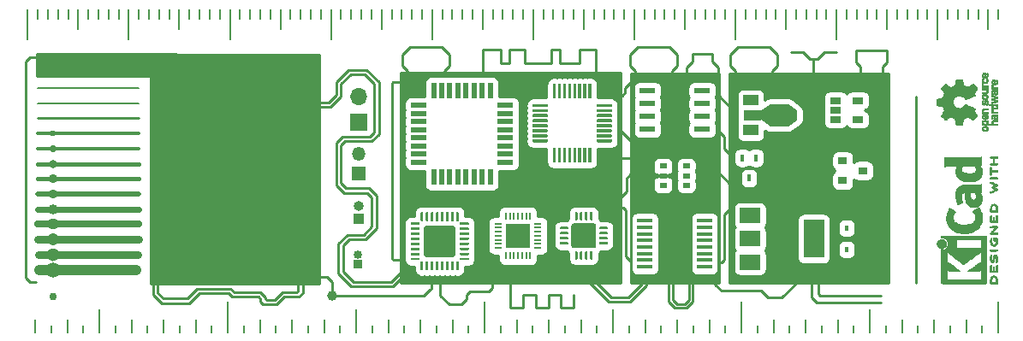
<source format=gtl>
G04 #@! TF.GenerationSoftware,KiCad,Pcbnew,(5.1.4)-1*
G04 #@! TF.CreationDate,2020-02-23T21:57:18+01:00*
G04 #@! TF.ProjectId,PCBRuler,50434252-756c-4657-922e-6b696361645f,1.0*
G04 #@! TF.SameCoordinates,Original*
G04 #@! TF.FileFunction,Copper,L1,Top*
G04 #@! TF.FilePolarity,Positive*
%FSLAX46Y46*%
G04 Gerber Fmt 4.6, Leading zero omitted, Abs format (unit mm)*
G04 Created by KiCad (PCBNEW (5.1.4)-1) date 2020-02-23 21:57:18*
%MOMM*%
%LPD*%
G04 APERTURE LIST*
%ADD10C,0.150000*%
%ADD11C,0.010000*%
%ADD12C,0.750000*%
%ADD13C,1.000000*%
%ADD14O,0.850000X0.850000*%
%ADD15R,0.850000X0.850000*%
%ADD16C,0.100000*%
%ADD17C,0.250000*%
%ADD18C,3.100000*%
%ADD19C,2.450000*%
%ADD20R,1.060000X0.650000*%
%ADD21R,0.700000X0.510000*%
%ADD22C,0.300000*%
%ADD23O,1.350000X1.350000*%
%ADD24R,1.350000X1.350000*%
%ADD25O,1.000000X1.000000*%
%ADD26R,1.000000X1.000000*%
%ADD27O,1.700000X1.700000*%
%ADD28R,1.700000X1.700000*%
%ADD29R,0.450000X0.700000*%
%ADD30C,0.850000*%
%ADD31R,1.500000X1.000000*%
%ADD32R,1.800000X1.000000*%
%ADD33R,1.840000X2.200000*%
%ADD34R,0.800000X0.200000*%
%ADD35R,0.200000X0.800000*%
%ADD36R,1.200000X1.200000*%
%ADD37R,1.600000X0.550000*%
%ADD38R,0.550000X1.600000*%
%ADD39R,1.550000X0.600000*%
%ADD40R,0.900000X0.800000*%
%ADD41R,2.000000X3.800000*%
%ADD42R,2.000000X1.500000*%
%ADD43R,0.450000X0.600000*%
%ADD44R,1.500000X0.450000*%
%ADD45C,0.600000*%
%ADD46C,0.700000*%
%ADD47C,1.200000*%
%ADD48C,1.300000*%
%ADD49C,1.500000*%
%ADD50C,0.800000*%
%ADD51C,0.900000*%
%ADD52C,1.100000*%
%ADD53C,0.350000*%
%ADD54C,0.300000*%
%ADD55C,0.254000*%
%ADD56C,0.200000*%
%ADD57C,0.250000*%
%ADD58C,1.000000*%
%ADD59C,0.800000*%
%ADD60C,0.762000*%
%ADD61C,0.700000*%
%ADD62C,0.600000*%
%ADD63C,0.500000*%
%ADD64C,0.450000*%
%ADD65C,0.400000*%
G04 APERTURE END LIST*
D10*
X94100000Y-130000000D02*
X94100000Y-127777500D01*
X87750000Y-130000000D02*
X87750000Y-128730000D01*
X90925000Y-130000000D02*
X90925000Y-128730000D01*
X97275000Y-130000000D02*
X97275000Y-128730000D01*
X89337500Y-130000000D02*
X89337500Y-129365000D01*
X100450000Y-130000000D02*
X100450000Y-128730000D01*
X95687500Y-130000000D02*
X95687500Y-129365000D01*
X103625000Y-130000000D02*
X103625000Y-128730000D01*
X92512500Y-130000000D02*
X92512500Y-129365000D01*
X98862500Y-130000000D02*
X98862500Y-129365000D01*
X102037500Y-130000000D02*
X102037500Y-129365000D01*
X105212500Y-130000000D02*
X105212500Y-129365000D01*
X121087500Y-130000000D02*
X121087500Y-129365000D01*
X125850000Y-130000000D02*
X125850000Y-128730000D01*
X119500000Y-130000000D02*
X119500000Y-127777500D01*
X127437500Y-130000000D02*
X127437500Y-129365000D01*
X130612500Y-130000000D02*
X130612500Y-129365000D01*
X129025000Y-130000000D02*
X129025000Y-128730000D01*
X122675000Y-130000000D02*
X122675000Y-128730000D01*
X124262500Y-130000000D02*
X124262500Y-129365000D01*
X108387500Y-130000000D02*
X108387500Y-129365000D01*
X113150000Y-130000000D02*
X113150000Y-128730000D01*
X116325000Y-130000000D02*
X116325000Y-128730000D01*
X114737500Y-130000000D02*
X114737500Y-129365000D01*
X117912500Y-130000000D02*
X117912500Y-129365000D01*
X109975000Y-130000000D02*
X109975000Y-128730000D01*
X111562500Y-130000000D02*
X111562500Y-129365000D01*
X146487500Y-130000000D02*
X146487500Y-129365000D01*
X151250000Y-130000000D02*
X151250000Y-128730000D01*
X144900000Y-130000000D02*
X144900000Y-127777500D01*
X152837500Y-130000000D02*
X152837500Y-129365000D01*
X156012500Y-130000000D02*
X156012500Y-129365000D01*
X154425000Y-130000000D02*
X154425000Y-128730000D01*
X148075000Y-130000000D02*
X148075000Y-128730000D01*
X149662500Y-130000000D02*
X149662500Y-129365000D01*
X133787500Y-130000000D02*
X133787500Y-129365000D01*
X138550000Y-130000000D02*
X138550000Y-128730000D01*
X141725000Y-130000000D02*
X141725000Y-128730000D01*
X140137500Y-130000000D02*
X140137500Y-129365000D01*
X143312500Y-130000000D02*
X143312500Y-129365000D01*
X135375000Y-130000000D02*
X135375000Y-128730000D01*
X136962500Y-130000000D02*
X136962500Y-129365000D01*
X159187500Y-130000000D02*
X159187500Y-129365000D01*
X163950000Y-130000000D02*
X163950000Y-128730000D01*
X165537500Y-130000000D02*
X165537500Y-129365000D01*
X168712500Y-130000000D02*
X168712500Y-129365000D01*
X167125000Y-130000000D02*
X167125000Y-128730000D01*
X160775000Y-130000000D02*
X160775000Y-128730000D01*
X162362500Y-130000000D02*
X162362500Y-129365000D01*
X171887500Y-130000000D02*
X171887500Y-129365000D01*
X175062500Y-130000000D02*
X175062500Y-129365000D01*
X173475000Y-130000000D02*
X173475000Y-128730000D01*
X178237500Y-130000000D02*
X178237500Y-129365000D01*
X176650000Y-130000000D02*
X176650000Y-128730000D01*
X181412500Y-130000000D02*
X181412500Y-129365000D01*
X183000000Y-130000000D02*
X183000000Y-127000000D01*
X170300000Y-130000000D02*
X170300000Y-127777500D01*
X179825000Y-130000000D02*
X179825000Y-128730000D01*
X157600000Y-130000000D02*
X157600000Y-127000000D01*
X132200000Y-130000000D02*
X132200000Y-127000000D01*
X106800000Y-130000000D02*
X106800000Y-127000000D01*
X178000000Y-98000000D02*
X178000000Y-99000000D01*
X179000000Y-98000000D02*
X179000000Y-99000000D01*
X180000000Y-98000000D02*
X180000000Y-99000000D01*
X177000000Y-98000000D02*
X177000000Y-101000000D01*
X176000000Y-98000000D02*
X176000000Y-99000000D01*
X175000000Y-98000000D02*
X175000000Y-99000000D01*
X174000000Y-98000000D02*
X174000000Y-99000000D01*
X173000000Y-98000000D02*
X173000000Y-99000000D01*
X172000000Y-98000000D02*
X172000000Y-100000000D01*
X168000000Y-98000000D02*
X168000000Y-99000000D01*
X169000000Y-98000000D02*
X169000000Y-99000000D01*
X167000000Y-98000000D02*
X167000000Y-101000000D01*
X170000000Y-98000000D02*
X170000000Y-99000000D01*
X171000000Y-98000000D02*
X171000000Y-99000000D01*
X164000000Y-98000000D02*
X164000000Y-99000000D01*
X166000000Y-98000000D02*
X166000000Y-99000000D01*
X163000000Y-98000000D02*
X163000000Y-99000000D01*
X162000000Y-98000000D02*
X162000000Y-100000000D01*
X165000000Y-98000000D02*
X165000000Y-99000000D01*
X161000000Y-98000000D02*
X161000000Y-99000000D01*
X158000000Y-98000000D02*
X158000000Y-99000000D01*
X157000000Y-98000000D02*
X157000000Y-101000000D01*
X160000000Y-98000000D02*
X160000000Y-99000000D01*
X159000000Y-98000000D02*
X159000000Y-99000000D01*
X154000000Y-98000000D02*
X154000000Y-99000000D01*
X153000000Y-98000000D02*
X153000000Y-99000000D01*
X155000000Y-98000000D02*
X155000000Y-99000000D01*
X156000000Y-98000000D02*
X156000000Y-99000000D01*
X152000000Y-98000000D02*
X152000000Y-100000000D01*
X147000000Y-98000000D02*
X147000000Y-101000000D01*
X151000000Y-98000000D02*
X151000000Y-99000000D01*
X149000000Y-98000000D02*
X149000000Y-99000000D01*
X148000000Y-98000000D02*
X148000000Y-99000000D01*
X150000000Y-98000000D02*
X150000000Y-99000000D01*
X143000000Y-98000000D02*
X143000000Y-99000000D01*
X144000000Y-98000000D02*
X144000000Y-99000000D01*
X142000000Y-98000000D02*
X142000000Y-100000000D01*
X139000000Y-98000000D02*
X139000000Y-99000000D01*
X141000000Y-98000000D02*
X141000000Y-99000000D01*
X138000000Y-98000000D02*
X138000000Y-99000000D01*
X137000000Y-98000000D02*
X137000000Y-101000000D01*
X140000000Y-98000000D02*
X140000000Y-99000000D01*
X145000000Y-98000000D02*
X145000000Y-99000000D01*
X146000000Y-98000000D02*
X146000000Y-99000000D01*
X127000000Y-98000000D02*
X127000000Y-101000000D01*
X135000000Y-98000000D02*
X135000000Y-99000000D01*
X130000000Y-98000000D02*
X130000000Y-99000000D01*
X136000000Y-98000000D02*
X136000000Y-99000000D01*
X133000000Y-98000000D02*
X133000000Y-99000000D01*
X134000000Y-98000000D02*
X134000000Y-99000000D01*
X132000000Y-98000000D02*
X132000000Y-100000000D01*
X129000000Y-98000000D02*
X129000000Y-99000000D01*
X131000000Y-98000000D02*
X131000000Y-99000000D01*
X128000000Y-98000000D02*
X128000000Y-99000000D01*
X124000000Y-98000000D02*
X124000000Y-99000000D01*
X121000000Y-98000000D02*
X121000000Y-99000000D01*
X118000000Y-98000000D02*
X118000000Y-99000000D01*
X117000000Y-98000000D02*
X117000000Y-101000000D01*
X125000000Y-98000000D02*
X125000000Y-99000000D01*
X120000000Y-98000000D02*
X120000000Y-99000000D01*
X123000000Y-98000000D02*
X123000000Y-99000000D01*
X126000000Y-98000000D02*
X126000000Y-99000000D01*
X119000000Y-98000000D02*
X119000000Y-99000000D01*
X122000000Y-98000000D02*
X122000000Y-100000000D01*
X108000000Y-98000000D02*
X108000000Y-99000000D01*
X111000000Y-98000000D02*
X111000000Y-99000000D01*
X107000000Y-98000000D02*
X107000000Y-101000000D01*
X112000000Y-98000000D02*
X112000000Y-100000000D01*
X115000000Y-98000000D02*
X115000000Y-99000000D01*
X110000000Y-98000000D02*
X110000000Y-99000000D01*
X113000000Y-98000000D02*
X113000000Y-99000000D01*
X109000000Y-98000000D02*
X109000000Y-99000000D01*
X116000000Y-98000000D02*
X116000000Y-99000000D01*
X114000000Y-98000000D02*
X114000000Y-99000000D01*
X99000000Y-98000000D02*
X99000000Y-99000000D01*
X103000000Y-98000000D02*
X103000000Y-99000000D01*
X101000000Y-98000000D02*
X101000000Y-99000000D01*
X104000000Y-98000000D02*
X104000000Y-99000000D01*
X98000000Y-98000000D02*
X98000000Y-99000000D01*
X97000000Y-98000000D02*
X97000000Y-101000000D01*
X102000000Y-98000000D02*
X102000000Y-100000000D01*
X100000000Y-98000000D02*
X100000000Y-99000000D01*
X105000000Y-98000000D02*
X105000000Y-99000000D01*
X106000000Y-98000000D02*
X106000000Y-99000000D01*
X93000000Y-98000000D02*
X93000000Y-99000000D01*
X88000000Y-98000000D02*
X88000000Y-99000000D01*
X95000000Y-98000000D02*
X95000000Y-99000000D01*
X96000000Y-98000000D02*
X96000000Y-99000000D01*
X94000000Y-98000000D02*
X94000000Y-99000000D01*
X87000000Y-98000000D02*
X87000000Y-101000000D01*
X91000000Y-98000000D02*
X91000000Y-99000000D01*
X92000000Y-98000000D02*
X92000000Y-100000000D01*
X90000000Y-98000000D02*
X90000000Y-99000000D01*
X89000000Y-98000000D02*
X89000000Y-99000000D01*
X183000000Y-98000000D02*
X183000000Y-99000000D01*
X182000000Y-98000000D02*
X182000000Y-100000000D01*
X181000000Y-98000000D02*
X181000000Y-99000000D01*
D11*
G36*
X181369184Y-109108759D02*
G01*
X181382282Y-109082247D01*
X181405106Y-109049553D01*
X181429996Y-109025725D01*
X181461249Y-109009406D01*
X181503166Y-108999240D01*
X181560044Y-108993872D01*
X181636184Y-108991944D01*
X181668917Y-108991831D01*
X181740656Y-108992161D01*
X181791927Y-108993527D01*
X181827404Y-108996500D01*
X181851763Y-109001649D01*
X181869680Y-109009543D01*
X181881902Y-109017757D01*
X181933905Y-109070187D01*
X181965184Y-109131930D01*
X181974592Y-109198536D01*
X181960980Y-109265558D01*
X181951354Y-109286792D01*
X181924859Y-109337624D01*
X182340052Y-109337624D01*
X182320868Y-109300525D01*
X182306025Y-109251643D01*
X182302222Y-109191561D01*
X182309243Y-109131564D01*
X182325013Y-109086256D01*
X182355047Y-109048675D01*
X182398024Y-109016564D01*
X182402436Y-109014150D01*
X182423221Y-109003967D01*
X182444170Y-108996530D01*
X182469548Y-108991411D01*
X182503618Y-108988181D01*
X182550641Y-108986413D01*
X182614882Y-108985677D01*
X182687176Y-108985544D01*
X182917822Y-108985544D01*
X182917822Y-109123861D01*
X182492533Y-109123861D01*
X182459979Y-109162549D01*
X182433940Y-109202738D01*
X182429205Y-109240797D01*
X182441389Y-109279066D01*
X182453320Y-109299462D01*
X182470313Y-109314642D01*
X182495995Y-109325438D01*
X182533991Y-109332683D01*
X182587926Y-109337208D01*
X182661425Y-109339844D01*
X182710347Y-109340772D01*
X182911535Y-109343911D01*
X182915336Y-109409926D01*
X182919136Y-109475940D01*
X181670650Y-109475940D01*
X181670650Y-109337624D01*
X181740254Y-109334097D01*
X181788569Y-109322215D01*
X181818631Y-109300020D01*
X181833471Y-109265559D01*
X181836436Y-109230742D01*
X181833028Y-109191329D01*
X181819617Y-109165171D01*
X181801896Y-109148814D01*
X181782835Y-109135937D01*
X181761601Y-109128272D01*
X181731849Y-109124861D01*
X181687236Y-109124749D01*
X181649880Y-109125897D01*
X181593604Y-109128532D01*
X181556658Y-109132456D01*
X181533223Y-109139063D01*
X181517480Y-109149749D01*
X181508380Y-109159833D01*
X181488537Y-109201970D01*
X181485332Y-109251840D01*
X181492168Y-109280476D01*
X181516464Y-109308828D01*
X181563728Y-109327609D01*
X181633624Y-109336712D01*
X181670650Y-109337624D01*
X181670650Y-109475940D01*
X181358614Y-109475940D01*
X181358614Y-109406782D01*
X181360256Y-109365260D01*
X181366087Y-109343838D01*
X181377461Y-109337626D01*
X181377798Y-109337624D01*
X181388938Y-109334742D01*
X181387673Y-109322030D01*
X181375433Y-109296757D01*
X181356707Y-109237869D01*
X181354739Y-109171615D01*
X181369184Y-109108759D01*
X181369184Y-109108759D01*
G37*
X181369184Y-109108759D02*
X181382282Y-109082247D01*
X181405106Y-109049553D01*
X181429996Y-109025725D01*
X181461249Y-109009406D01*
X181503166Y-108999240D01*
X181560044Y-108993872D01*
X181636184Y-108991944D01*
X181668917Y-108991831D01*
X181740656Y-108992161D01*
X181791927Y-108993527D01*
X181827404Y-108996500D01*
X181851763Y-109001649D01*
X181869680Y-109009543D01*
X181881902Y-109017757D01*
X181933905Y-109070187D01*
X181965184Y-109131930D01*
X181974592Y-109198536D01*
X181960980Y-109265558D01*
X181951354Y-109286792D01*
X181924859Y-109337624D01*
X182340052Y-109337624D01*
X182320868Y-109300525D01*
X182306025Y-109251643D01*
X182302222Y-109191561D01*
X182309243Y-109131564D01*
X182325013Y-109086256D01*
X182355047Y-109048675D01*
X182398024Y-109016564D01*
X182402436Y-109014150D01*
X182423221Y-109003967D01*
X182444170Y-108996530D01*
X182469548Y-108991411D01*
X182503618Y-108988181D01*
X182550641Y-108986413D01*
X182614882Y-108985677D01*
X182687176Y-108985544D01*
X182917822Y-108985544D01*
X182917822Y-109123861D01*
X182492533Y-109123861D01*
X182459979Y-109162549D01*
X182433940Y-109202738D01*
X182429205Y-109240797D01*
X182441389Y-109279066D01*
X182453320Y-109299462D01*
X182470313Y-109314642D01*
X182495995Y-109325438D01*
X182533991Y-109332683D01*
X182587926Y-109337208D01*
X182661425Y-109339844D01*
X182710347Y-109340772D01*
X182911535Y-109343911D01*
X182915336Y-109409926D01*
X182919136Y-109475940D01*
X181670650Y-109475940D01*
X181670650Y-109337624D01*
X181740254Y-109334097D01*
X181788569Y-109322215D01*
X181818631Y-109300020D01*
X181833471Y-109265559D01*
X181836436Y-109230742D01*
X181833028Y-109191329D01*
X181819617Y-109165171D01*
X181801896Y-109148814D01*
X181782835Y-109135937D01*
X181761601Y-109128272D01*
X181731849Y-109124861D01*
X181687236Y-109124749D01*
X181649880Y-109125897D01*
X181593604Y-109128532D01*
X181556658Y-109132456D01*
X181533223Y-109139063D01*
X181517480Y-109149749D01*
X181508380Y-109159833D01*
X181488537Y-109201970D01*
X181485332Y-109251840D01*
X181492168Y-109280476D01*
X181516464Y-109308828D01*
X181563728Y-109327609D01*
X181633624Y-109336712D01*
X181670650Y-109337624D01*
X181670650Y-109475940D01*
X181358614Y-109475940D01*
X181358614Y-109406782D01*
X181360256Y-109365260D01*
X181366087Y-109343838D01*
X181377461Y-109337626D01*
X181377798Y-109337624D01*
X181388938Y-109334742D01*
X181387673Y-109322030D01*
X181375433Y-109296757D01*
X181356707Y-109237869D01*
X181354739Y-109171615D01*
X181369184Y-109108759D01*
G36*
X182306555Y-108584210D02*
G01*
X182322339Y-108525055D01*
X182350948Y-108480023D01*
X182388419Y-108448246D01*
X182404411Y-108438366D01*
X182421163Y-108431073D01*
X182442592Y-108425974D01*
X182472616Y-108422679D01*
X182515154Y-108420797D01*
X182574122Y-108419937D01*
X182653440Y-108419707D01*
X182674484Y-108419703D01*
X182917822Y-108419703D01*
X182917822Y-108480059D01*
X182915126Y-108518557D01*
X182908295Y-108547023D01*
X182904083Y-108554155D01*
X182896813Y-108573652D01*
X182904083Y-108593566D01*
X182913160Y-108626353D01*
X182916813Y-108673978D01*
X182915228Y-108726764D01*
X182908589Y-108775036D01*
X182900072Y-108803218D01*
X182865063Y-108857753D01*
X182816479Y-108891835D01*
X182751882Y-108907157D01*
X182750223Y-108907299D01*
X182721566Y-108905955D01*
X182721566Y-108784356D01*
X182754161Y-108773726D01*
X182772505Y-108756410D01*
X182786379Y-108721652D01*
X182791917Y-108675773D01*
X182789191Y-108628988D01*
X182778274Y-108591514D01*
X182771269Y-108581015D01*
X182738904Y-108562668D01*
X182702111Y-108558020D01*
X182653763Y-108558020D01*
X182653763Y-108627582D01*
X182658850Y-108693667D01*
X182673263Y-108743764D01*
X182695729Y-108774929D01*
X182721566Y-108784356D01*
X182721566Y-108905955D01*
X182679647Y-108903987D01*
X182623845Y-108880710D01*
X182581647Y-108836948D01*
X182577808Y-108830899D01*
X182565309Y-108804907D01*
X182557740Y-108772735D01*
X182554061Y-108727760D01*
X182553216Y-108674331D01*
X182553169Y-108558020D01*
X182504411Y-108558020D01*
X182466581Y-108562953D01*
X182441236Y-108575543D01*
X182439887Y-108577017D01*
X182428800Y-108605034D01*
X182424503Y-108647326D01*
X182426615Y-108694064D01*
X182434756Y-108735418D01*
X182446965Y-108759957D01*
X182456746Y-108773253D01*
X182458613Y-108787294D01*
X182450600Y-108806671D01*
X182430739Y-108835976D01*
X182397063Y-108879803D01*
X182393909Y-108883825D01*
X182382236Y-108881764D01*
X182362822Y-108864568D01*
X182341248Y-108838433D01*
X182323096Y-108809552D01*
X182318809Y-108800478D01*
X182310256Y-108767380D01*
X182304155Y-108718880D01*
X182301708Y-108664695D01*
X182301703Y-108662161D01*
X182306555Y-108584210D01*
X182306555Y-108584210D01*
G37*
X182306555Y-108584210D02*
X182322339Y-108525055D01*
X182350948Y-108480023D01*
X182388419Y-108448246D01*
X182404411Y-108438366D01*
X182421163Y-108431073D01*
X182442592Y-108425974D01*
X182472616Y-108422679D01*
X182515154Y-108420797D01*
X182574122Y-108419937D01*
X182653440Y-108419707D01*
X182674484Y-108419703D01*
X182917822Y-108419703D01*
X182917822Y-108480059D01*
X182915126Y-108518557D01*
X182908295Y-108547023D01*
X182904083Y-108554155D01*
X182896813Y-108573652D01*
X182904083Y-108593566D01*
X182913160Y-108626353D01*
X182916813Y-108673978D01*
X182915228Y-108726764D01*
X182908589Y-108775036D01*
X182900072Y-108803218D01*
X182865063Y-108857753D01*
X182816479Y-108891835D01*
X182751882Y-108907157D01*
X182750223Y-108907299D01*
X182721566Y-108905955D01*
X182721566Y-108784356D01*
X182754161Y-108773726D01*
X182772505Y-108756410D01*
X182786379Y-108721652D01*
X182791917Y-108675773D01*
X182789191Y-108628988D01*
X182778274Y-108591514D01*
X182771269Y-108581015D01*
X182738904Y-108562668D01*
X182702111Y-108558020D01*
X182653763Y-108558020D01*
X182653763Y-108627582D01*
X182658850Y-108693667D01*
X182673263Y-108743764D01*
X182695729Y-108774929D01*
X182721566Y-108784356D01*
X182721566Y-108905955D01*
X182679647Y-108903987D01*
X182623845Y-108880710D01*
X182581647Y-108836948D01*
X182577808Y-108830899D01*
X182565309Y-108804907D01*
X182557740Y-108772735D01*
X182554061Y-108727760D01*
X182553216Y-108674331D01*
X182553169Y-108558020D01*
X182504411Y-108558020D01*
X182466581Y-108562953D01*
X182441236Y-108575543D01*
X182439887Y-108577017D01*
X182428800Y-108605034D01*
X182424503Y-108647326D01*
X182426615Y-108694064D01*
X182434756Y-108735418D01*
X182446965Y-108759957D01*
X182456746Y-108773253D01*
X182458613Y-108787294D01*
X182450600Y-108806671D01*
X182430739Y-108835976D01*
X182397063Y-108879803D01*
X182393909Y-108883825D01*
X182382236Y-108881764D01*
X182362822Y-108864568D01*
X182341248Y-108838433D01*
X182323096Y-108809552D01*
X182318809Y-108800478D01*
X182310256Y-108767380D01*
X182304155Y-108718880D01*
X182301708Y-108664695D01*
X182301703Y-108662161D01*
X182306555Y-108584210D01*
G36*
X182303020Y-108193356D02*
G01*
X182308660Y-108174539D01*
X182321053Y-108168473D01*
X182326647Y-108168218D01*
X182342230Y-108167129D01*
X182344676Y-108159632D01*
X182333993Y-108139381D01*
X182326694Y-108127351D01*
X182311063Y-108089400D01*
X182303334Y-108044072D01*
X182302740Y-107996544D01*
X182308513Y-107951995D01*
X182319884Y-107915602D01*
X182336088Y-107892543D01*
X182356355Y-107887996D01*
X182361843Y-107890291D01*
X182384626Y-107907020D01*
X182412647Y-107932963D01*
X182417177Y-107937655D01*
X182438005Y-107962383D01*
X182444735Y-107983718D01*
X182440038Y-108013555D01*
X182436917Y-108025508D01*
X182429421Y-108062705D01*
X182432792Y-108088859D01*
X182444681Y-108110946D01*
X182460635Y-108131178D01*
X182480700Y-108146079D01*
X182508702Y-108156434D01*
X182548467Y-108163029D01*
X182603823Y-108166649D01*
X182678594Y-108168078D01*
X182723740Y-108168218D01*
X182917822Y-108168218D01*
X182917822Y-108293960D01*
X182301683Y-108293960D01*
X182301683Y-108231089D01*
X182303020Y-108193356D01*
X182303020Y-108193356D01*
G37*
X182303020Y-108193356D02*
X182308660Y-108174539D01*
X182321053Y-108168473D01*
X182326647Y-108168218D01*
X182342230Y-108167129D01*
X182344676Y-108159632D01*
X182333993Y-108139381D01*
X182326694Y-108127351D01*
X182311063Y-108089400D01*
X182303334Y-108044072D01*
X182302740Y-107996544D01*
X182308513Y-107951995D01*
X182319884Y-107915602D01*
X182336088Y-107892543D01*
X182356355Y-107887996D01*
X182361843Y-107890291D01*
X182384626Y-107907020D01*
X182412647Y-107932963D01*
X182417177Y-107937655D01*
X182438005Y-107962383D01*
X182444735Y-107983718D01*
X182440038Y-108013555D01*
X182436917Y-108025508D01*
X182429421Y-108062705D01*
X182432792Y-108088859D01*
X182444681Y-108110946D01*
X182460635Y-108131178D01*
X182480700Y-108146079D01*
X182508702Y-108156434D01*
X182548467Y-108163029D01*
X182603823Y-108166649D01*
X182678594Y-108168078D01*
X182723740Y-108168218D01*
X182917822Y-108168218D01*
X182917822Y-108293960D01*
X182301683Y-108293960D01*
X182301683Y-108231089D01*
X182303020Y-108193356D01*
G36*
X182917822Y-107401188D02*
G01*
X182917822Y-107470346D01*
X182916645Y-107510488D01*
X182911772Y-107531394D01*
X182901186Y-107538922D01*
X182894029Y-107539505D01*
X182879676Y-107540774D01*
X182876923Y-107548779D01*
X182885771Y-107569815D01*
X182894029Y-107586173D01*
X182913597Y-107648977D01*
X182914729Y-107717248D01*
X182900135Y-107772752D01*
X182864877Y-107824438D01*
X182812835Y-107863838D01*
X182751450Y-107885413D01*
X182748018Y-107885962D01*
X182710571Y-107889167D01*
X182656813Y-107890761D01*
X182616155Y-107890633D01*
X182616155Y-107753279D01*
X182670194Y-107750097D01*
X182714735Y-107742859D01*
X182739888Y-107733060D01*
X182774260Y-107695989D01*
X182786582Y-107651974D01*
X182776618Y-107606584D01*
X182746895Y-107567797D01*
X182726905Y-107553108D01*
X182703050Y-107544519D01*
X182668230Y-107540496D01*
X182615930Y-107539505D01*
X182564139Y-107541278D01*
X182518634Y-107545963D01*
X182488181Y-107552603D01*
X182485452Y-107553710D01*
X182453000Y-107580491D01*
X182435183Y-107619579D01*
X182432306Y-107663315D01*
X182444674Y-107704038D01*
X182472593Y-107734087D01*
X182478148Y-107737204D01*
X182512022Y-107746961D01*
X182560728Y-107752277D01*
X182616155Y-107753279D01*
X182616155Y-107890633D01*
X182595540Y-107890568D01*
X182562563Y-107889664D01*
X182480981Y-107883514D01*
X182419730Y-107870733D01*
X182374449Y-107849471D01*
X182340779Y-107817878D01*
X182321014Y-107787207D01*
X182307120Y-107744354D01*
X182302354Y-107691056D01*
X182306236Y-107636480D01*
X182318282Y-107589792D01*
X182332693Y-107565124D01*
X182355878Y-107539505D01*
X182062773Y-107539505D01*
X182062773Y-107401188D01*
X182917822Y-107401188D01*
X182917822Y-107401188D01*
G37*
X182917822Y-107401188D02*
X182917822Y-107470346D01*
X182916645Y-107510488D01*
X182911772Y-107531394D01*
X182901186Y-107538922D01*
X182894029Y-107539505D01*
X182879676Y-107540774D01*
X182876923Y-107548779D01*
X182885771Y-107569815D01*
X182894029Y-107586173D01*
X182913597Y-107648977D01*
X182914729Y-107717248D01*
X182900135Y-107772752D01*
X182864877Y-107824438D01*
X182812835Y-107863838D01*
X182751450Y-107885413D01*
X182748018Y-107885962D01*
X182710571Y-107889167D01*
X182656813Y-107890761D01*
X182616155Y-107890633D01*
X182616155Y-107753279D01*
X182670194Y-107750097D01*
X182714735Y-107742859D01*
X182739888Y-107733060D01*
X182774260Y-107695989D01*
X182786582Y-107651974D01*
X182776618Y-107606584D01*
X182746895Y-107567797D01*
X182726905Y-107553108D01*
X182703050Y-107544519D01*
X182668230Y-107540496D01*
X182615930Y-107539505D01*
X182564139Y-107541278D01*
X182518634Y-107545963D01*
X182488181Y-107552603D01*
X182485452Y-107553710D01*
X182453000Y-107580491D01*
X182435183Y-107619579D01*
X182432306Y-107663315D01*
X182444674Y-107704038D01*
X182472593Y-107734087D01*
X182478148Y-107737204D01*
X182512022Y-107746961D01*
X182560728Y-107752277D01*
X182616155Y-107753279D01*
X182616155Y-107890633D01*
X182595540Y-107890568D01*
X182562563Y-107889664D01*
X182480981Y-107883514D01*
X182419730Y-107870733D01*
X182374449Y-107849471D01*
X182340779Y-107817878D01*
X182321014Y-107787207D01*
X182307120Y-107744354D01*
X182302354Y-107691056D01*
X182306236Y-107636480D01*
X182318282Y-107589792D01*
X182332693Y-107565124D01*
X182355878Y-107539505D01*
X182062773Y-107539505D01*
X182062773Y-107401188D01*
X182917822Y-107401188D01*
G36*
X182304237Y-106918476D02*
G01*
X182307971Y-106868745D01*
X182697773Y-106738709D01*
X182628614Y-106718322D01*
X182585874Y-106706054D01*
X182528115Y-106689915D01*
X182464625Y-106672488D01*
X182430570Y-106663274D01*
X182301683Y-106628612D01*
X182301683Y-106485609D01*
X182436857Y-106528354D01*
X182503342Y-106549404D01*
X182583539Y-106574833D01*
X182667193Y-106601390D01*
X182741782Y-106625098D01*
X182911535Y-106679098D01*
X182915328Y-106737402D01*
X182919122Y-106795705D01*
X182814734Y-106827321D01*
X182749889Y-106846818D01*
X182678400Y-106868096D01*
X182615263Y-106886692D01*
X182612750Y-106887426D01*
X182569969Y-106901316D01*
X182540779Y-106913571D01*
X182529741Y-106922154D01*
X182531018Y-106923918D01*
X182548130Y-106930109D01*
X182584787Y-106941872D01*
X182636378Y-106957775D01*
X182698294Y-106976386D01*
X182732352Y-106986457D01*
X182917822Y-107040993D01*
X182917822Y-107156736D01*
X182625471Y-107249263D01*
X182543462Y-107275256D01*
X182468987Y-107298934D01*
X182405544Y-107319180D01*
X182356632Y-107334874D01*
X182325749Y-107344898D01*
X182316726Y-107347945D01*
X182307487Y-107345533D01*
X182303441Y-107326592D01*
X182303846Y-107287177D01*
X182304152Y-107281007D01*
X182307971Y-107207914D01*
X182484010Y-107160043D01*
X182548211Y-107142447D01*
X182604649Y-107126723D01*
X182648422Y-107114254D01*
X182674630Y-107106426D01*
X182678903Y-107104980D01*
X182673990Y-107098986D01*
X182648532Y-107086899D01*
X182605997Y-107070107D01*
X182549850Y-107049997D01*
X182499130Y-107032997D01*
X182300504Y-106968206D01*
X182304237Y-106918476D01*
X182304237Y-106918476D01*
G37*
X182304237Y-106918476D02*
X182307971Y-106868745D01*
X182697773Y-106738709D01*
X182628614Y-106718322D01*
X182585874Y-106706054D01*
X182528115Y-106689915D01*
X182464625Y-106672488D01*
X182430570Y-106663274D01*
X182301683Y-106628612D01*
X182301683Y-106485609D01*
X182436857Y-106528354D01*
X182503342Y-106549404D01*
X182583539Y-106574833D01*
X182667193Y-106601390D01*
X182741782Y-106625098D01*
X182911535Y-106679098D01*
X182915328Y-106737402D01*
X182919122Y-106795705D01*
X182814734Y-106827321D01*
X182749889Y-106846818D01*
X182678400Y-106868096D01*
X182615263Y-106886692D01*
X182612750Y-106887426D01*
X182569969Y-106901316D01*
X182540779Y-106913571D01*
X182529741Y-106922154D01*
X182531018Y-106923918D01*
X182548130Y-106930109D01*
X182584787Y-106941872D01*
X182636378Y-106957775D01*
X182698294Y-106976386D01*
X182732352Y-106986457D01*
X182917822Y-107040993D01*
X182917822Y-107156736D01*
X182625471Y-107249263D01*
X182543462Y-107275256D01*
X182468987Y-107298934D01*
X182405544Y-107319180D01*
X182356632Y-107334874D01*
X182325749Y-107344898D01*
X182316726Y-107347945D01*
X182307487Y-107345533D01*
X182303441Y-107326592D01*
X182303846Y-107287177D01*
X182304152Y-107281007D01*
X182307971Y-107207914D01*
X182484010Y-107160043D01*
X182548211Y-107142447D01*
X182604649Y-107126723D01*
X182648422Y-107114254D01*
X182674630Y-107106426D01*
X182678903Y-107104980D01*
X182673990Y-107098986D01*
X182648532Y-107086899D01*
X182605997Y-107070107D01*
X182549850Y-107049997D01*
X182499130Y-107032997D01*
X182300504Y-106968206D01*
X182304237Y-106918476D01*
G36*
X182305417Y-106161589D02*
G01*
X182318290Y-106108589D01*
X182325110Y-106093269D01*
X182342974Y-106063572D01*
X182363093Y-106040780D01*
X182388962Y-106023917D01*
X182424073Y-106012002D01*
X182471920Y-106004058D01*
X182535996Y-105999106D01*
X182619794Y-105996169D01*
X182675768Y-105995053D01*
X182917822Y-105990948D01*
X182917822Y-106061068D01*
X182916038Y-106103607D01*
X182909942Y-106125524D01*
X182899706Y-106131188D01*
X182888637Y-106134179D01*
X182890754Y-106147549D01*
X182899629Y-106165767D01*
X182913233Y-106211376D01*
X182916899Y-106269993D01*
X182910903Y-106331646D01*
X182895521Y-106386362D01*
X182893386Y-106391270D01*
X182858255Y-106441277D01*
X182809419Y-106474244D01*
X182752333Y-106489413D01*
X182731824Y-106488254D01*
X182731824Y-106364492D01*
X182759425Y-106353587D01*
X182779204Y-106321255D01*
X182789819Y-106269090D01*
X182791228Y-106241213D01*
X182787620Y-106194753D01*
X182773597Y-106163871D01*
X182766931Y-106156336D01*
X182730666Y-106135924D01*
X182697773Y-106131188D01*
X182653763Y-106131188D01*
X182653763Y-106192487D01*
X182657395Y-106263744D01*
X182668818Y-106313724D01*
X182688824Y-106345304D01*
X182697743Y-106352374D01*
X182731824Y-106364492D01*
X182731824Y-106488254D01*
X182692456Y-106486029D01*
X182635244Y-106463337D01*
X182596580Y-106432376D01*
X182579864Y-106413624D01*
X182568878Y-106395267D01*
X182562180Y-106371381D01*
X182558326Y-106336043D01*
X182555873Y-106283331D01*
X182555168Y-106262423D01*
X182550879Y-106131188D01*
X182511158Y-106131380D01*
X182469405Y-106136463D01*
X182444158Y-106154838D01*
X182428030Y-106191961D01*
X182427742Y-106192957D01*
X182421400Y-106245590D01*
X182429684Y-106297094D01*
X182449827Y-106335370D01*
X182459773Y-106350728D01*
X182458397Y-106367270D01*
X182443987Y-106392725D01*
X182433817Y-106407672D01*
X182412088Y-106436909D01*
X182395800Y-106455020D01*
X182391137Y-106457926D01*
X182367005Y-106445960D01*
X182338185Y-106410604D01*
X182328461Y-106395247D01*
X182311714Y-106351099D01*
X182302227Y-106291602D01*
X182300095Y-106225513D01*
X182305417Y-106161589D01*
X182305417Y-106161589D01*
G37*
X182305417Y-106161589D02*
X182318290Y-106108589D01*
X182325110Y-106093269D01*
X182342974Y-106063572D01*
X182363093Y-106040780D01*
X182388962Y-106023917D01*
X182424073Y-106012002D01*
X182471920Y-106004058D01*
X182535996Y-105999106D01*
X182619794Y-105996169D01*
X182675768Y-105995053D01*
X182917822Y-105990948D01*
X182917822Y-106061068D01*
X182916038Y-106103607D01*
X182909942Y-106125524D01*
X182899706Y-106131188D01*
X182888637Y-106134179D01*
X182890754Y-106147549D01*
X182899629Y-106165767D01*
X182913233Y-106211376D01*
X182916899Y-106269993D01*
X182910903Y-106331646D01*
X182895521Y-106386362D01*
X182893386Y-106391270D01*
X182858255Y-106441277D01*
X182809419Y-106474244D01*
X182752333Y-106489413D01*
X182731824Y-106488254D01*
X182731824Y-106364492D01*
X182759425Y-106353587D01*
X182779204Y-106321255D01*
X182789819Y-106269090D01*
X182791228Y-106241213D01*
X182787620Y-106194753D01*
X182773597Y-106163871D01*
X182766931Y-106156336D01*
X182730666Y-106135924D01*
X182697773Y-106131188D01*
X182653763Y-106131188D01*
X182653763Y-106192487D01*
X182657395Y-106263744D01*
X182668818Y-106313724D01*
X182688824Y-106345304D01*
X182697743Y-106352374D01*
X182731824Y-106364492D01*
X182731824Y-106488254D01*
X182692456Y-106486029D01*
X182635244Y-106463337D01*
X182596580Y-106432376D01*
X182579864Y-106413624D01*
X182568878Y-106395267D01*
X182562180Y-106371381D01*
X182558326Y-106336043D01*
X182555873Y-106283331D01*
X182555168Y-106262423D01*
X182550879Y-106131188D01*
X182511158Y-106131380D01*
X182469405Y-106136463D01*
X182444158Y-106154838D01*
X182428030Y-106191961D01*
X182427742Y-106192957D01*
X182421400Y-106245590D01*
X182429684Y-106297094D01*
X182449827Y-106335370D01*
X182459773Y-106350728D01*
X182458397Y-106367270D01*
X182443987Y-106392725D01*
X182433817Y-106407672D01*
X182412088Y-106436909D01*
X182395800Y-106455020D01*
X182391137Y-106457926D01*
X182367005Y-106445960D01*
X182338185Y-106410604D01*
X182328461Y-106395247D01*
X182311714Y-106351099D01*
X182302227Y-106291602D01*
X182300095Y-106225513D01*
X182305417Y-106161589D01*
G36*
X182301486Y-105564745D02*
G01*
X182311015Y-105516405D01*
X182325125Y-105488886D01*
X182348568Y-105459936D01*
X182400571Y-105501124D01*
X182432064Y-105526518D01*
X182447428Y-105543762D01*
X182449776Y-105560898D01*
X182442217Y-105585973D01*
X182437941Y-105597743D01*
X182431631Y-105645730D01*
X182445156Y-105689676D01*
X182475710Y-105721940D01*
X182485452Y-105727181D01*
X182511258Y-105732888D01*
X182558817Y-105737294D01*
X182624758Y-105740189D01*
X182705710Y-105741369D01*
X182717226Y-105741386D01*
X182917822Y-105741386D01*
X182917822Y-105879703D01*
X182301683Y-105879703D01*
X182301683Y-105810544D01*
X182302725Y-105770667D01*
X182307358Y-105749893D01*
X182317849Y-105742211D01*
X182327745Y-105741386D01*
X182353806Y-105741386D01*
X182327745Y-105708255D01*
X182309965Y-105670265D01*
X182301174Y-105619230D01*
X182301486Y-105564745D01*
X182301486Y-105564745D01*
G37*
X182301486Y-105564745D02*
X182311015Y-105516405D01*
X182325125Y-105488886D01*
X182348568Y-105459936D01*
X182400571Y-105501124D01*
X182432064Y-105526518D01*
X182447428Y-105543762D01*
X182449776Y-105560898D01*
X182442217Y-105585973D01*
X182437941Y-105597743D01*
X182431631Y-105645730D01*
X182445156Y-105689676D01*
X182475710Y-105721940D01*
X182485452Y-105727181D01*
X182511258Y-105732888D01*
X182558817Y-105737294D01*
X182624758Y-105740189D01*
X182705710Y-105741369D01*
X182717226Y-105741386D01*
X182917822Y-105741386D01*
X182917822Y-105879703D01*
X182301683Y-105879703D01*
X182301683Y-105810544D01*
X182302725Y-105770667D01*
X182307358Y-105749893D01*
X182317849Y-105742211D01*
X182327745Y-105741386D01*
X182353806Y-105741386D01*
X182327745Y-105708255D01*
X182309965Y-105670265D01*
X182301174Y-105619230D01*
X182301486Y-105564745D01*
G36*
X182304970Y-105167419D02*
G01*
X182320597Y-105107315D01*
X182352848Y-105056979D01*
X182376940Y-105032607D01*
X182433895Y-104992655D01*
X182499965Y-104969758D01*
X182581182Y-104961892D01*
X182587748Y-104961852D01*
X182653763Y-104961782D01*
X182653763Y-105341736D01*
X182688342Y-105333637D01*
X182719659Y-105319013D01*
X182752291Y-105293419D01*
X182757500Y-105288065D01*
X182785694Y-105242057D01*
X182790475Y-105189590D01*
X182771926Y-105129197D01*
X182766931Y-105118960D01*
X182751745Y-105087561D01*
X182743094Y-105066530D01*
X182742293Y-105062861D01*
X182750063Y-105050052D01*
X182769072Y-105025622D01*
X182779460Y-105013221D01*
X182803321Y-104987524D01*
X182819077Y-104979085D01*
X182833571Y-104984942D01*
X182837534Y-104988072D01*
X182854879Y-105009275D01*
X182875959Y-105044262D01*
X182888265Y-105068663D01*
X182909946Y-105137928D01*
X182916971Y-105214612D01*
X182908647Y-105287235D01*
X182902686Y-105307574D01*
X182868952Y-105370524D01*
X182817045Y-105417185D01*
X182746459Y-105447827D01*
X182656692Y-105462718D01*
X182609753Y-105464353D01*
X182541413Y-105459579D01*
X182541413Y-105339010D01*
X182546465Y-105327348D01*
X182550429Y-105296002D01*
X182552768Y-105250429D01*
X182553169Y-105219554D01*
X182552783Y-105164019D01*
X182550975Y-105128967D01*
X182546773Y-105109738D01*
X182539203Y-105101670D01*
X182528218Y-105100099D01*
X182494381Y-105110879D01*
X182460940Y-105138020D01*
X182435272Y-105173723D01*
X182424772Y-105209440D01*
X182434086Y-105257952D01*
X182461013Y-105299947D01*
X182499827Y-105329064D01*
X182541413Y-105339010D01*
X182541413Y-105459579D01*
X182510236Y-105457401D01*
X182430949Y-105435945D01*
X182371263Y-105399530D01*
X182330549Y-105347703D01*
X182308179Y-105280010D01*
X182303871Y-105243338D01*
X182304970Y-105167419D01*
X182304970Y-105167419D01*
G37*
X182304970Y-105167419D02*
X182320597Y-105107315D01*
X182352848Y-105056979D01*
X182376940Y-105032607D01*
X182433895Y-104992655D01*
X182499965Y-104969758D01*
X182581182Y-104961892D01*
X182587748Y-104961852D01*
X182653763Y-104961782D01*
X182653763Y-105341736D01*
X182688342Y-105333637D01*
X182719659Y-105319013D01*
X182752291Y-105293419D01*
X182757500Y-105288065D01*
X182785694Y-105242057D01*
X182790475Y-105189590D01*
X182771926Y-105129197D01*
X182766931Y-105118960D01*
X182751745Y-105087561D01*
X182743094Y-105066530D01*
X182742293Y-105062861D01*
X182750063Y-105050052D01*
X182769072Y-105025622D01*
X182779460Y-105013221D01*
X182803321Y-104987524D01*
X182819077Y-104979085D01*
X182833571Y-104984942D01*
X182837534Y-104988072D01*
X182854879Y-105009275D01*
X182875959Y-105044262D01*
X182888265Y-105068663D01*
X182909946Y-105137928D01*
X182916971Y-105214612D01*
X182908647Y-105287235D01*
X182902686Y-105307574D01*
X182868952Y-105370524D01*
X182817045Y-105417185D01*
X182746459Y-105447827D01*
X182656692Y-105462718D01*
X182609753Y-105464353D01*
X182541413Y-105459579D01*
X182541413Y-105339010D01*
X182546465Y-105327348D01*
X182550429Y-105296002D01*
X182552768Y-105250429D01*
X182553169Y-105219554D01*
X182552783Y-105164019D01*
X182550975Y-105128967D01*
X182546773Y-105109738D01*
X182539203Y-105101670D01*
X182528218Y-105100099D01*
X182494381Y-105110879D01*
X182460940Y-105138020D01*
X182435272Y-105173723D01*
X182424772Y-105209440D01*
X182434086Y-105257952D01*
X182461013Y-105299947D01*
X182499827Y-105329064D01*
X182541413Y-105339010D01*
X182541413Y-105459579D01*
X182510236Y-105457401D01*
X182430949Y-105435945D01*
X182371263Y-105399530D01*
X182330549Y-105347703D01*
X182308179Y-105280010D01*
X182303871Y-105243338D01*
X182304970Y-105167419D01*
G36*
X181365148Y-109738261D02*
G01*
X181394231Y-109672479D01*
X181442793Y-109622540D01*
X181510908Y-109588374D01*
X181598651Y-109569907D01*
X181612351Y-109568583D01*
X181708939Y-109567546D01*
X181793602Y-109580993D01*
X181862221Y-109608108D01*
X181884294Y-109622627D01*
X181931011Y-109673201D01*
X181961268Y-109737609D01*
X181973824Y-109809666D01*
X181967439Y-109883185D01*
X181947772Y-109939072D01*
X181914629Y-109987132D01*
X181871175Y-110026412D01*
X181870158Y-110027092D01*
X181843338Y-110043044D01*
X181816368Y-110053410D01*
X181782332Y-110059688D01*
X181734310Y-110063373D01*
X181694931Y-110064997D01*
X181659219Y-110065672D01*
X181659219Y-109939955D01*
X181694770Y-109938726D01*
X181742094Y-109934266D01*
X181772465Y-109926397D01*
X181794072Y-109912207D01*
X181806694Y-109898917D01*
X181833122Y-109851802D01*
X181836653Y-109802505D01*
X181817639Y-109756593D01*
X181796331Y-109733638D01*
X181774859Y-109717096D01*
X181754313Y-109707421D01*
X181727574Y-109703174D01*
X181687523Y-109702920D01*
X181650638Y-109704228D01*
X181597947Y-109707043D01*
X181563772Y-109711505D01*
X181541480Y-109719548D01*
X181524442Y-109733103D01*
X181514703Y-109743845D01*
X181489123Y-109788777D01*
X181487847Y-109837249D01*
X181502999Y-109877894D01*
X181534642Y-109912567D01*
X181586620Y-109933224D01*
X181659219Y-109939955D01*
X181659219Y-110065672D01*
X181616621Y-110066479D01*
X181558056Y-110063948D01*
X181514007Y-110056362D01*
X181479248Y-110042681D01*
X181448551Y-110021865D01*
X181439436Y-110014147D01*
X181394021Y-109965889D01*
X181367493Y-109914128D01*
X181356379Y-109850828D01*
X181355471Y-109819961D01*
X181365148Y-109738261D01*
X181365148Y-109738261D01*
G37*
X181365148Y-109738261D02*
X181394231Y-109672479D01*
X181442793Y-109622540D01*
X181510908Y-109588374D01*
X181598651Y-109569907D01*
X181612351Y-109568583D01*
X181708939Y-109567546D01*
X181793602Y-109580993D01*
X181862221Y-109608108D01*
X181884294Y-109622627D01*
X181931011Y-109673201D01*
X181961268Y-109737609D01*
X181973824Y-109809666D01*
X181967439Y-109883185D01*
X181947772Y-109939072D01*
X181914629Y-109987132D01*
X181871175Y-110026412D01*
X181870158Y-110027092D01*
X181843338Y-110043044D01*
X181816368Y-110053410D01*
X181782332Y-110059688D01*
X181734310Y-110063373D01*
X181694931Y-110064997D01*
X181659219Y-110065672D01*
X181659219Y-109939955D01*
X181694770Y-109938726D01*
X181742094Y-109934266D01*
X181772465Y-109926397D01*
X181794072Y-109912207D01*
X181806694Y-109898917D01*
X181833122Y-109851802D01*
X181836653Y-109802505D01*
X181817639Y-109756593D01*
X181796331Y-109733638D01*
X181774859Y-109717096D01*
X181754313Y-109707421D01*
X181727574Y-109703174D01*
X181687523Y-109702920D01*
X181650638Y-109704228D01*
X181597947Y-109707043D01*
X181563772Y-109711505D01*
X181541480Y-109719548D01*
X181524442Y-109733103D01*
X181514703Y-109743845D01*
X181489123Y-109788777D01*
X181487847Y-109837249D01*
X181502999Y-109877894D01*
X181534642Y-109912567D01*
X181586620Y-109933224D01*
X181659219Y-109939955D01*
X181659219Y-110065672D01*
X181616621Y-110066479D01*
X181558056Y-110063948D01*
X181514007Y-110056362D01*
X181479248Y-110042681D01*
X181448551Y-110021865D01*
X181439436Y-110014147D01*
X181394021Y-109965889D01*
X181367493Y-109914128D01*
X181356379Y-109850828D01*
X181355471Y-109819961D01*
X181365148Y-109738261D01*
G36*
X181372614Y-108556699D02*
G01*
X181378514Y-108544168D01*
X181410283Y-108500799D01*
X181456646Y-108459790D01*
X181507696Y-108429168D01*
X181531166Y-108420459D01*
X181573091Y-108412512D01*
X181623757Y-108407774D01*
X181644679Y-108407199D01*
X181710693Y-108407129D01*
X181710693Y-108787083D01*
X181745273Y-108778983D01*
X181786170Y-108759104D01*
X181821514Y-108724347D01*
X181844282Y-108682998D01*
X181849010Y-108656649D01*
X181843273Y-108620916D01*
X181828882Y-108578282D01*
X181822262Y-108563799D01*
X181795513Y-108510240D01*
X181830376Y-108464533D01*
X181853955Y-108438158D01*
X181873417Y-108424124D01*
X181879129Y-108423414D01*
X181892973Y-108435951D01*
X181914012Y-108463428D01*
X181930425Y-108488366D01*
X181959930Y-108555664D01*
X181973284Y-108631110D01*
X181969812Y-108705888D01*
X181951663Y-108765495D01*
X181912784Y-108826941D01*
X181861595Y-108870608D01*
X181795367Y-108897926D01*
X181711371Y-108910322D01*
X181672936Y-108911421D01*
X181584861Y-108907022D01*
X181582299Y-108906482D01*
X181582299Y-108780582D01*
X181590558Y-108777115D01*
X181595113Y-108762863D01*
X181597065Y-108733470D01*
X181597517Y-108684575D01*
X181597525Y-108665748D01*
X181596843Y-108608467D01*
X181594364Y-108572141D01*
X181589443Y-108552604D01*
X181581434Y-108545690D01*
X181578862Y-108545445D01*
X181558423Y-108553336D01*
X181529789Y-108573085D01*
X181519763Y-108581575D01*
X181491408Y-108613094D01*
X181480259Y-108645949D01*
X181479327Y-108663651D01*
X181490981Y-108711539D01*
X181522285Y-108751699D01*
X181567752Y-108777173D01*
X181569233Y-108777625D01*
X181582299Y-108780582D01*
X181582299Y-108906482D01*
X181515510Y-108892392D01*
X181460025Y-108866038D01*
X181420639Y-108833807D01*
X181377931Y-108774217D01*
X181355109Y-108704168D01*
X181353046Y-108629661D01*
X181372614Y-108556699D01*
X181372614Y-108556699D01*
G37*
X181372614Y-108556699D02*
X181378514Y-108544168D01*
X181410283Y-108500799D01*
X181456646Y-108459790D01*
X181507696Y-108429168D01*
X181531166Y-108420459D01*
X181573091Y-108412512D01*
X181623757Y-108407774D01*
X181644679Y-108407199D01*
X181710693Y-108407129D01*
X181710693Y-108787083D01*
X181745273Y-108778983D01*
X181786170Y-108759104D01*
X181821514Y-108724347D01*
X181844282Y-108682998D01*
X181849010Y-108656649D01*
X181843273Y-108620916D01*
X181828882Y-108578282D01*
X181822262Y-108563799D01*
X181795513Y-108510240D01*
X181830376Y-108464533D01*
X181853955Y-108438158D01*
X181873417Y-108424124D01*
X181879129Y-108423414D01*
X181892973Y-108435951D01*
X181914012Y-108463428D01*
X181930425Y-108488366D01*
X181959930Y-108555664D01*
X181973284Y-108631110D01*
X181969812Y-108705888D01*
X181951663Y-108765495D01*
X181912784Y-108826941D01*
X181861595Y-108870608D01*
X181795367Y-108897926D01*
X181711371Y-108910322D01*
X181672936Y-108911421D01*
X181584861Y-108907022D01*
X181582299Y-108906482D01*
X181582299Y-108780582D01*
X181590558Y-108777115D01*
X181595113Y-108762863D01*
X181597065Y-108733470D01*
X181597517Y-108684575D01*
X181597525Y-108665748D01*
X181596843Y-108608467D01*
X181594364Y-108572141D01*
X181589443Y-108552604D01*
X181581434Y-108545690D01*
X181578862Y-108545445D01*
X181558423Y-108553336D01*
X181529789Y-108573085D01*
X181519763Y-108581575D01*
X181491408Y-108613094D01*
X181480259Y-108645949D01*
X181479327Y-108663651D01*
X181490981Y-108711539D01*
X181522285Y-108751699D01*
X181567752Y-108777173D01*
X181569233Y-108777625D01*
X181582299Y-108780582D01*
X181582299Y-108906482D01*
X181515510Y-108892392D01*
X181460025Y-108866038D01*
X181420639Y-108833807D01*
X181377931Y-108774217D01*
X181355109Y-108704168D01*
X181353046Y-108629661D01*
X181372614Y-108556699D01*
G36*
X181356452Y-107185983D02*
G01*
X181365482Y-107138366D01*
X181384370Y-107088966D01*
X181386777Y-107083688D01*
X181406476Y-107046226D01*
X181424781Y-107020283D01*
X181436508Y-107011897D01*
X181455632Y-107019883D01*
X181483850Y-107039280D01*
X181494384Y-107047890D01*
X181535847Y-107083372D01*
X181508858Y-107129115D01*
X181490878Y-107172650D01*
X181481267Y-107222950D01*
X181480660Y-107271188D01*
X181489691Y-107308533D01*
X181495327Y-107317495D01*
X181521171Y-107334563D01*
X181550941Y-107336637D01*
X181574197Y-107323866D01*
X181578708Y-107316312D01*
X181584309Y-107293675D01*
X181590892Y-107253885D01*
X181597183Y-107204834D01*
X181598170Y-107195785D01*
X181611798Y-107117004D01*
X181634946Y-107059864D01*
X181669752Y-107021970D01*
X181718354Y-107000921D01*
X181777718Y-106994365D01*
X181845198Y-107003423D01*
X181898188Y-107032836D01*
X181936783Y-107082722D01*
X181961081Y-107153200D01*
X181970667Y-107231435D01*
X181970552Y-107295234D01*
X181961845Y-107346984D01*
X181949825Y-107382327D01*
X181928880Y-107426983D01*
X181904574Y-107468253D01*
X181893876Y-107482921D01*
X181863084Y-107520643D01*
X181817049Y-107475148D01*
X181771013Y-107429653D01*
X181805243Y-107377928D01*
X181830952Y-107326048D01*
X181844399Y-107270649D01*
X181845818Y-107217395D01*
X181835443Y-107171951D01*
X181813507Y-107139984D01*
X181794998Y-107129662D01*
X181765314Y-107131211D01*
X181742615Y-107156860D01*
X181726940Y-107206540D01*
X181719695Y-107260969D01*
X181705873Y-107344736D01*
X181679796Y-107406967D01*
X181640699Y-107448493D01*
X181587820Y-107470147D01*
X181525126Y-107473147D01*
X181459642Y-107458329D01*
X181410144Y-107424546D01*
X181376408Y-107371495D01*
X181358207Y-107298874D01*
X181354639Y-107245072D01*
X181356452Y-107185983D01*
X181356452Y-107185983D01*
G37*
X181356452Y-107185983D02*
X181365482Y-107138366D01*
X181384370Y-107088966D01*
X181386777Y-107083688D01*
X181406476Y-107046226D01*
X181424781Y-107020283D01*
X181436508Y-107011897D01*
X181455632Y-107019883D01*
X181483850Y-107039280D01*
X181494384Y-107047890D01*
X181535847Y-107083372D01*
X181508858Y-107129115D01*
X181490878Y-107172650D01*
X181481267Y-107222950D01*
X181480660Y-107271188D01*
X181489691Y-107308533D01*
X181495327Y-107317495D01*
X181521171Y-107334563D01*
X181550941Y-107336637D01*
X181574197Y-107323866D01*
X181578708Y-107316312D01*
X181584309Y-107293675D01*
X181590892Y-107253885D01*
X181597183Y-107204834D01*
X181598170Y-107195785D01*
X181611798Y-107117004D01*
X181634946Y-107059864D01*
X181669752Y-107021970D01*
X181718354Y-107000921D01*
X181777718Y-106994365D01*
X181845198Y-107003423D01*
X181898188Y-107032836D01*
X181936783Y-107082722D01*
X181961081Y-107153200D01*
X181970667Y-107231435D01*
X181970552Y-107295234D01*
X181961845Y-107346984D01*
X181949825Y-107382327D01*
X181928880Y-107426983D01*
X181904574Y-107468253D01*
X181893876Y-107482921D01*
X181863084Y-107520643D01*
X181817049Y-107475148D01*
X181771013Y-107429653D01*
X181805243Y-107377928D01*
X181830952Y-107326048D01*
X181844399Y-107270649D01*
X181845818Y-107217395D01*
X181835443Y-107171951D01*
X181813507Y-107139984D01*
X181794998Y-107129662D01*
X181765314Y-107131211D01*
X181742615Y-107156860D01*
X181726940Y-107206540D01*
X181719695Y-107260969D01*
X181705873Y-107344736D01*
X181679796Y-107406967D01*
X181640699Y-107448493D01*
X181587820Y-107470147D01*
X181525126Y-107473147D01*
X181459642Y-107458329D01*
X181410144Y-107424546D01*
X181376408Y-107371495D01*
X181358207Y-107298874D01*
X181354639Y-107245072D01*
X181356452Y-107185983D01*
G36*
X181366055Y-106589238D02*
G01*
X181400692Y-106525637D01*
X181455372Y-106475877D01*
X181499842Y-106452432D01*
X181539121Y-106442366D01*
X181595116Y-106435844D01*
X181659621Y-106433049D01*
X181724429Y-106434164D01*
X181781334Y-106439374D01*
X181811727Y-106445459D01*
X181853306Y-106465986D01*
X181897468Y-106501537D01*
X181936087Y-106544381D01*
X181961034Y-106586789D01*
X181961430Y-106587823D01*
X181972331Y-106640447D01*
X181972601Y-106702812D01*
X181962676Y-106762076D01*
X181954722Y-106784960D01*
X181921300Y-106843898D01*
X181877511Y-106886110D01*
X181819538Y-106913844D01*
X181743565Y-106929349D01*
X181703771Y-106932857D01*
X181653766Y-106932410D01*
X181653766Y-106797624D01*
X181726732Y-106793083D01*
X181782334Y-106780014D01*
X181817861Y-106759244D01*
X181828020Y-106744448D01*
X181835104Y-106706536D01*
X181833007Y-106661473D01*
X181822812Y-106622513D01*
X181817204Y-106612296D01*
X181784538Y-106585341D01*
X181734545Y-106567549D01*
X181673705Y-106559976D01*
X181608497Y-106563675D01*
X181569253Y-106571943D01*
X181523805Y-106595680D01*
X181495396Y-106633151D01*
X181485573Y-106678280D01*
X181495887Y-106724989D01*
X181521112Y-106760868D01*
X181541925Y-106779723D01*
X181562439Y-106790728D01*
X181590203Y-106795974D01*
X181632762Y-106797551D01*
X181653766Y-106797624D01*
X181653766Y-106932410D01*
X181597580Y-106931906D01*
X181510501Y-106914612D01*
X181442530Y-106880971D01*
X181393664Y-106830982D01*
X181363899Y-106764644D01*
X181360448Y-106750399D01*
X181352345Y-106664790D01*
X181366055Y-106589238D01*
X181366055Y-106589238D01*
G37*
X181366055Y-106589238D02*
X181400692Y-106525637D01*
X181455372Y-106475877D01*
X181499842Y-106452432D01*
X181539121Y-106442366D01*
X181595116Y-106435844D01*
X181659621Y-106433049D01*
X181724429Y-106434164D01*
X181781334Y-106439374D01*
X181811727Y-106445459D01*
X181853306Y-106465986D01*
X181897468Y-106501537D01*
X181936087Y-106544381D01*
X181961034Y-106586789D01*
X181961430Y-106587823D01*
X181972331Y-106640447D01*
X181972601Y-106702812D01*
X181962676Y-106762076D01*
X181954722Y-106784960D01*
X181921300Y-106843898D01*
X181877511Y-106886110D01*
X181819538Y-106913844D01*
X181743565Y-106929349D01*
X181703771Y-106932857D01*
X181653766Y-106932410D01*
X181653766Y-106797624D01*
X181726732Y-106793083D01*
X181782334Y-106780014D01*
X181817861Y-106759244D01*
X181828020Y-106744448D01*
X181835104Y-106706536D01*
X181833007Y-106661473D01*
X181822812Y-106622513D01*
X181817204Y-106612296D01*
X181784538Y-106585341D01*
X181734545Y-106567549D01*
X181673705Y-106559976D01*
X181608497Y-106563675D01*
X181569253Y-106571943D01*
X181523805Y-106595680D01*
X181495396Y-106633151D01*
X181485573Y-106678280D01*
X181495887Y-106724989D01*
X181521112Y-106760868D01*
X181541925Y-106779723D01*
X181562439Y-106790728D01*
X181590203Y-106795974D01*
X181632762Y-106797551D01*
X181653766Y-106797624D01*
X181653766Y-106932410D01*
X181597580Y-106931906D01*
X181510501Y-106914612D01*
X181442530Y-106880971D01*
X181393664Y-106830982D01*
X181363899Y-106764644D01*
X181360448Y-106750399D01*
X181352345Y-106664790D01*
X181366055Y-106589238D01*
G36*
X181554342Y-106206633D02*
G01*
X181646563Y-106205445D01*
X181716610Y-106201103D01*
X181767381Y-106192442D01*
X181801772Y-106178296D01*
X181822679Y-106157500D01*
X181833000Y-106128890D01*
X181835636Y-106093465D01*
X181832682Y-106056364D01*
X181821889Y-106028182D01*
X181800360Y-106007757D01*
X181765199Y-105993921D01*
X181713510Y-105985509D01*
X181642394Y-105981357D01*
X181554342Y-105980297D01*
X181358614Y-105980297D01*
X181358614Y-105841980D01*
X181962179Y-105841980D01*
X181962179Y-105911138D01*
X181960489Y-105952830D01*
X181954556Y-105974299D01*
X181943293Y-105980297D01*
X181933261Y-105983909D01*
X181935383Y-105998286D01*
X181949580Y-106027264D01*
X181971480Y-106093681D01*
X181969928Y-106164125D01*
X181946147Y-106231623D01*
X181927362Y-106263767D01*
X181907022Y-106288285D01*
X181881573Y-106306196D01*
X181847458Y-106318521D01*
X181801121Y-106326277D01*
X181739007Y-106330484D01*
X181657561Y-106332160D01*
X181594578Y-106332376D01*
X181358614Y-106332376D01*
X181358614Y-106206633D01*
X181554342Y-106206633D01*
X181554342Y-106206633D01*
G37*
X181554342Y-106206633D02*
X181646563Y-106205445D01*
X181716610Y-106201103D01*
X181767381Y-106192442D01*
X181801772Y-106178296D01*
X181822679Y-106157500D01*
X181833000Y-106128890D01*
X181835636Y-106093465D01*
X181832682Y-106056364D01*
X181821889Y-106028182D01*
X181800360Y-106007757D01*
X181765199Y-105993921D01*
X181713510Y-105985509D01*
X181642394Y-105981357D01*
X181554342Y-105980297D01*
X181358614Y-105980297D01*
X181358614Y-105841980D01*
X181962179Y-105841980D01*
X181962179Y-105911138D01*
X181960489Y-105952830D01*
X181954556Y-105974299D01*
X181943293Y-105980297D01*
X181933261Y-105983909D01*
X181935383Y-105998286D01*
X181949580Y-106027264D01*
X181971480Y-106093681D01*
X181969928Y-106164125D01*
X181946147Y-106231623D01*
X181927362Y-106263767D01*
X181907022Y-106288285D01*
X181881573Y-106306196D01*
X181847458Y-106318521D01*
X181801121Y-106326277D01*
X181739007Y-106330484D01*
X181657561Y-106332160D01*
X181594578Y-106332376D01*
X181358614Y-106332376D01*
X181358614Y-106206633D01*
X181554342Y-106206633D01*
G36*
X181363880Y-104982774D02*
G01*
X181394830Y-104909920D01*
X181409895Y-104886973D01*
X181433048Y-104857646D01*
X181451253Y-104839236D01*
X181457183Y-104836039D01*
X181470340Y-104845065D01*
X181492667Y-104868163D01*
X181508250Y-104886656D01*
X181548926Y-104937272D01*
X181515295Y-104977240D01*
X181493584Y-105008126D01*
X181486090Y-105038241D01*
X181487920Y-105072708D01*
X181501528Y-105127439D01*
X181529772Y-105165114D01*
X181575433Y-105188009D01*
X181641289Y-105198403D01*
X181641331Y-105198405D01*
X181714939Y-105197506D01*
X181768946Y-105183537D01*
X181805716Y-105155672D01*
X181818168Y-105136675D01*
X181833673Y-105086224D01*
X181833683Y-105032337D01*
X181818638Y-104985454D01*
X181811287Y-104974356D01*
X181792511Y-104946524D01*
X181789434Y-104924764D01*
X181803409Y-104901296D01*
X181828510Y-104875351D01*
X181870880Y-104834284D01*
X181908464Y-104879879D01*
X181950882Y-104950326D01*
X181971785Y-105029767D01*
X181970272Y-105112785D01*
X181956411Y-105167306D01*
X181922135Y-105231030D01*
X181868212Y-105281995D01*
X181830149Y-105305149D01*
X181775536Y-105323901D01*
X181706369Y-105333285D01*
X181631407Y-105333357D01*
X181559409Y-105324176D01*
X181499137Y-105305801D01*
X181492958Y-105302907D01*
X181432351Y-105260048D01*
X181388224Y-105202021D01*
X181361493Y-105133409D01*
X181353073Y-105058799D01*
X181363880Y-104982774D01*
X181363880Y-104982774D01*
G37*
X181363880Y-104982774D02*
X181394830Y-104909920D01*
X181409895Y-104886973D01*
X181433048Y-104857646D01*
X181451253Y-104839236D01*
X181457183Y-104836039D01*
X181470340Y-104845065D01*
X181492667Y-104868163D01*
X181508250Y-104886656D01*
X181548926Y-104937272D01*
X181515295Y-104977240D01*
X181493584Y-105008126D01*
X181486090Y-105038241D01*
X181487920Y-105072708D01*
X181501528Y-105127439D01*
X181529772Y-105165114D01*
X181575433Y-105188009D01*
X181641289Y-105198403D01*
X181641331Y-105198405D01*
X181714939Y-105197506D01*
X181768946Y-105183537D01*
X181805716Y-105155672D01*
X181818168Y-105136675D01*
X181833673Y-105086224D01*
X181833683Y-105032337D01*
X181818638Y-104985454D01*
X181811287Y-104974356D01*
X181792511Y-104946524D01*
X181789434Y-104924764D01*
X181803409Y-104901296D01*
X181828510Y-104875351D01*
X181870880Y-104834284D01*
X181908464Y-104879879D01*
X181950882Y-104950326D01*
X181971785Y-105029767D01*
X181970272Y-105112785D01*
X181956411Y-105167306D01*
X181922135Y-105231030D01*
X181868212Y-105281995D01*
X181830149Y-105305149D01*
X181775536Y-105323901D01*
X181706369Y-105333285D01*
X181631407Y-105333357D01*
X181559409Y-105324176D01*
X181499137Y-105305801D01*
X181492958Y-105302907D01*
X181432351Y-105260048D01*
X181388224Y-105202021D01*
X181361493Y-105133409D01*
X181353073Y-105058799D01*
X181363880Y-104982774D01*
G36*
X181356457Y-104522102D02*
G01*
X181364279Y-104489904D01*
X181392921Y-104428175D01*
X181436667Y-104375390D01*
X181489117Y-104338859D01*
X181500893Y-104333840D01*
X181531740Y-104326955D01*
X181577371Y-104322136D01*
X181623492Y-104320495D01*
X181710693Y-104320495D01*
X181710693Y-104502822D01*
X181710978Y-104578021D01*
X181712704Y-104630997D01*
X181717181Y-104664675D01*
X181725720Y-104681980D01*
X181739630Y-104685837D01*
X181760222Y-104679171D01*
X181784315Y-104667230D01*
X181824525Y-104633920D01*
X181844558Y-104587632D01*
X181843905Y-104531056D01*
X181822101Y-104466969D01*
X181795193Y-104411583D01*
X181831532Y-104365625D01*
X181867872Y-104319667D01*
X181907819Y-104362904D01*
X181945563Y-104420626D01*
X181968320Y-104491614D01*
X181974688Y-104567971D01*
X181963268Y-104641801D01*
X181959393Y-104653713D01*
X181925506Y-104718601D01*
X181874986Y-104766870D01*
X181806325Y-104799535D01*
X181718014Y-104817615D01*
X181716121Y-104817825D01*
X181619878Y-104819444D01*
X181585542Y-104812900D01*
X181585542Y-104685148D01*
X181590822Y-104673416D01*
X181594867Y-104641562D01*
X181597176Y-104594603D01*
X181597525Y-104564846D01*
X181597306Y-104509352D01*
X181595916Y-104474654D01*
X181592251Y-104456399D01*
X181585210Y-104450234D01*
X181573690Y-104451805D01*
X181569233Y-104453122D01*
X181527355Y-104475618D01*
X181493604Y-104510997D01*
X181478773Y-104542220D01*
X181479668Y-104583699D01*
X181498164Y-104625731D01*
X181528786Y-104660988D01*
X181566062Y-104682146D01*
X181585542Y-104685148D01*
X181585542Y-104812900D01*
X181535229Y-104803310D01*
X181464191Y-104771302D01*
X181408779Y-104725299D01*
X181371009Y-104667179D01*
X181352896Y-104598820D01*
X181356457Y-104522102D01*
X181356457Y-104522102D01*
G37*
X181356457Y-104522102D02*
X181364279Y-104489904D01*
X181392921Y-104428175D01*
X181436667Y-104375390D01*
X181489117Y-104338859D01*
X181500893Y-104333840D01*
X181531740Y-104326955D01*
X181577371Y-104322136D01*
X181623492Y-104320495D01*
X181710693Y-104320495D01*
X181710693Y-104502822D01*
X181710978Y-104578021D01*
X181712704Y-104630997D01*
X181717181Y-104664675D01*
X181725720Y-104681980D01*
X181739630Y-104685837D01*
X181760222Y-104679171D01*
X181784315Y-104667230D01*
X181824525Y-104633920D01*
X181844558Y-104587632D01*
X181843905Y-104531056D01*
X181822101Y-104466969D01*
X181795193Y-104411583D01*
X181831532Y-104365625D01*
X181867872Y-104319667D01*
X181907819Y-104362904D01*
X181945563Y-104420626D01*
X181968320Y-104491614D01*
X181974688Y-104567971D01*
X181963268Y-104641801D01*
X181959393Y-104653713D01*
X181925506Y-104718601D01*
X181874986Y-104766870D01*
X181806325Y-104799535D01*
X181718014Y-104817615D01*
X181716121Y-104817825D01*
X181619878Y-104819444D01*
X181585542Y-104812900D01*
X181585542Y-104685148D01*
X181590822Y-104673416D01*
X181594867Y-104641562D01*
X181597176Y-104594603D01*
X181597525Y-104564846D01*
X181597306Y-104509352D01*
X181595916Y-104474654D01*
X181592251Y-104456399D01*
X181585210Y-104450234D01*
X181573690Y-104451805D01*
X181569233Y-104453122D01*
X181527355Y-104475618D01*
X181493604Y-104510997D01*
X181478773Y-104542220D01*
X181479668Y-104583699D01*
X181498164Y-104625731D01*
X181528786Y-104660988D01*
X181566062Y-104682146D01*
X181585542Y-104685148D01*
X181585542Y-104812900D01*
X181535229Y-104803310D01*
X181464191Y-104771302D01*
X181408779Y-104725299D01*
X181371009Y-104667179D01*
X181352896Y-104598820D01*
X181356457Y-104522102D01*
G36*
X181369002Y-107954012D02*
G01*
X181383950Y-107922717D01*
X181405541Y-107892409D01*
X181430391Y-107869318D01*
X181462087Y-107852500D01*
X181504214Y-107841006D01*
X181560358Y-107833891D01*
X181634106Y-107830207D01*
X181729044Y-107829008D01*
X181738985Y-107828989D01*
X181962179Y-107828713D01*
X181962179Y-107967030D01*
X181756418Y-107967030D01*
X181680189Y-107967128D01*
X181624939Y-107967809D01*
X181586501Y-107969651D01*
X181560706Y-107973233D01*
X181543384Y-107979132D01*
X181530368Y-107987927D01*
X181517507Y-108000180D01*
X181489873Y-108043047D01*
X181484745Y-108089843D01*
X181502217Y-108134424D01*
X181515221Y-108149928D01*
X181527447Y-108161310D01*
X181540540Y-108169481D01*
X181558615Y-108174974D01*
X181585787Y-108178320D01*
X181626170Y-108180051D01*
X181683879Y-108180697D01*
X181754132Y-108180792D01*
X181962179Y-108180792D01*
X181962179Y-108319109D01*
X181358614Y-108319109D01*
X181358614Y-108249950D01*
X181360256Y-108208428D01*
X181366087Y-108187006D01*
X181377461Y-108180795D01*
X181377798Y-108180792D01*
X181388938Y-108177910D01*
X181387674Y-108165199D01*
X181375434Y-108139926D01*
X181357424Y-108082605D01*
X181355421Y-108017037D01*
X181369002Y-107954012D01*
X181369002Y-107954012D01*
G37*
X181369002Y-107954012D02*
X181383950Y-107922717D01*
X181405541Y-107892409D01*
X181430391Y-107869318D01*
X181462087Y-107852500D01*
X181504214Y-107841006D01*
X181560358Y-107833891D01*
X181634106Y-107830207D01*
X181729044Y-107829008D01*
X181738985Y-107828989D01*
X181962179Y-107828713D01*
X181962179Y-107967030D01*
X181756418Y-107967030D01*
X181680189Y-107967128D01*
X181624939Y-107967809D01*
X181586501Y-107969651D01*
X181560706Y-107973233D01*
X181543384Y-107979132D01*
X181530368Y-107987927D01*
X181517507Y-108000180D01*
X181489873Y-108043047D01*
X181484745Y-108089843D01*
X181502217Y-108134424D01*
X181515221Y-108149928D01*
X181527447Y-108161310D01*
X181540540Y-108169481D01*
X181558615Y-108174974D01*
X181585787Y-108178320D01*
X181626170Y-108180051D01*
X181683879Y-108180697D01*
X181754132Y-108180792D01*
X181962179Y-108180792D01*
X181962179Y-108319109D01*
X181358614Y-108319109D01*
X181358614Y-108249950D01*
X181360256Y-108208428D01*
X181366087Y-108187006D01*
X181377461Y-108180795D01*
X181377798Y-108180792D01*
X181388938Y-108177910D01*
X181387674Y-108165199D01*
X181375434Y-108139926D01*
X181357424Y-108082605D01*
X181355421Y-108017037D01*
X181369002Y-107954012D01*
G36*
X181358030Y-105400540D02*
G01*
X181371245Y-105357289D01*
X181387941Y-105329442D01*
X181401145Y-105320371D01*
X181416797Y-105322868D01*
X181441385Y-105339069D01*
X181458800Y-105352768D01*
X181490283Y-105381008D01*
X181503529Y-105402225D01*
X181502664Y-105420312D01*
X181489010Y-105473965D01*
X181489630Y-105513370D01*
X181505104Y-105545368D01*
X181514161Y-105556110D01*
X181546027Y-105590495D01*
X181962179Y-105590495D01*
X181962179Y-105728812D01*
X181358614Y-105728812D01*
X181358614Y-105659653D01*
X181360256Y-105618131D01*
X181366087Y-105596709D01*
X181377461Y-105590498D01*
X181377798Y-105590495D01*
X181389713Y-105587561D01*
X181388159Y-105574296D01*
X181379563Y-105555916D01*
X181363568Y-105517954D01*
X181353945Y-105487128D01*
X181351478Y-105447464D01*
X181358030Y-105400540D01*
X181358030Y-105400540D01*
G37*
X181358030Y-105400540D02*
X181371245Y-105357289D01*
X181387941Y-105329442D01*
X181401145Y-105320371D01*
X181416797Y-105322868D01*
X181441385Y-105339069D01*
X181458800Y-105352768D01*
X181490283Y-105381008D01*
X181503529Y-105402225D01*
X181502664Y-105420312D01*
X181489010Y-105473965D01*
X181489630Y-105513370D01*
X181505104Y-105545368D01*
X181514161Y-105556110D01*
X181546027Y-105590495D01*
X181962179Y-105590495D01*
X181962179Y-105728812D01*
X181358614Y-105728812D01*
X181358614Y-105659653D01*
X181360256Y-105618131D01*
X181366087Y-105596709D01*
X181377461Y-105590498D01*
X181377798Y-105590495D01*
X181389713Y-105587561D01*
X181388159Y-105574296D01*
X181379563Y-105555916D01*
X181363568Y-105517954D01*
X181353945Y-105487128D01*
X181351478Y-105447464D01*
X181358030Y-105400540D01*
G36*
X177190018Y-106823036D02*
G01*
X177491570Y-106766188D01*
X177664512Y-106346662D01*
X177493395Y-106095016D01*
X177445750Y-106024542D01*
X177403210Y-105960837D01*
X177367715Y-105906874D01*
X177341210Y-105865627D01*
X177325636Y-105840066D01*
X177322278Y-105833105D01*
X177330914Y-105820565D01*
X177354792Y-105793769D01*
X177390859Y-105755720D01*
X177436067Y-105709421D01*
X177487364Y-105657877D01*
X177541701Y-105604091D01*
X177596028Y-105551065D01*
X177647295Y-105501805D01*
X177692451Y-105459313D01*
X177728446Y-105426593D01*
X177752230Y-105406649D01*
X177760190Y-105401881D01*
X177774865Y-105408743D01*
X177807014Y-105427980D01*
X177853492Y-105457570D01*
X177911156Y-105495490D01*
X177976860Y-105539718D01*
X178014336Y-105565346D01*
X178082768Y-105612059D01*
X178144520Y-105653568D01*
X178196519Y-105687860D01*
X178235692Y-105712920D01*
X178258965Y-105726736D01*
X178263855Y-105728812D01*
X178277755Y-105724105D01*
X178310150Y-105711277D01*
X178356485Y-105692262D01*
X178412206Y-105668997D01*
X178472758Y-105643416D01*
X178533586Y-105617455D01*
X178590136Y-105593050D01*
X178637852Y-105572137D01*
X178672181Y-105556651D01*
X178688568Y-105548528D01*
X178689212Y-105548048D01*
X178692341Y-105535293D01*
X178699321Y-105501323D01*
X178709467Y-105449660D01*
X178722092Y-105383824D01*
X178736509Y-105307336D01*
X178744823Y-105262710D01*
X178760384Y-105180979D01*
X178775192Y-105107157D01*
X178788436Y-105044979D01*
X178799305Y-104998178D01*
X178806989Y-104970491D01*
X178809427Y-104964926D01*
X178825930Y-104959474D01*
X178863200Y-104955076D01*
X178916880Y-104951728D01*
X178982612Y-104949426D01*
X179056037Y-104948168D01*
X179132796Y-104947952D01*
X179208532Y-104948773D01*
X179278886Y-104950629D01*
X179339500Y-104953518D01*
X179386016Y-104957435D01*
X179414075Y-104962378D01*
X179419916Y-104965343D01*
X179426917Y-104983066D01*
X179436927Y-105020619D01*
X179448769Y-105073036D01*
X179461267Y-105135348D01*
X179465310Y-105157100D01*
X179484520Y-105261976D01*
X179499991Y-105344820D01*
X179512337Y-105408370D01*
X179522173Y-105455363D01*
X179530114Y-105488537D01*
X179536776Y-105510629D01*
X179542773Y-105524376D01*
X179548719Y-105532516D01*
X179549894Y-105533655D01*
X179568826Y-105545023D01*
X179605669Y-105562365D01*
X179655913Y-105583950D01*
X179715046Y-105608046D01*
X179778556Y-105632921D01*
X179841932Y-105656843D01*
X179900662Y-105678081D01*
X179950235Y-105694903D01*
X179986139Y-105705578D01*
X180003862Y-105708373D01*
X180004483Y-105708140D01*
X180018970Y-105698669D01*
X180050844Y-105677182D01*
X180096789Y-105645937D01*
X180153485Y-105607193D01*
X180217617Y-105563207D01*
X180235842Y-105550681D01*
X180301914Y-105506016D01*
X180362200Y-105466712D01*
X180413235Y-105434912D01*
X180451560Y-105412755D01*
X180473711Y-105402383D01*
X180476432Y-105401881D01*
X180490736Y-105410595D01*
X180519072Y-105434675D01*
X180558396Y-105471024D01*
X180605661Y-105516547D01*
X180657823Y-105568148D01*
X180711835Y-105622733D01*
X180764653Y-105677206D01*
X180813231Y-105728471D01*
X180854523Y-105773433D01*
X180885485Y-105808996D01*
X180903070Y-105832065D01*
X180905941Y-105838446D01*
X180899178Y-105853301D01*
X180880939Y-105883714D01*
X180854297Y-105924732D01*
X180832852Y-105956291D01*
X180793503Y-106013475D01*
X180747171Y-106081194D01*
X180700913Y-106149120D01*
X180676155Y-106185639D01*
X180592547Y-106309248D01*
X180648650Y-106413009D01*
X180673228Y-106460280D01*
X180692331Y-106500477D01*
X180703227Y-106527674D01*
X180704743Y-106534598D01*
X180693549Y-106542923D01*
X180661917Y-106559346D01*
X180612765Y-106582643D01*
X180549010Y-106611586D01*
X180473571Y-106644950D01*
X180389364Y-106681509D01*
X180299308Y-106720036D01*
X180206321Y-106759306D01*
X180113320Y-106798092D01*
X180023223Y-106835170D01*
X179938948Y-106869311D01*
X179863413Y-106899292D01*
X179799534Y-106923884D01*
X179750231Y-106941864D01*
X179718421Y-106952003D01*
X179707496Y-106953634D01*
X179693561Y-106940709D01*
X179670940Y-106912411D01*
X179644333Y-106874654D01*
X179642228Y-106871485D01*
X179564114Y-106773900D01*
X179472982Y-106695214D01*
X179371745Y-106636109D01*
X179263318Y-106597268D01*
X179150614Y-106579372D01*
X179036548Y-106583103D01*
X178924034Y-106609143D01*
X178815985Y-106658175D01*
X178792345Y-106672600D01*
X178696887Y-106747631D01*
X178620232Y-106836270D01*
X178562780Y-106935451D01*
X178524929Y-107042105D01*
X178507078Y-107153164D01*
X178509625Y-107265561D01*
X178532970Y-107376227D01*
X178577510Y-107482094D01*
X178643645Y-107580095D01*
X178670487Y-107610410D01*
X178754512Y-107687562D01*
X178842966Y-107743782D01*
X178942115Y-107782347D01*
X179040303Y-107803826D01*
X179150697Y-107809128D01*
X179261640Y-107791448D01*
X179369381Y-107752581D01*
X179470169Y-107694323D01*
X179560256Y-107618469D01*
X179635892Y-107526817D01*
X179643864Y-107514772D01*
X179669974Y-107476611D01*
X179692595Y-107447601D01*
X179707039Y-107433732D01*
X179707496Y-107433531D01*
X179723121Y-107436508D01*
X179758582Y-107448311D01*
X179810962Y-107467714D01*
X179877345Y-107493488D01*
X179954814Y-107524409D01*
X180040450Y-107559249D01*
X180131337Y-107596783D01*
X180224559Y-107635783D01*
X180317197Y-107675023D01*
X180406335Y-107713276D01*
X180489055Y-107749317D01*
X180562441Y-107781917D01*
X180623575Y-107809852D01*
X180669541Y-107831895D01*
X180697421Y-107846818D01*
X180704743Y-107852828D01*
X180699041Y-107871191D01*
X180683749Y-107905552D01*
X180661599Y-107949984D01*
X180648650Y-107974417D01*
X180592547Y-108078178D01*
X180676155Y-108201787D01*
X180718987Y-108264886D01*
X180766122Y-108333970D01*
X180810503Y-108398707D01*
X180832852Y-108431134D01*
X180863477Y-108476741D01*
X180887747Y-108515360D01*
X180902587Y-108541952D01*
X180905724Y-108550590D01*
X180897261Y-108563161D01*
X180873636Y-108590984D01*
X180837302Y-108631361D01*
X180790711Y-108681595D01*
X180736317Y-108738988D01*
X180701392Y-108775286D01*
X180638996Y-108838790D01*
X180583188Y-108893673D01*
X180536354Y-108937714D01*
X180500882Y-108968695D01*
X180479161Y-108984398D01*
X180474752Y-108985905D01*
X180457985Y-108978914D01*
X180424082Y-108959594D01*
X180376476Y-108930091D01*
X180318599Y-108892545D01*
X180253884Y-108849100D01*
X180235842Y-108836745D01*
X180170267Y-108791727D01*
X180111228Y-108751340D01*
X180062042Y-108717840D01*
X180026028Y-108693486D01*
X180006502Y-108680536D01*
X180004483Y-108679285D01*
X179988922Y-108681156D01*
X179954709Y-108691087D01*
X179906355Y-108707347D01*
X179848371Y-108728205D01*
X179785270Y-108751927D01*
X179721563Y-108776784D01*
X179661761Y-108801042D01*
X179610376Y-108822971D01*
X179571919Y-108840838D01*
X179550902Y-108852913D01*
X179549894Y-108853771D01*
X179543888Y-108861154D01*
X179537948Y-108873625D01*
X179531460Y-108893920D01*
X179523809Y-108924778D01*
X179514380Y-108968934D01*
X179502559Y-109029126D01*
X179487729Y-109108093D01*
X179469277Y-109208570D01*
X179465310Y-109230325D01*
X179452853Y-109294802D01*
X179440666Y-109351011D01*
X179429926Y-109393987D01*
X179421809Y-109418760D01*
X179419916Y-109422082D01*
X179403138Y-109427556D01*
X179365645Y-109432006D01*
X179311794Y-109435428D01*
X179245944Y-109437819D01*
X179172453Y-109439177D01*
X179095680Y-109439499D01*
X179019983Y-109438781D01*
X178949720Y-109437021D01*
X178889250Y-109434216D01*
X178842930Y-109430362D01*
X178815119Y-109425457D01*
X178809427Y-109422500D01*
X178803686Y-109406037D01*
X178794345Y-109368551D01*
X178782215Y-109313775D01*
X178768107Y-109245445D01*
X178752830Y-109167294D01*
X178744823Y-109124716D01*
X178729721Y-109043929D01*
X178716040Y-108971887D01*
X178704467Y-108912111D01*
X178695687Y-108868121D01*
X178690387Y-108843439D01*
X178689212Y-108839377D01*
X178675965Y-108832511D01*
X178644057Y-108817998D01*
X178598047Y-108797771D01*
X178542492Y-108773766D01*
X178481953Y-108747918D01*
X178420986Y-108722160D01*
X178364151Y-108698427D01*
X178316006Y-108678654D01*
X178281110Y-108664776D01*
X178264021Y-108658726D01*
X178263274Y-108658614D01*
X178249793Y-108665472D01*
X178218770Y-108684698D01*
X178173289Y-108714272D01*
X178116432Y-108752173D01*
X178051283Y-108796380D01*
X178013862Y-108822079D01*
X177945247Y-108868907D01*
X177882952Y-108910499D01*
X177830129Y-108944825D01*
X177789927Y-108969857D01*
X177765500Y-108983565D01*
X177760024Y-108985544D01*
X177747278Y-108977034D01*
X177720063Y-108953507D01*
X177681428Y-108917968D01*
X177634423Y-108873423D01*
X177582095Y-108822877D01*
X177527495Y-108769336D01*
X177473670Y-108715805D01*
X177423670Y-108665289D01*
X177380543Y-108620794D01*
X177347339Y-108585325D01*
X177327106Y-108561887D01*
X177322278Y-108554046D01*
X177329067Y-108541280D01*
X177348142Y-108510744D01*
X177377561Y-108465410D01*
X177415381Y-108408244D01*
X177459661Y-108342216D01*
X177493395Y-108292410D01*
X177664512Y-108040764D01*
X177578041Y-107831001D01*
X177491570Y-107621237D01*
X177190018Y-107564389D01*
X176888466Y-107507540D01*
X176888466Y-106879885D01*
X177190018Y-106823036D01*
X177190018Y-106823036D01*
G37*
X177190018Y-106823036D02*
X177491570Y-106766188D01*
X177664512Y-106346662D01*
X177493395Y-106095016D01*
X177445750Y-106024542D01*
X177403210Y-105960837D01*
X177367715Y-105906874D01*
X177341210Y-105865627D01*
X177325636Y-105840066D01*
X177322278Y-105833105D01*
X177330914Y-105820565D01*
X177354792Y-105793769D01*
X177390859Y-105755720D01*
X177436067Y-105709421D01*
X177487364Y-105657877D01*
X177541701Y-105604091D01*
X177596028Y-105551065D01*
X177647295Y-105501805D01*
X177692451Y-105459313D01*
X177728446Y-105426593D01*
X177752230Y-105406649D01*
X177760190Y-105401881D01*
X177774865Y-105408743D01*
X177807014Y-105427980D01*
X177853492Y-105457570D01*
X177911156Y-105495490D01*
X177976860Y-105539718D01*
X178014336Y-105565346D01*
X178082768Y-105612059D01*
X178144520Y-105653568D01*
X178196519Y-105687860D01*
X178235692Y-105712920D01*
X178258965Y-105726736D01*
X178263855Y-105728812D01*
X178277755Y-105724105D01*
X178310150Y-105711277D01*
X178356485Y-105692262D01*
X178412206Y-105668997D01*
X178472758Y-105643416D01*
X178533586Y-105617455D01*
X178590136Y-105593050D01*
X178637852Y-105572137D01*
X178672181Y-105556651D01*
X178688568Y-105548528D01*
X178689212Y-105548048D01*
X178692341Y-105535293D01*
X178699321Y-105501323D01*
X178709467Y-105449660D01*
X178722092Y-105383824D01*
X178736509Y-105307336D01*
X178744823Y-105262710D01*
X178760384Y-105180979D01*
X178775192Y-105107157D01*
X178788436Y-105044979D01*
X178799305Y-104998178D01*
X178806989Y-104970491D01*
X178809427Y-104964926D01*
X178825930Y-104959474D01*
X178863200Y-104955076D01*
X178916880Y-104951728D01*
X178982612Y-104949426D01*
X179056037Y-104948168D01*
X179132796Y-104947952D01*
X179208532Y-104948773D01*
X179278886Y-104950629D01*
X179339500Y-104953518D01*
X179386016Y-104957435D01*
X179414075Y-104962378D01*
X179419916Y-104965343D01*
X179426917Y-104983066D01*
X179436927Y-105020619D01*
X179448769Y-105073036D01*
X179461267Y-105135348D01*
X179465310Y-105157100D01*
X179484520Y-105261976D01*
X179499991Y-105344820D01*
X179512337Y-105408370D01*
X179522173Y-105455363D01*
X179530114Y-105488537D01*
X179536776Y-105510629D01*
X179542773Y-105524376D01*
X179548719Y-105532516D01*
X179549894Y-105533655D01*
X179568826Y-105545023D01*
X179605669Y-105562365D01*
X179655913Y-105583950D01*
X179715046Y-105608046D01*
X179778556Y-105632921D01*
X179841932Y-105656843D01*
X179900662Y-105678081D01*
X179950235Y-105694903D01*
X179986139Y-105705578D01*
X180003862Y-105708373D01*
X180004483Y-105708140D01*
X180018970Y-105698669D01*
X180050844Y-105677182D01*
X180096789Y-105645937D01*
X180153485Y-105607193D01*
X180217617Y-105563207D01*
X180235842Y-105550681D01*
X180301914Y-105506016D01*
X180362200Y-105466712D01*
X180413235Y-105434912D01*
X180451560Y-105412755D01*
X180473711Y-105402383D01*
X180476432Y-105401881D01*
X180490736Y-105410595D01*
X180519072Y-105434675D01*
X180558396Y-105471024D01*
X180605661Y-105516547D01*
X180657823Y-105568148D01*
X180711835Y-105622733D01*
X180764653Y-105677206D01*
X180813231Y-105728471D01*
X180854523Y-105773433D01*
X180885485Y-105808996D01*
X180903070Y-105832065D01*
X180905941Y-105838446D01*
X180899178Y-105853301D01*
X180880939Y-105883714D01*
X180854297Y-105924732D01*
X180832852Y-105956291D01*
X180793503Y-106013475D01*
X180747171Y-106081194D01*
X180700913Y-106149120D01*
X180676155Y-106185639D01*
X180592547Y-106309248D01*
X180648650Y-106413009D01*
X180673228Y-106460280D01*
X180692331Y-106500477D01*
X180703227Y-106527674D01*
X180704743Y-106534598D01*
X180693549Y-106542923D01*
X180661917Y-106559346D01*
X180612765Y-106582643D01*
X180549010Y-106611586D01*
X180473571Y-106644950D01*
X180389364Y-106681509D01*
X180299308Y-106720036D01*
X180206321Y-106759306D01*
X180113320Y-106798092D01*
X180023223Y-106835170D01*
X179938948Y-106869311D01*
X179863413Y-106899292D01*
X179799534Y-106923884D01*
X179750231Y-106941864D01*
X179718421Y-106952003D01*
X179707496Y-106953634D01*
X179693561Y-106940709D01*
X179670940Y-106912411D01*
X179644333Y-106874654D01*
X179642228Y-106871485D01*
X179564114Y-106773900D01*
X179472982Y-106695214D01*
X179371745Y-106636109D01*
X179263318Y-106597268D01*
X179150614Y-106579372D01*
X179036548Y-106583103D01*
X178924034Y-106609143D01*
X178815985Y-106658175D01*
X178792345Y-106672600D01*
X178696887Y-106747631D01*
X178620232Y-106836270D01*
X178562780Y-106935451D01*
X178524929Y-107042105D01*
X178507078Y-107153164D01*
X178509625Y-107265561D01*
X178532970Y-107376227D01*
X178577510Y-107482094D01*
X178643645Y-107580095D01*
X178670487Y-107610410D01*
X178754512Y-107687562D01*
X178842966Y-107743782D01*
X178942115Y-107782347D01*
X179040303Y-107803826D01*
X179150697Y-107809128D01*
X179261640Y-107791448D01*
X179369381Y-107752581D01*
X179470169Y-107694323D01*
X179560256Y-107618469D01*
X179635892Y-107526817D01*
X179643864Y-107514772D01*
X179669974Y-107476611D01*
X179692595Y-107447601D01*
X179707039Y-107433732D01*
X179707496Y-107433531D01*
X179723121Y-107436508D01*
X179758582Y-107448311D01*
X179810962Y-107467714D01*
X179877345Y-107493488D01*
X179954814Y-107524409D01*
X180040450Y-107559249D01*
X180131337Y-107596783D01*
X180224559Y-107635783D01*
X180317197Y-107675023D01*
X180406335Y-107713276D01*
X180489055Y-107749317D01*
X180562441Y-107781917D01*
X180623575Y-107809852D01*
X180669541Y-107831895D01*
X180697421Y-107846818D01*
X180704743Y-107852828D01*
X180699041Y-107871191D01*
X180683749Y-107905552D01*
X180661599Y-107949984D01*
X180648650Y-107974417D01*
X180592547Y-108078178D01*
X180676155Y-108201787D01*
X180718987Y-108264886D01*
X180766122Y-108333970D01*
X180810503Y-108398707D01*
X180832852Y-108431134D01*
X180863477Y-108476741D01*
X180887747Y-108515360D01*
X180902587Y-108541952D01*
X180905724Y-108550590D01*
X180897261Y-108563161D01*
X180873636Y-108590984D01*
X180837302Y-108631361D01*
X180790711Y-108681595D01*
X180736317Y-108738988D01*
X180701392Y-108775286D01*
X180638996Y-108838790D01*
X180583188Y-108893673D01*
X180536354Y-108937714D01*
X180500882Y-108968695D01*
X180479161Y-108984398D01*
X180474752Y-108985905D01*
X180457985Y-108978914D01*
X180424082Y-108959594D01*
X180376476Y-108930091D01*
X180318599Y-108892545D01*
X180253884Y-108849100D01*
X180235842Y-108836745D01*
X180170267Y-108791727D01*
X180111228Y-108751340D01*
X180062042Y-108717840D01*
X180026028Y-108693486D01*
X180006502Y-108680536D01*
X180004483Y-108679285D01*
X179988922Y-108681156D01*
X179954709Y-108691087D01*
X179906355Y-108707347D01*
X179848371Y-108728205D01*
X179785270Y-108751927D01*
X179721563Y-108776784D01*
X179661761Y-108801042D01*
X179610376Y-108822971D01*
X179571919Y-108840838D01*
X179550902Y-108852913D01*
X179549894Y-108853771D01*
X179543888Y-108861154D01*
X179537948Y-108873625D01*
X179531460Y-108893920D01*
X179523809Y-108924778D01*
X179514380Y-108968934D01*
X179502559Y-109029126D01*
X179487729Y-109108093D01*
X179469277Y-109208570D01*
X179465310Y-109230325D01*
X179452853Y-109294802D01*
X179440666Y-109351011D01*
X179429926Y-109393987D01*
X179421809Y-109418760D01*
X179419916Y-109422082D01*
X179403138Y-109427556D01*
X179365645Y-109432006D01*
X179311794Y-109435428D01*
X179245944Y-109437819D01*
X179172453Y-109439177D01*
X179095680Y-109439499D01*
X179019983Y-109438781D01*
X178949720Y-109437021D01*
X178889250Y-109434216D01*
X178842930Y-109430362D01*
X178815119Y-109425457D01*
X178809427Y-109422500D01*
X178803686Y-109406037D01*
X178794345Y-109368551D01*
X178782215Y-109313775D01*
X178768107Y-109245445D01*
X178752830Y-109167294D01*
X178744823Y-109124716D01*
X178729721Y-109043929D01*
X178716040Y-108971887D01*
X178704467Y-108912111D01*
X178695687Y-108868121D01*
X178690387Y-108843439D01*
X178689212Y-108839377D01*
X178675965Y-108832511D01*
X178644057Y-108817998D01*
X178598047Y-108797771D01*
X178542492Y-108773766D01*
X178481953Y-108747918D01*
X178420986Y-108722160D01*
X178364151Y-108698427D01*
X178316006Y-108678654D01*
X178281110Y-108664776D01*
X178264021Y-108658726D01*
X178263274Y-108658614D01*
X178249793Y-108665472D01*
X178218770Y-108684698D01*
X178173289Y-108714272D01*
X178116432Y-108752173D01*
X178051283Y-108796380D01*
X178013862Y-108822079D01*
X177945247Y-108868907D01*
X177882952Y-108910499D01*
X177830129Y-108944825D01*
X177789927Y-108969857D01*
X177765500Y-108983565D01*
X177760024Y-108985544D01*
X177747278Y-108977034D01*
X177720063Y-108953507D01*
X177681428Y-108917968D01*
X177634423Y-108873423D01*
X177582095Y-108822877D01*
X177527495Y-108769336D01*
X177473670Y-108715805D01*
X177423670Y-108665289D01*
X177380543Y-108620794D01*
X177347339Y-108585325D01*
X177327106Y-108561887D01*
X177322278Y-108554046D01*
X177329067Y-108541280D01*
X177348142Y-108510744D01*
X177377561Y-108465410D01*
X177415381Y-108408244D01*
X177459661Y-108342216D01*
X177493395Y-108292410D01*
X177664512Y-108040764D01*
X177578041Y-107831001D01*
X177491570Y-107621237D01*
X177190018Y-107564389D01*
X176888466Y-107507540D01*
X176888466Y-106879885D01*
X177190018Y-106823036D01*
G36*
X177389054Y-121846400D02*
G01*
X177502993Y-121835535D01*
X177610616Y-121803918D01*
X177709615Y-121753015D01*
X177797684Y-121684293D01*
X177872516Y-121599219D01*
X177930384Y-121502232D01*
X177970005Y-121395964D01*
X177988573Y-121288950D01*
X177987434Y-121183300D01*
X177967930Y-121081125D01*
X177931406Y-120984534D01*
X177879205Y-120895638D01*
X177812673Y-120816546D01*
X177733152Y-120749369D01*
X177641987Y-120696217D01*
X177540523Y-120659199D01*
X177430102Y-120640427D01*
X177380206Y-120638489D01*
X177292267Y-120638489D01*
X177292267Y-120586560D01*
X177295111Y-120550253D01*
X177306911Y-120523355D01*
X177330649Y-120496249D01*
X177369031Y-120457867D01*
X179560602Y-120457867D01*
X179822739Y-120457876D01*
X180063241Y-120457908D01*
X180283048Y-120457972D01*
X180483101Y-120458076D01*
X180664344Y-120458227D01*
X180827716Y-120458434D01*
X180974160Y-120458706D01*
X181104617Y-120459050D01*
X181220029Y-120459474D01*
X181321338Y-120459987D01*
X181409484Y-120460597D01*
X181485410Y-120461312D01*
X181550057Y-120462140D01*
X181604367Y-120463089D01*
X181649280Y-120464167D01*
X181685740Y-120465383D01*
X181714687Y-120466745D01*
X181737063Y-120468261D01*
X181753809Y-120469938D01*
X181765868Y-120471786D01*
X181774180Y-120473813D01*
X181779687Y-120476025D01*
X181781537Y-120477108D01*
X181788549Y-120481271D01*
X181794996Y-120484805D01*
X181800900Y-120488635D01*
X181806286Y-120493682D01*
X181811178Y-120500871D01*
X181815598Y-120511123D01*
X181819572Y-120525364D01*
X181823121Y-120544514D01*
X181826270Y-120569499D01*
X181829042Y-120601240D01*
X181831461Y-120640662D01*
X181833551Y-120688686D01*
X181835335Y-120746237D01*
X181836837Y-120814237D01*
X181838080Y-120893610D01*
X181839089Y-120985279D01*
X181839885Y-121090166D01*
X181840494Y-121209196D01*
X181840939Y-121343290D01*
X181841243Y-121493373D01*
X181841430Y-121660367D01*
X181841524Y-121845196D01*
X181841548Y-122048783D01*
X181841525Y-122272050D01*
X181841480Y-122515922D01*
X181841437Y-122781321D01*
X181841432Y-122819704D01*
X181841389Y-123086682D01*
X181841318Y-123332002D01*
X181841213Y-123556583D01*
X181841066Y-123761345D01*
X181840869Y-123947206D01*
X181840616Y-124115088D01*
X181840300Y-124265908D01*
X181839913Y-124400587D01*
X181839447Y-124520044D01*
X181838897Y-124625199D01*
X181838253Y-124716971D01*
X181837511Y-124796279D01*
X181836661Y-124864043D01*
X181835697Y-124921182D01*
X181834611Y-124968617D01*
X181833397Y-125007266D01*
X181832047Y-125038049D01*
X181830555Y-125061885D01*
X181828911Y-125079694D01*
X181827111Y-125092395D01*
X181825145Y-125100908D01*
X181823477Y-125105266D01*
X181819906Y-125113728D01*
X181817270Y-125121497D01*
X181814634Y-125128602D01*
X181811062Y-125135073D01*
X181805621Y-125140939D01*
X181797375Y-125146229D01*
X181785390Y-125150974D01*
X181768731Y-125155202D01*
X181746463Y-125158943D01*
X181717652Y-125162227D01*
X181681363Y-125165083D01*
X181636661Y-125167540D01*
X181582611Y-125169629D01*
X181518279Y-125171378D01*
X181442730Y-125172817D01*
X181355030Y-125173976D01*
X181254243Y-125174883D01*
X181139434Y-125175569D01*
X181009670Y-125176063D01*
X180864015Y-125176395D01*
X180701535Y-125176593D01*
X180521295Y-125176687D01*
X180322360Y-125176708D01*
X180103796Y-125176685D01*
X179864668Y-125176646D01*
X179604040Y-125176622D01*
X179561889Y-125176622D01*
X179298992Y-125176636D01*
X179057732Y-125176661D01*
X178837165Y-125176671D01*
X178636352Y-125176642D01*
X178454349Y-125176548D01*
X178290216Y-125176362D01*
X178143011Y-125176059D01*
X178011792Y-125175614D01*
X177901867Y-125175034D01*
X177901867Y-124872197D01*
X177959711Y-124832407D01*
X177975479Y-124821236D01*
X177989441Y-124811166D01*
X178002784Y-124802138D01*
X178016693Y-124794097D01*
X178032356Y-124786986D01*
X178050958Y-124780747D01*
X178073686Y-124775325D01*
X178101727Y-124770662D01*
X178136267Y-124766701D01*
X178178492Y-124763385D01*
X178229589Y-124760659D01*
X178290744Y-124758464D01*
X178363144Y-124756745D01*
X178447975Y-124755444D01*
X178546422Y-124754505D01*
X178659674Y-124753870D01*
X178788916Y-124753484D01*
X178935334Y-124753288D01*
X179100116Y-124753227D01*
X179284447Y-124753243D01*
X179489513Y-124753280D01*
X179612133Y-124753289D01*
X179829082Y-124753265D01*
X180024642Y-124753231D01*
X180199999Y-124753243D01*
X180356341Y-124753358D01*
X180494857Y-124753630D01*
X180616734Y-124754118D01*
X180723160Y-124754876D01*
X180815322Y-124755962D01*
X180894409Y-124757431D01*
X180961608Y-124759340D01*
X181018107Y-124761744D01*
X181065093Y-124764701D01*
X181103755Y-124768266D01*
X181135280Y-124772495D01*
X181160855Y-124777446D01*
X181181670Y-124783173D01*
X181198911Y-124789733D01*
X181213765Y-124797183D01*
X181227422Y-124805579D01*
X181241069Y-124814976D01*
X181255893Y-124825432D01*
X181264783Y-124831523D01*
X181322400Y-124870296D01*
X181322400Y-124338732D01*
X181322365Y-124215483D01*
X181322215Y-124112987D01*
X181321878Y-124029420D01*
X181321286Y-123962956D01*
X181320367Y-123911771D01*
X181319051Y-123874041D01*
X181317269Y-123847940D01*
X181314951Y-123831644D01*
X181312026Y-123823328D01*
X181308424Y-123821168D01*
X181304075Y-123823339D01*
X181302645Y-123824535D01*
X181265573Y-123849685D01*
X181212772Y-123875583D01*
X181150770Y-123899192D01*
X181124357Y-123907461D01*
X181106416Y-123912078D01*
X181085355Y-123915979D01*
X181059089Y-123919248D01*
X181025532Y-123921966D01*
X180982599Y-123924215D01*
X180928204Y-123926077D01*
X180860262Y-123927636D01*
X180776688Y-123928972D01*
X180675395Y-123930169D01*
X180554300Y-123931308D01*
X180509600Y-123931685D01*
X180384449Y-123932702D01*
X180280082Y-123933460D01*
X180194707Y-123933903D01*
X180126533Y-123933970D01*
X180073765Y-123933605D01*
X180034614Y-123932748D01*
X180007285Y-123931341D01*
X179989986Y-123929325D01*
X179980926Y-123926643D01*
X179978312Y-123923236D01*
X179980351Y-123919044D01*
X179984667Y-123914571D01*
X179997602Y-123904216D01*
X180026676Y-123882158D01*
X180069759Y-123849957D01*
X180124718Y-123809174D01*
X180189423Y-123761370D01*
X180261742Y-123708105D01*
X180339544Y-123650940D01*
X180420698Y-123591437D01*
X180503072Y-123531155D01*
X180584536Y-123471655D01*
X180662957Y-123414498D01*
X180736204Y-123361245D01*
X180802147Y-123313457D01*
X180858654Y-123272693D01*
X180903593Y-123240516D01*
X180934834Y-123218485D01*
X180941466Y-123213917D01*
X180978369Y-123190996D01*
X181026359Y-123164188D01*
X181075897Y-123138789D01*
X181082577Y-123135568D01*
X181130772Y-123113890D01*
X181168334Y-123101304D01*
X181204160Y-123095574D01*
X181246200Y-123094456D01*
X181322400Y-123095090D01*
X181322400Y-121940651D01*
X181228669Y-122031815D01*
X181178775Y-122078612D01*
X181122295Y-122128899D01*
X181068026Y-122174944D01*
X181042673Y-122195369D01*
X181003128Y-122225807D01*
X180949916Y-122265862D01*
X180884667Y-122314361D01*
X180809011Y-122370135D01*
X180724577Y-122432011D01*
X180632994Y-122498819D01*
X180535892Y-122569387D01*
X180434901Y-122642545D01*
X180331650Y-122717121D01*
X180227768Y-122791944D01*
X180124885Y-122865843D01*
X180024631Y-122937646D01*
X179928636Y-123006184D01*
X179838527Y-123070284D01*
X179755936Y-123128775D01*
X179682492Y-123180486D01*
X179619824Y-123224247D01*
X179569561Y-123258885D01*
X179533334Y-123283230D01*
X179512771Y-123296111D01*
X179508668Y-123297869D01*
X179497342Y-123289910D01*
X179470162Y-123269115D01*
X179428829Y-123236847D01*
X179375044Y-123194470D01*
X179310506Y-123143347D01*
X179236918Y-123084841D01*
X179155978Y-123020314D01*
X179069388Y-122951131D01*
X178978848Y-122878653D01*
X178886060Y-122804246D01*
X178811702Y-122744517D01*
X178811702Y-121733511D01*
X178824659Y-121727602D01*
X178846908Y-121713272D01*
X178848391Y-121712225D01*
X178878544Y-121693438D01*
X178915375Y-121673791D01*
X178923511Y-121669892D01*
X178931940Y-121666356D01*
X178942059Y-121663230D01*
X178955260Y-121660486D01*
X178972938Y-121658092D01*
X178996484Y-121656019D01*
X179027293Y-121654235D01*
X179066757Y-121652712D01*
X179116269Y-121651419D01*
X179177223Y-121650326D01*
X179251011Y-121649403D01*
X179339028Y-121648619D01*
X179442665Y-121647945D01*
X179563316Y-121647350D01*
X179702374Y-121646805D01*
X179861232Y-121646279D01*
X180040089Y-121645745D01*
X180225207Y-121645206D01*
X180389145Y-121644772D01*
X180533303Y-121644509D01*
X180659079Y-121644484D01*
X180767871Y-121644765D01*
X180861077Y-121645419D01*
X180940097Y-121646514D01*
X181006328Y-121648118D01*
X181061170Y-121650297D01*
X181106021Y-121653119D01*
X181142278Y-121656651D01*
X181171341Y-121660961D01*
X181194609Y-121666117D01*
X181213479Y-121672185D01*
X181229351Y-121679233D01*
X181243622Y-121687329D01*
X181257691Y-121696540D01*
X181270158Y-121705040D01*
X181296452Y-121722176D01*
X181314037Y-121732322D01*
X181317257Y-121733511D01*
X181318334Y-121722604D01*
X181319335Y-121691411D01*
X181320235Y-121642223D01*
X181321010Y-121577333D01*
X181321637Y-121499030D01*
X181322091Y-121409607D01*
X181322349Y-121311356D01*
X181322400Y-121242445D01*
X181322180Y-121137452D01*
X181321548Y-121040610D01*
X181320549Y-120954107D01*
X181319227Y-120880132D01*
X181317626Y-120820874D01*
X181315791Y-120778520D01*
X181313765Y-120755260D01*
X181312493Y-120751378D01*
X181297591Y-120759076D01*
X181289560Y-120767074D01*
X181272434Y-120780246D01*
X181242183Y-120797485D01*
X181217622Y-120809407D01*
X181158711Y-120836045D01*
X179981845Y-120839120D01*
X178804978Y-120842195D01*
X178804978Y-121287853D01*
X178805142Y-121385670D01*
X178805611Y-121476064D01*
X178806347Y-121556630D01*
X178807316Y-121624962D01*
X178808480Y-121678656D01*
X178809803Y-121715305D01*
X178811249Y-121732504D01*
X178811702Y-121733511D01*
X178811702Y-122744517D01*
X178792722Y-122729270D01*
X178700537Y-122655090D01*
X178611204Y-122583069D01*
X178526424Y-122514569D01*
X178447898Y-122450955D01*
X178377326Y-122393588D01*
X178316409Y-122343833D01*
X178266847Y-122303052D01*
X178246178Y-122285888D01*
X178145516Y-122199596D01*
X178062259Y-122122997D01*
X177994438Y-122054183D01*
X177940089Y-121991248D01*
X177932722Y-121981867D01*
X177902117Y-121942356D01*
X177901867Y-123074116D01*
X177949844Y-123068827D01*
X178007188Y-123072130D01*
X178075463Y-123093661D01*
X178155212Y-123133635D01*
X178227495Y-123178943D01*
X178250140Y-123195161D01*
X178287696Y-123223214D01*
X178338021Y-123261430D01*
X178398973Y-123308137D01*
X178468411Y-123361661D01*
X178544194Y-123420331D01*
X178624180Y-123482475D01*
X178706228Y-123546421D01*
X178788196Y-123610495D01*
X178867943Y-123673027D01*
X178943327Y-123732343D01*
X179012207Y-123786771D01*
X179072442Y-123834639D01*
X179121889Y-123874275D01*
X179158408Y-123904006D01*
X179179858Y-123922161D01*
X179183156Y-123925220D01*
X179175149Y-123928079D01*
X179144855Y-123930293D01*
X179092556Y-123931857D01*
X179018531Y-123932767D01*
X178923063Y-123933020D01*
X178806434Y-123932613D01*
X178686445Y-123931704D01*
X178554333Y-123930382D01*
X178442594Y-123928857D01*
X178349025Y-123926881D01*
X178271419Y-123924206D01*
X178207574Y-123920582D01*
X178155283Y-123915761D01*
X178112344Y-123909494D01*
X178076551Y-123901532D01*
X178045700Y-123891627D01*
X178017586Y-123879531D01*
X177990005Y-123864993D01*
X177964966Y-123850311D01*
X177901867Y-123812314D01*
X177901867Y-124872197D01*
X177901867Y-125175034D01*
X177895617Y-125175001D01*
X177793544Y-125174195D01*
X177704633Y-125173170D01*
X177627941Y-125171900D01*
X177562527Y-125170360D01*
X177507449Y-125168524D01*
X177461765Y-125166367D01*
X177424534Y-125163863D01*
X177394813Y-125160987D01*
X177371662Y-125157713D01*
X177354139Y-125154015D01*
X177341301Y-125149869D01*
X177332208Y-125145247D01*
X177325918Y-125140126D01*
X177321488Y-125134478D01*
X177317978Y-125128279D01*
X177314445Y-125121504D01*
X177310876Y-125115508D01*
X177308300Y-125110275D01*
X177305972Y-125102099D01*
X177303878Y-125089886D01*
X177302007Y-125072541D01*
X177300347Y-125048969D01*
X177298884Y-125018077D01*
X177297608Y-124978768D01*
X177296504Y-124929950D01*
X177295561Y-124870527D01*
X177294767Y-124799404D01*
X177294109Y-124715488D01*
X177293575Y-124617683D01*
X177293153Y-124504894D01*
X177292829Y-124376029D01*
X177292592Y-124229991D01*
X177292430Y-124065686D01*
X177292330Y-123882020D01*
X177292280Y-123677897D01*
X177292267Y-123466753D01*
X177292267Y-121846400D01*
X177389054Y-121846400D01*
X177389054Y-121846400D01*
G37*
X177389054Y-121846400D02*
X177502993Y-121835535D01*
X177610616Y-121803918D01*
X177709615Y-121753015D01*
X177797684Y-121684293D01*
X177872516Y-121599219D01*
X177930384Y-121502232D01*
X177970005Y-121395964D01*
X177988573Y-121288950D01*
X177987434Y-121183300D01*
X177967930Y-121081125D01*
X177931406Y-120984534D01*
X177879205Y-120895638D01*
X177812673Y-120816546D01*
X177733152Y-120749369D01*
X177641987Y-120696217D01*
X177540523Y-120659199D01*
X177430102Y-120640427D01*
X177380206Y-120638489D01*
X177292267Y-120638489D01*
X177292267Y-120586560D01*
X177295111Y-120550253D01*
X177306911Y-120523355D01*
X177330649Y-120496249D01*
X177369031Y-120457867D01*
X179560602Y-120457867D01*
X179822739Y-120457876D01*
X180063241Y-120457908D01*
X180283048Y-120457972D01*
X180483101Y-120458076D01*
X180664344Y-120458227D01*
X180827716Y-120458434D01*
X180974160Y-120458706D01*
X181104617Y-120459050D01*
X181220029Y-120459474D01*
X181321338Y-120459987D01*
X181409484Y-120460597D01*
X181485410Y-120461312D01*
X181550057Y-120462140D01*
X181604367Y-120463089D01*
X181649280Y-120464167D01*
X181685740Y-120465383D01*
X181714687Y-120466745D01*
X181737063Y-120468261D01*
X181753809Y-120469938D01*
X181765868Y-120471786D01*
X181774180Y-120473813D01*
X181779687Y-120476025D01*
X181781537Y-120477108D01*
X181788549Y-120481271D01*
X181794996Y-120484805D01*
X181800900Y-120488635D01*
X181806286Y-120493682D01*
X181811178Y-120500871D01*
X181815598Y-120511123D01*
X181819572Y-120525364D01*
X181823121Y-120544514D01*
X181826270Y-120569499D01*
X181829042Y-120601240D01*
X181831461Y-120640662D01*
X181833551Y-120688686D01*
X181835335Y-120746237D01*
X181836837Y-120814237D01*
X181838080Y-120893610D01*
X181839089Y-120985279D01*
X181839885Y-121090166D01*
X181840494Y-121209196D01*
X181840939Y-121343290D01*
X181841243Y-121493373D01*
X181841430Y-121660367D01*
X181841524Y-121845196D01*
X181841548Y-122048783D01*
X181841525Y-122272050D01*
X181841480Y-122515922D01*
X181841437Y-122781321D01*
X181841432Y-122819704D01*
X181841389Y-123086682D01*
X181841318Y-123332002D01*
X181841213Y-123556583D01*
X181841066Y-123761345D01*
X181840869Y-123947206D01*
X181840616Y-124115088D01*
X181840300Y-124265908D01*
X181839913Y-124400587D01*
X181839447Y-124520044D01*
X181838897Y-124625199D01*
X181838253Y-124716971D01*
X181837511Y-124796279D01*
X181836661Y-124864043D01*
X181835697Y-124921182D01*
X181834611Y-124968617D01*
X181833397Y-125007266D01*
X181832047Y-125038049D01*
X181830555Y-125061885D01*
X181828911Y-125079694D01*
X181827111Y-125092395D01*
X181825145Y-125100908D01*
X181823477Y-125105266D01*
X181819906Y-125113728D01*
X181817270Y-125121497D01*
X181814634Y-125128602D01*
X181811062Y-125135073D01*
X181805621Y-125140939D01*
X181797375Y-125146229D01*
X181785390Y-125150974D01*
X181768731Y-125155202D01*
X181746463Y-125158943D01*
X181717652Y-125162227D01*
X181681363Y-125165083D01*
X181636661Y-125167540D01*
X181582611Y-125169629D01*
X181518279Y-125171378D01*
X181442730Y-125172817D01*
X181355030Y-125173976D01*
X181254243Y-125174883D01*
X181139434Y-125175569D01*
X181009670Y-125176063D01*
X180864015Y-125176395D01*
X180701535Y-125176593D01*
X180521295Y-125176687D01*
X180322360Y-125176708D01*
X180103796Y-125176685D01*
X179864668Y-125176646D01*
X179604040Y-125176622D01*
X179561889Y-125176622D01*
X179298992Y-125176636D01*
X179057732Y-125176661D01*
X178837165Y-125176671D01*
X178636352Y-125176642D01*
X178454349Y-125176548D01*
X178290216Y-125176362D01*
X178143011Y-125176059D01*
X178011792Y-125175614D01*
X177901867Y-125175034D01*
X177901867Y-124872197D01*
X177959711Y-124832407D01*
X177975479Y-124821236D01*
X177989441Y-124811166D01*
X178002784Y-124802138D01*
X178016693Y-124794097D01*
X178032356Y-124786986D01*
X178050958Y-124780747D01*
X178073686Y-124775325D01*
X178101727Y-124770662D01*
X178136267Y-124766701D01*
X178178492Y-124763385D01*
X178229589Y-124760659D01*
X178290744Y-124758464D01*
X178363144Y-124756745D01*
X178447975Y-124755444D01*
X178546422Y-124754505D01*
X178659674Y-124753870D01*
X178788916Y-124753484D01*
X178935334Y-124753288D01*
X179100116Y-124753227D01*
X179284447Y-124753243D01*
X179489513Y-124753280D01*
X179612133Y-124753289D01*
X179829082Y-124753265D01*
X180024642Y-124753231D01*
X180199999Y-124753243D01*
X180356341Y-124753358D01*
X180494857Y-124753630D01*
X180616734Y-124754118D01*
X180723160Y-124754876D01*
X180815322Y-124755962D01*
X180894409Y-124757431D01*
X180961608Y-124759340D01*
X181018107Y-124761744D01*
X181065093Y-124764701D01*
X181103755Y-124768266D01*
X181135280Y-124772495D01*
X181160855Y-124777446D01*
X181181670Y-124783173D01*
X181198911Y-124789733D01*
X181213765Y-124797183D01*
X181227422Y-124805579D01*
X181241069Y-124814976D01*
X181255893Y-124825432D01*
X181264783Y-124831523D01*
X181322400Y-124870296D01*
X181322400Y-124338732D01*
X181322365Y-124215483D01*
X181322215Y-124112987D01*
X181321878Y-124029420D01*
X181321286Y-123962956D01*
X181320367Y-123911771D01*
X181319051Y-123874041D01*
X181317269Y-123847940D01*
X181314951Y-123831644D01*
X181312026Y-123823328D01*
X181308424Y-123821168D01*
X181304075Y-123823339D01*
X181302645Y-123824535D01*
X181265573Y-123849685D01*
X181212772Y-123875583D01*
X181150770Y-123899192D01*
X181124357Y-123907461D01*
X181106416Y-123912078D01*
X181085355Y-123915979D01*
X181059089Y-123919248D01*
X181025532Y-123921966D01*
X180982599Y-123924215D01*
X180928204Y-123926077D01*
X180860262Y-123927636D01*
X180776688Y-123928972D01*
X180675395Y-123930169D01*
X180554300Y-123931308D01*
X180509600Y-123931685D01*
X180384449Y-123932702D01*
X180280082Y-123933460D01*
X180194707Y-123933903D01*
X180126533Y-123933970D01*
X180073765Y-123933605D01*
X180034614Y-123932748D01*
X180007285Y-123931341D01*
X179989986Y-123929325D01*
X179980926Y-123926643D01*
X179978312Y-123923236D01*
X179980351Y-123919044D01*
X179984667Y-123914571D01*
X179997602Y-123904216D01*
X180026676Y-123882158D01*
X180069759Y-123849957D01*
X180124718Y-123809174D01*
X180189423Y-123761370D01*
X180261742Y-123708105D01*
X180339544Y-123650940D01*
X180420698Y-123591437D01*
X180503072Y-123531155D01*
X180584536Y-123471655D01*
X180662957Y-123414498D01*
X180736204Y-123361245D01*
X180802147Y-123313457D01*
X180858654Y-123272693D01*
X180903593Y-123240516D01*
X180934834Y-123218485D01*
X180941466Y-123213917D01*
X180978369Y-123190996D01*
X181026359Y-123164188D01*
X181075897Y-123138789D01*
X181082577Y-123135568D01*
X181130772Y-123113890D01*
X181168334Y-123101304D01*
X181204160Y-123095574D01*
X181246200Y-123094456D01*
X181322400Y-123095090D01*
X181322400Y-121940651D01*
X181228669Y-122031815D01*
X181178775Y-122078612D01*
X181122295Y-122128899D01*
X181068026Y-122174944D01*
X181042673Y-122195369D01*
X181003128Y-122225807D01*
X180949916Y-122265862D01*
X180884667Y-122314361D01*
X180809011Y-122370135D01*
X180724577Y-122432011D01*
X180632994Y-122498819D01*
X180535892Y-122569387D01*
X180434901Y-122642545D01*
X180331650Y-122717121D01*
X180227768Y-122791944D01*
X180124885Y-122865843D01*
X180024631Y-122937646D01*
X179928636Y-123006184D01*
X179838527Y-123070284D01*
X179755936Y-123128775D01*
X179682492Y-123180486D01*
X179619824Y-123224247D01*
X179569561Y-123258885D01*
X179533334Y-123283230D01*
X179512771Y-123296111D01*
X179508668Y-123297869D01*
X179497342Y-123289910D01*
X179470162Y-123269115D01*
X179428829Y-123236847D01*
X179375044Y-123194470D01*
X179310506Y-123143347D01*
X179236918Y-123084841D01*
X179155978Y-123020314D01*
X179069388Y-122951131D01*
X178978848Y-122878653D01*
X178886060Y-122804246D01*
X178811702Y-122744517D01*
X178811702Y-121733511D01*
X178824659Y-121727602D01*
X178846908Y-121713272D01*
X178848391Y-121712225D01*
X178878544Y-121693438D01*
X178915375Y-121673791D01*
X178923511Y-121669892D01*
X178931940Y-121666356D01*
X178942059Y-121663230D01*
X178955260Y-121660486D01*
X178972938Y-121658092D01*
X178996484Y-121656019D01*
X179027293Y-121654235D01*
X179066757Y-121652712D01*
X179116269Y-121651419D01*
X179177223Y-121650326D01*
X179251011Y-121649403D01*
X179339028Y-121648619D01*
X179442665Y-121647945D01*
X179563316Y-121647350D01*
X179702374Y-121646805D01*
X179861232Y-121646279D01*
X180040089Y-121645745D01*
X180225207Y-121645206D01*
X180389145Y-121644772D01*
X180533303Y-121644509D01*
X180659079Y-121644484D01*
X180767871Y-121644765D01*
X180861077Y-121645419D01*
X180940097Y-121646514D01*
X181006328Y-121648118D01*
X181061170Y-121650297D01*
X181106021Y-121653119D01*
X181142278Y-121656651D01*
X181171341Y-121660961D01*
X181194609Y-121666117D01*
X181213479Y-121672185D01*
X181229351Y-121679233D01*
X181243622Y-121687329D01*
X181257691Y-121696540D01*
X181270158Y-121705040D01*
X181296452Y-121722176D01*
X181314037Y-121732322D01*
X181317257Y-121733511D01*
X181318334Y-121722604D01*
X181319335Y-121691411D01*
X181320235Y-121642223D01*
X181321010Y-121577333D01*
X181321637Y-121499030D01*
X181322091Y-121409607D01*
X181322349Y-121311356D01*
X181322400Y-121242445D01*
X181322180Y-121137452D01*
X181321548Y-121040610D01*
X181320549Y-120954107D01*
X181319227Y-120880132D01*
X181317626Y-120820874D01*
X181315791Y-120778520D01*
X181313765Y-120755260D01*
X181312493Y-120751378D01*
X181297591Y-120759076D01*
X181289560Y-120767074D01*
X181272434Y-120780246D01*
X181242183Y-120797485D01*
X181217622Y-120809407D01*
X181158711Y-120836045D01*
X179981845Y-120839120D01*
X178804978Y-120842195D01*
X178804978Y-121287853D01*
X178805142Y-121385670D01*
X178805611Y-121476064D01*
X178806347Y-121556630D01*
X178807316Y-121624962D01*
X178808480Y-121678656D01*
X178809803Y-121715305D01*
X178811249Y-121732504D01*
X178811702Y-121733511D01*
X178811702Y-122744517D01*
X178792722Y-122729270D01*
X178700537Y-122655090D01*
X178611204Y-122583069D01*
X178526424Y-122514569D01*
X178447898Y-122450955D01*
X178377326Y-122393588D01*
X178316409Y-122343833D01*
X178266847Y-122303052D01*
X178246178Y-122285888D01*
X178145516Y-122199596D01*
X178062259Y-122122997D01*
X177994438Y-122054183D01*
X177940089Y-121991248D01*
X177932722Y-121981867D01*
X177902117Y-121942356D01*
X177901867Y-123074116D01*
X177949844Y-123068827D01*
X178007188Y-123072130D01*
X178075463Y-123093661D01*
X178155212Y-123133635D01*
X178227495Y-123178943D01*
X178250140Y-123195161D01*
X178287696Y-123223214D01*
X178338021Y-123261430D01*
X178398973Y-123308137D01*
X178468411Y-123361661D01*
X178544194Y-123420331D01*
X178624180Y-123482475D01*
X178706228Y-123546421D01*
X178788196Y-123610495D01*
X178867943Y-123673027D01*
X178943327Y-123732343D01*
X179012207Y-123786771D01*
X179072442Y-123834639D01*
X179121889Y-123874275D01*
X179158408Y-123904006D01*
X179179858Y-123922161D01*
X179183156Y-123925220D01*
X179175149Y-123928079D01*
X179144855Y-123930293D01*
X179092556Y-123931857D01*
X179018531Y-123932767D01*
X178923063Y-123933020D01*
X178806434Y-123932613D01*
X178686445Y-123931704D01*
X178554333Y-123930382D01*
X178442594Y-123928857D01*
X178349025Y-123926881D01*
X178271419Y-123924206D01*
X178207574Y-123920582D01*
X178155283Y-123915761D01*
X178112344Y-123909494D01*
X178076551Y-123901532D01*
X178045700Y-123891627D01*
X178017586Y-123879531D01*
X177990005Y-123864993D01*
X177964966Y-123850311D01*
X177901867Y-123812314D01*
X177901867Y-124872197D01*
X177901867Y-125175034D01*
X177895617Y-125175001D01*
X177793544Y-125174195D01*
X177704633Y-125173170D01*
X177627941Y-125171900D01*
X177562527Y-125170360D01*
X177507449Y-125168524D01*
X177461765Y-125166367D01*
X177424534Y-125163863D01*
X177394813Y-125160987D01*
X177371662Y-125157713D01*
X177354139Y-125154015D01*
X177341301Y-125149869D01*
X177332208Y-125145247D01*
X177325918Y-125140126D01*
X177321488Y-125134478D01*
X177317978Y-125128279D01*
X177314445Y-125121504D01*
X177310876Y-125115508D01*
X177308300Y-125110275D01*
X177305972Y-125102099D01*
X177303878Y-125089886D01*
X177302007Y-125072541D01*
X177300347Y-125048969D01*
X177298884Y-125018077D01*
X177297608Y-124978768D01*
X177296504Y-124929950D01*
X177295561Y-124870527D01*
X177294767Y-124799404D01*
X177294109Y-124715488D01*
X177293575Y-124617683D01*
X177293153Y-124504894D01*
X177292829Y-124376029D01*
X177292592Y-124229991D01*
X177292430Y-124065686D01*
X177292330Y-123882020D01*
X177292280Y-123677897D01*
X177292267Y-123466753D01*
X177292267Y-121846400D01*
X177389054Y-121846400D01*
G36*
X177849071Y-118571571D02*
G01*
X177870245Y-118411430D01*
X177910385Y-118247490D01*
X177969889Y-118077687D01*
X178049154Y-117899957D01*
X178054699Y-117888690D01*
X178082725Y-117830995D01*
X178106802Y-117779448D01*
X178125249Y-117737809D01*
X178136386Y-117709838D01*
X178138933Y-117700267D01*
X178143941Y-117681050D01*
X178148147Y-117676439D01*
X178158580Y-117681542D01*
X178184868Y-117697582D01*
X178224257Y-117722712D01*
X178273991Y-117755086D01*
X178331315Y-117792857D01*
X178393476Y-117834178D01*
X178457718Y-117877202D01*
X178521285Y-117920083D01*
X178581425Y-117960974D01*
X178635380Y-117998029D01*
X178680397Y-118029400D01*
X178713721Y-118053241D01*
X178732597Y-118067706D01*
X178734787Y-118069691D01*
X178730138Y-118079809D01*
X178712962Y-118102150D01*
X178686440Y-118132720D01*
X178671964Y-118148464D01*
X178596682Y-118244953D01*
X178541241Y-118351664D01*
X178506141Y-118467168D01*
X178491880Y-118590038D01*
X178493051Y-118659439D01*
X178510212Y-118780577D01*
X178546094Y-118889795D01*
X178600959Y-118987418D01*
X178675070Y-119073772D01*
X178768688Y-119149185D01*
X178882076Y-119213982D01*
X178968667Y-119251399D01*
X179104366Y-119295252D01*
X179251850Y-119327572D01*
X179407314Y-119348443D01*
X179566956Y-119357949D01*
X179726973Y-119356173D01*
X179883561Y-119343197D01*
X180032918Y-119319106D01*
X180171240Y-119283982D01*
X180294724Y-119237908D01*
X180328978Y-119221627D01*
X180443064Y-119153380D01*
X180539557Y-119072921D01*
X180617670Y-118981430D01*
X180676617Y-118880089D01*
X180715612Y-118770080D01*
X180733868Y-118652585D01*
X180735211Y-118611117D01*
X180724290Y-118489559D01*
X180691474Y-118369122D01*
X180637439Y-118251334D01*
X180562865Y-118137723D01*
X180484539Y-118046315D01*
X180440008Y-117999785D01*
X180737271Y-117818517D01*
X180811433Y-117773420D01*
X180879646Y-117732181D01*
X180939459Y-117696265D01*
X180988420Y-117667134D01*
X181024079Y-117646250D01*
X181043984Y-117635076D01*
X181047079Y-117633625D01*
X181056718Y-117641854D01*
X181073999Y-117667433D01*
X181097283Y-117707127D01*
X181124934Y-117757703D01*
X181155315Y-117815926D01*
X181186790Y-117878563D01*
X181217722Y-117942379D01*
X181246473Y-118004140D01*
X181271408Y-118060612D01*
X181290889Y-118108562D01*
X181299318Y-118132014D01*
X181337133Y-118265779D01*
X181362136Y-118403673D01*
X181375140Y-118551378D01*
X181377468Y-118678167D01*
X181376373Y-118746122D01*
X181374275Y-118811723D01*
X181371434Y-118869153D01*
X181368106Y-118912597D01*
X181366422Y-118926702D01*
X181337587Y-119065716D01*
X181292468Y-119207243D01*
X181233750Y-119344725D01*
X181164120Y-119471606D01*
X181111441Y-119549111D01*
X181003239Y-119676519D01*
X180876671Y-119794822D01*
X180734866Y-119901828D01*
X180580951Y-119995348D01*
X180418053Y-120073190D01*
X180300756Y-120117044D01*
X180117128Y-120167292D01*
X179922581Y-120200791D01*
X179721325Y-120217551D01*
X179517568Y-120217584D01*
X179315521Y-120200899D01*
X179119392Y-120167507D01*
X178933391Y-120117420D01*
X178921803Y-120113603D01*
X178759750Y-120050719D01*
X178611832Y-119973972D01*
X178473865Y-119880758D01*
X178341661Y-119768473D01*
X178296399Y-119724608D01*
X178172457Y-119588466D01*
X178069915Y-119448509D01*
X177987656Y-119302589D01*
X177924564Y-119148558D01*
X177879523Y-118984268D01*
X177862033Y-118888711D01*
X177846466Y-118729977D01*
X177849071Y-118571571D01*
X177849071Y-118571571D01*
G37*
X177849071Y-118571571D02*
X177870245Y-118411430D01*
X177910385Y-118247490D01*
X177969889Y-118077687D01*
X178049154Y-117899957D01*
X178054699Y-117888690D01*
X178082725Y-117830995D01*
X178106802Y-117779448D01*
X178125249Y-117737809D01*
X178136386Y-117709838D01*
X178138933Y-117700267D01*
X178143941Y-117681050D01*
X178148147Y-117676439D01*
X178158580Y-117681542D01*
X178184868Y-117697582D01*
X178224257Y-117722712D01*
X178273991Y-117755086D01*
X178331315Y-117792857D01*
X178393476Y-117834178D01*
X178457718Y-117877202D01*
X178521285Y-117920083D01*
X178581425Y-117960974D01*
X178635380Y-117998029D01*
X178680397Y-118029400D01*
X178713721Y-118053241D01*
X178732597Y-118067706D01*
X178734787Y-118069691D01*
X178730138Y-118079809D01*
X178712962Y-118102150D01*
X178686440Y-118132720D01*
X178671964Y-118148464D01*
X178596682Y-118244953D01*
X178541241Y-118351664D01*
X178506141Y-118467168D01*
X178491880Y-118590038D01*
X178493051Y-118659439D01*
X178510212Y-118780577D01*
X178546094Y-118889795D01*
X178600959Y-118987418D01*
X178675070Y-119073772D01*
X178768688Y-119149185D01*
X178882076Y-119213982D01*
X178968667Y-119251399D01*
X179104366Y-119295252D01*
X179251850Y-119327572D01*
X179407314Y-119348443D01*
X179566956Y-119357949D01*
X179726973Y-119356173D01*
X179883561Y-119343197D01*
X180032918Y-119319106D01*
X180171240Y-119283982D01*
X180294724Y-119237908D01*
X180328978Y-119221627D01*
X180443064Y-119153380D01*
X180539557Y-119072921D01*
X180617670Y-118981430D01*
X180676617Y-118880089D01*
X180715612Y-118770080D01*
X180733868Y-118652585D01*
X180735211Y-118611117D01*
X180724290Y-118489559D01*
X180691474Y-118369122D01*
X180637439Y-118251334D01*
X180562865Y-118137723D01*
X180484539Y-118046315D01*
X180440008Y-117999785D01*
X180737271Y-117818517D01*
X180811433Y-117773420D01*
X180879646Y-117732181D01*
X180939459Y-117696265D01*
X180988420Y-117667134D01*
X181024079Y-117646250D01*
X181043984Y-117635076D01*
X181047079Y-117633625D01*
X181056718Y-117641854D01*
X181073999Y-117667433D01*
X181097283Y-117707127D01*
X181124934Y-117757703D01*
X181155315Y-117815926D01*
X181186790Y-117878563D01*
X181217722Y-117942379D01*
X181246473Y-118004140D01*
X181271408Y-118060612D01*
X181290889Y-118108562D01*
X181299318Y-118132014D01*
X181337133Y-118265779D01*
X181362136Y-118403673D01*
X181375140Y-118551378D01*
X181377468Y-118678167D01*
X181376373Y-118746122D01*
X181374275Y-118811723D01*
X181371434Y-118869153D01*
X181368106Y-118912597D01*
X181366422Y-118926702D01*
X181337587Y-119065716D01*
X181292468Y-119207243D01*
X181233750Y-119344725D01*
X181164120Y-119471606D01*
X181111441Y-119549111D01*
X181003239Y-119676519D01*
X180876671Y-119794822D01*
X180734866Y-119901828D01*
X180580951Y-119995348D01*
X180418053Y-120073190D01*
X180300756Y-120117044D01*
X180117128Y-120167292D01*
X179922581Y-120200791D01*
X179721325Y-120217551D01*
X179517568Y-120217584D01*
X179315521Y-120200899D01*
X179119392Y-120167507D01*
X178933391Y-120117420D01*
X178921803Y-120113603D01*
X178759750Y-120050719D01*
X178611832Y-119973972D01*
X178473865Y-119880758D01*
X178341661Y-119768473D01*
X178296399Y-119724608D01*
X178172457Y-119588466D01*
X178069915Y-119448509D01*
X177987656Y-119302589D01*
X177924564Y-119148558D01*
X177879523Y-118984268D01*
X177862033Y-118888711D01*
X177846466Y-118729977D01*
X177849071Y-118571571D01*
G36*
X178766552Y-116226426D02*
G01*
X178786567Y-116074508D01*
X178820202Y-115939244D01*
X178867725Y-115819761D01*
X178929405Y-115715185D01*
X178992965Y-115637576D01*
X179067099Y-115568735D01*
X179146871Y-115514994D01*
X179239091Y-115472090D01*
X179282161Y-115456616D01*
X179321142Y-115443756D01*
X179357289Y-115432554D01*
X179392434Y-115422880D01*
X179428410Y-115414604D01*
X179467050Y-115407597D01*
X179510185Y-115401728D01*
X179559649Y-115396869D01*
X179617273Y-115392890D01*
X179684891Y-115389660D01*
X179764334Y-115387051D01*
X179857436Y-115384933D01*
X179966027Y-115383176D01*
X180091942Y-115381651D01*
X180237012Y-115380228D01*
X180379778Y-115378975D01*
X180535968Y-115377649D01*
X180671239Y-115376444D01*
X180787246Y-115375234D01*
X180885645Y-115373894D01*
X180968093Y-115372300D01*
X181036246Y-115370325D01*
X181091760Y-115367844D01*
X181136292Y-115364731D01*
X181171498Y-115360862D01*
X181199034Y-115356111D01*
X181220556Y-115350352D01*
X181237722Y-115343461D01*
X181252186Y-115335311D01*
X181265606Y-115325777D01*
X181279638Y-115314734D01*
X181285071Y-115310434D01*
X181307910Y-115294614D01*
X181323463Y-115287578D01*
X181323922Y-115287556D01*
X181326121Y-115298433D01*
X181328147Y-115329418D01*
X181329942Y-115378043D01*
X181331451Y-115441837D01*
X181332616Y-115518331D01*
X181333380Y-115605056D01*
X181333686Y-115699543D01*
X181333689Y-115710450D01*
X181333689Y-116133343D01*
X181237622Y-116136605D01*
X181141556Y-116139867D01*
X181192543Y-116201956D01*
X181260057Y-116299286D01*
X181314749Y-116409187D01*
X181344978Y-116495651D01*
X181359666Y-116564722D01*
X181369659Y-116648075D01*
X181374646Y-116737841D01*
X181374313Y-116826155D01*
X181368351Y-116905149D01*
X181362638Y-116941378D01*
X181324776Y-117081397D01*
X181269932Y-117207822D01*
X181198924Y-117319740D01*
X181112568Y-117416238D01*
X181011679Y-117496400D01*
X180897076Y-117559313D01*
X180770984Y-117603688D01*
X180714401Y-117616022D01*
X180652202Y-117623632D01*
X180577363Y-117627261D01*
X180543467Y-117627755D01*
X180540282Y-117627690D01*
X180540282Y-116867752D01*
X180615333Y-116858459D01*
X180679160Y-116830272D01*
X180734798Y-116781803D01*
X180739211Y-116776746D01*
X180774037Y-116728452D01*
X180796620Y-116676743D01*
X180808540Y-116616011D01*
X180811383Y-116540648D01*
X180810978Y-116522541D01*
X180808325Y-116468722D01*
X180802909Y-116428692D01*
X180792745Y-116393676D01*
X180775850Y-116354897D01*
X180770672Y-116344255D01*
X180734844Y-116283604D01*
X180692212Y-116236785D01*
X180676973Y-116224048D01*
X180620462Y-116179378D01*
X180424586Y-116179378D01*
X180345939Y-116179914D01*
X180287988Y-116181604D01*
X180248875Y-116184572D01*
X180226741Y-116188943D01*
X180220274Y-116193028D01*
X180217111Y-116208953D01*
X180214488Y-116242736D01*
X180212655Y-116289660D01*
X180211857Y-116345007D01*
X180211842Y-116353894D01*
X180217096Y-116474670D01*
X180233263Y-116577340D01*
X180260961Y-116663894D01*
X180300808Y-116736319D01*
X180347758Y-116791249D01*
X180405645Y-116835796D01*
X180468693Y-116860520D01*
X180540282Y-116867752D01*
X180540282Y-117627690D01*
X180449712Y-117625822D01*
X180370812Y-117617478D01*
X180299590Y-117601232D01*
X180228864Y-117575595D01*
X180176493Y-117551599D01*
X180081196Y-117492980D01*
X179993170Y-117414883D01*
X179914017Y-117319685D01*
X179845340Y-117209762D01*
X179788741Y-117087490D01*
X179745821Y-116955245D01*
X179730882Y-116890578D01*
X179708777Y-116754396D01*
X179694194Y-116605951D01*
X179687813Y-116454495D01*
X179689445Y-116327936D01*
X179696224Y-116166050D01*
X179637245Y-116173470D01*
X179538092Y-116192762D01*
X179457372Y-116223896D01*
X179394466Y-116267731D01*
X179348756Y-116325129D01*
X179319622Y-116396952D01*
X179306447Y-116484059D01*
X179308611Y-116587314D01*
X179312612Y-116625289D01*
X179337780Y-116766480D01*
X179378814Y-116903293D01*
X179416815Y-116997822D01*
X179436190Y-117042982D01*
X179451760Y-117081415D01*
X179461405Y-117107766D01*
X179463452Y-117115454D01*
X179454374Y-117125198D01*
X179425405Y-117141917D01*
X179376217Y-117165768D01*
X179306484Y-117196907D01*
X179215879Y-117235493D01*
X179200089Y-117242090D01*
X179127772Y-117272147D01*
X179062425Y-117299126D01*
X179006906Y-117321864D01*
X178964072Y-117339194D01*
X178936781Y-117349952D01*
X178927942Y-117353059D01*
X178923187Y-117343060D01*
X178917910Y-117316783D01*
X178914231Y-117288511D01*
X178909474Y-117258354D01*
X178900028Y-117210567D01*
X178886820Y-117149388D01*
X178870776Y-117079054D01*
X178852820Y-117003806D01*
X178845797Y-116975245D01*
X178820209Y-116870184D01*
X178800147Y-116782520D01*
X178784969Y-116707932D01*
X178774035Y-116642097D01*
X178766704Y-116580693D01*
X178762335Y-116519398D01*
X178760287Y-116453890D01*
X178759889Y-116395872D01*
X178766552Y-116226426D01*
X178766552Y-116226426D01*
G37*
X178766552Y-116226426D02*
X178786567Y-116074508D01*
X178820202Y-115939244D01*
X178867725Y-115819761D01*
X178929405Y-115715185D01*
X178992965Y-115637576D01*
X179067099Y-115568735D01*
X179146871Y-115514994D01*
X179239091Y-115472090D01*
X179282161Y-115456616D01*
X179321142Y-115443756D01*
X179357289Y-115432554D01*
X179392434Y-115422880D01*
X179428410Y-115414604D01*
X179467050Y-115407597D01*
X179510185Y-115401728D01*
X179559649Y-115396869D01*
X179617273Y-115392890D01*
X179684891Y-115389660D01*
X179764334Y-115387051D01*
X179857436Y-115384933D01*
X179966027Y-115383176D01*
X180091942Y-115381651D01*
X180237012Y-115380228D01*
X180379778Y-115378975D01*
X180535968Y-115377649D01*
X180671239Y-115376444D01*
X180787246Y-115375234D01*
X180885645Y-115373894D01*
X180968093Y-115372300D01*
X181036246Y-115370325D01*
X181091760Y-115367844D01*
X181136292Y-115364731D01*
X181171498Y-115360862D01*
X181199034Y-115356111D01*
X181220556Y-115350352D01*
X181237722Y-115343461D01*
X181252186Y-115335311D01*
X181265606Y-115325777D01*
X181279638Y-115314734D01*
X181285071Y-115310434D01*
X181307910Y-115294614D01*
X181323463Y-115287578D01*
X181323922Y-115287556D01*
X181326121Y-115298433D01*
X181328147Y-115329418D01*
X181329942Y-115378043D01*
X181331451Y-115441837D01*
X181332616Y-115518331D01*
X181333380Y-115605056D01*
X181333686Y-115699543D01*
X181333689Y-115710450D01*
X181333689Y-116133343D01*
X181237622Y-116136605D01*
X181141556Y-116139867D01*
X181192543Y-116201956D01*
X181260057Y-116299286D01*
X181314749Y-116409187D01*
X181344978Y-116495651D01*
X181359666Y-116564722D01*
X181369659Y-116648075D01*
X181374646Y-116737841D01*
X181374313Y-116826155D01*
X181368351Y-116905149D01*
X181362638Y-116941378D01*
X181324776Y-117081397D01*
X181269932Y-117207822D01*
X181198924Y-117319740D01*
X181112568Y-117416238D01*
X181011679Y-117496400D01*
X180897076Y-117559313D01*
X180770984Y-117603688D01*
X180714401Y-117616022D01*
X180652202Y-117623632D01*
X180577363Y-117627261D01*
X180543467Y-117627755D01*
X180540282Y-117627690D01*
X180540282Y-116867752D01*
X180615333Y-116858459D01*
X180679160Y-116830272D01*
X180734798Y-116781803D01*
X180739211Y-116776746D01*
X180774037Y-116728452D01*
X180796620Y-116676743D01*
X180808540Y-116616011D01*
X180811383Y-116540648D01*
X180810978Y-116522541D01*
X180808325Y-116468722D01*
X180802909Y-116428692D01*
X180792745Y-116393676D01*
X180775850Y-116354897D01*
X180770672Y-116344255D01*
X180734844Y-116283604D01*
X180692212Y-116236785D01*
X180676973Y-116224048D01*
X180620462Y-116179378D01*
X180424586Y-116179378D01*
X180345939Y-116179914D01*
X180287988Y-116181604D01*
X180248875Y-116184572D01*
X180226741Y-116188943D01*
X180220274Y-116193028D01*
X180217111Y-116208953D01*
X180214488Y-116242736D01*
X180212655Y-116289660D01*
X180211857Y-116345007D01*
X180211842Y-116353894D01*
X180217096Y-116474670D01*
X180233263Y-116577340D01*
X180260961Y-116663894D01*
X180300808Y-116736319D01*
X180347758Y-116791249D01*
X180405645Y-116835796D01*
X180468693Y-116860520D01*
X180540282Y-116867752D01*
X180540282Y-117627690D01*
X180449712Y-117625822D01*
X180370812Y-117617478D01*
X180299590Y-117601232D01*
X180228864Y-117575595D01*
X180176493Y-117551599D01*
X180081196Y-117492980D01*
X179993170Y-117414883D01*
X179914017Y-117319685D01*
X179845340Y-117209762D01*
X179788741Y-117087490D01*
X179745821Y-116955245D01*
X179730882Y-116890578D01*
X179708777Y-116754396D01*
X179694194Y-116605951D01*
X179687813Y-116454495D01*
X179689445Y-116327936D01*
X179696224Y-116166050D01*
X179637245Y-116173470D01*
X179538092Y-116192762D01*
X179457372Y-116223896D01*
X179394466Y-116267731D01*
X179348756Y-116325129D01*
X179319622Y-116396952D01*
X179306447Y-116484059D01*
X179308611Y-116587314D01*
X179312612Y-116625289D01*
X179337780Y-116766480D01*
X179378814Y-116903293D01*
X179416815Y-116997822D01*
X179436190Y-117042982D01*
X179451760Y-117081415D01*
X179461405Y-117107766D01*
X179463452Y-117115454D01*
X179454374Y-117125198D01*
X179425405Y-117141917D01*
X179376217Y-117165768D01*
X179306484Y-117196907D01*
X179215879Y-117235493D01*
X179200089Y-117242090D01*
X179127772Y-117272147D01*
X179062425Y-117299126D01*
X179006906Y-117321864D01*
X178964072Y-117339194D01*
X178936781Y-117349952D01*
X178927942Y-117353059D01*
X178923187Y-117343060D01*
X178917910Y-117316783D01*
X178914231Y-117288511D01*
X178909474Y-117258354D01*
X178900028Y-117210567D01*
X178886820Y-117149388D01*
X178870776Y-117079054D01*
X178852820Y-117003806D01*
X178845797Y-116975245D01*
X178820209Y-116870184D01*
X178800147Y-116782520D01*
X178784969Y-116707932D01*
X178774035Y-116642097D01*
X178766704Y-116580693D01*
X178762335Y-116519398D01*
X178760287Y-116453890D01*
X178759889Y-116395872D01*
X178766552Y-116226426D01*
G36*
X179372245Y-112713493D02*
G01*
X179606662Y-112713474D01*
X179819603Y-112713448D01*
X180012168Y-112713375D01*
X180185459Y-112713218D01*
X180340576Y-112712936D01*
X180478620Y-112712491D01*
X180600692Y-112711844D01*
X180707894Y-112710955D01*
X180801326Y-112709787D01*
X180882090Y-112708299D01*
X180951286Y-112706454D01*
X181010015Y-112704211D01*
X181059379Y-112701531D01*
X181100478Y-112698377D01*
X181134413Y-112694708D01*
X181162286Y-112690487D01*
X181185198Y-112685673D01*
X181204249Y-112680227D01*
X181220540Y-112674112D01*
X181235173Y-112667288D01*
X181249249Y-112659715D01*
X181263868Y-112651355D01*
X181272974Y-112646161D01*
X181333689Y-112611896D01*
X181333689Y-113470045D01*
X181237733Y-113470045D01*
X181194370Y-113470776D01*
X181161205Y-113472728D01*
X181143424Y-113475537D01*
X181141778Y-113476779D01*
X181148662Y-113488201D01*
X181166505Y-113510916D01*
X181185879Y-113533615D01*
X181226614Y-113588200D01*
X181267617Y-113657679D01*
X181305123Y-113734730D01*
X181335364Y-113812035D01*
X181345012Y-113842887D01*
X181359578Y-113911384D01*
X181369539Y-113994236D01*
X181374583Y-114083629D01*
X181374396Y-114171752D01*
X181368666Y-114250793D01*
X181362858Y-114288489D01*
X181324797Y-114426586D01*
X181267073Y-114553887D01*
X181190211Y-114669708D01*
X181094739Y-114773363D01*
X180981179Y-114864167D01*
X180870381Y-114930969D01*
X180753625Y-114985836D01*
X180634276Y-115027837D01*
X180508283Y-115057833D01*
X180371594Y-115076689D01*
X180220158Y-115085268D01*
X180142711Y-115085994D01*
X180085934Y-115083900D01*
X180085934Y-114254783D01*
X180179002Y-114254576D01*
X180266692Y-114251663D01*
X180343772Y-114246000D01*
X180405009Y-114237545D01*
X180417350Y-114234962D01*
X180524633Y-114203160D01*
X180611658Y-114161502D01*
X180678642Y-114109637D01*
X180725805Y-114047219D01*
X180753365Y-113973900D01*
X180761541Y-113889331D01*
X180750551Y-113793165D01*
X180734829Y-113729689D01*
X180716639Y-113680546D01*
X180690791Y-113626417D01*
X180667089Y-113585756D01*
X180620721Y-113515200D01*
X179470530Y-113515200D01*
X179426962Y-113582608D01*
X179386040Y-113661133D01*
X179359389Y-113745319D01*
X179347465Y-113830443D01*
X179350722Y-113911784D01*
X179369615Y-113984620D01*
X179385184Y-114016574D01*
X179428181Y-114074499D01*
X179484953Y-114123456D01*
X179557575Y-114164610D01*
X179648121Y-114199126D01*
X179758666Y-114228167D01*
X179764533Y-114229448D01*
X179826788Y-114239619D01*
X179904594Y-114247261D01*
X179992720Y-114252330D01*
X180085934Y-114254783D01*
X180085934Y-115083900D01*
X179929895Y-115078143D01*
X179734059Y-115056198D01*
X179555332Y-115020214D01*
X179393845Y-114970241D01*
X179249726Y-114906332D01*
X179123106Y-114828538D01*
X179014115Y-114736911D01*
X178922883Y-114631503D01*
X178891932Y-114586338D01*
X178835785Y-114485389D01*
X178796174Y-114382099D01*
X178772014Y-114272011D01*
X178762219Y-114150670D01*
X178763265Y-114058164D01*
X178774231Y-113928510D01*
X178796046Y-113815916D01*
X178829714Y-113717125D01*
X178876236Y-113628879D01*
X178910448Y-113580014D01*
X178932362Y-113550647D01*
X178947333Y-113528957D01*
X178951733Y-113520747D01*
X178940904Y-113519132D01*
X178910251Y-113517841D01*
X178862526Y-113516862D01*
X178800479Y-113516183D01*
X178726862Y-113515790D01*
X178644427Y-113515670D01*
X178555925Y-113515812D01*
X178464107Y-113516203D01*
X178371724Y-113516829D01*
X178281528Y-113517680D01*
X178196271Y-113518740D01*
X178118703Y-113519999D01*
X178051576Y-113521444D01*
X177997641Y-113523062D01*
X177959650Y-113524839D01*
X177952667Y-113525331D01*
X177882251Y-113532908D01*
X177827102Y-113544469D01*
X177779981Y-113562208D01*
X177733647Y-113588318D01*
X177724067Y-113594585D01*
X177687378Y-113619017D01*
X177687378Y-112713689D01*
X179372245Y-112713493D01*
X179372245Y-112713493D01*
G37*
X179372245Y-112713493D02*
X179606662Y-112713474D01*
X179819603Y-112713448D01*
X180012168Y-112713375D01*
X180185459Y-112713218D01*
X180340576Y-112712936D01*
X180478620Y-112712491D01*
X180600692Y-112711844D01*
X180707894Y-112710955D01*
X180801326Y-112709787D01*
X180882090Y-112708299D01*
X180951286Y-112706454D01*
X181010015Y-112704211D01*
X181059379Y-112701531D01*
X181100478Y-112698377D01*
X181134413Y-112694708D01*
X181162286Y-112690487D01*
X181185198Y-112685673D01*
X181204249Y-112680227D01*
X181220540Y-112674112D01*
X181235173Y-112667288D01*
X181249249Y-112659715D01*
X181263868Y-112651355D01*
X181272974Y-112646161D01*
X181333689Y-112611896D01*
X181333689Y-113470045D01*
X181237733Y-113470045D01*
X181194370Y-113470776D01*
X181161205Y-113472728D01*
X181143424Y-113475537D01*
X181141778Y-113476779D01*
X181148662Y-113488201D01*
X181166505Y-113510916D01*
X181185879Y-113533615D01*
X181226614Y-113588200D01*
X181267617Y-113657679D01*
X181305123Y-113734730D01*
X181335364Y-113812035D01*
X181345012Y-113842887D01*
X181359578Y-113911384D01*
X181369539Y-113994236D01*
X181374583Y-114083629D01*
X181374396Y-114171752D01*
X181368666Y-114250793D01*
X181362858Y-114288489D01*
X181324797Y-114426586D01*
X181267073Y-114553887D01*
X181190211Y-114669708D01*
X181094739Y-114773363D01*
X180981179Y-114864167D01*
X180870381Y-114930969D01*
X180753625Y-114985836D01*
X180634276Y-115027837D01*
X180508283Y-115057833D01*
X180371594Y-115076689D01*
X180220158Y-115085268D01*
X180142711Y-115085994D01*
X180085934Y-115083900D01*
X180085934Y-114254783D01*
X180179002Y-114254576D01*
X180266692Y-114251663D01*
X180343772Y-114246000D01*
X180405009Y-114237545D01*
X180417350Y-114234962D01*
X180524633Y-114203160D01*
X180611658Y-114161502D01*
X180678642Y-114109637D01*
X180725805Y-114047219D01*
X180753365Y-113973900D01*
X180761541Y-113889331D01*
X180750551Y-113793165D01*
X180734829Y-113729689D01*
X180716639Y-113680546D01*
X180690791Y-113626417D01*
X180667089Y-113585756D01*
X180620721Y-113515200D01*
X179470530Y-113515200D01*
X179426962Y-113582608D01*
X179386040Y-113661133D01*
X179359389Y-113745319D01*
X179347465Y-113830443D01*
X179350722Y-113911784D01*
X179369615Y-113984620D01*
X179385184Y-114016574D01*
X179428181Y-114074499D01*
X179484953Y-114123456D01*
X179557575Y-114164610D01*
X179648121Y-114199126D01*
X179758666Y-114228167D01*
X179764533Y-114229448D01*
X179826788Y-114239619D01*
X179904594Y-114247261D01*
X179992720Y-114252330D01*
X180085934Y-114254783D01*
X180085934Y-115083900D01*
X179929895Y-115078143D01*
X179734059Y-115056198D01*
X179555332Y-115020214D01*
X179393845Y-114970241D01*
X179249726Y-114906332D01*
X179123106Y-114828538D01*
X179014115Y-114736911D01*
X178922883Y-114631503D01*
X178891932Y-114586338D01*
X178835785Y-114485389D01*
X178796174Y-114382099D01*
X178772014Y-114272011D01*
X178762219Y-114150670D01*
X178763265Y-114058164D01*
X178774231Y-113928510D01*
X178796046Y-113815916D01*
X178829714Y-113717125D01*
X178876236Y-113628879D01*
X178910448Y-113580014D01*
X178932362Y-113550647D01*
X178947333Y-113528957D01*
X178951733Y-113520747D01*
X178940904Y-113519132D01*
X178910251Y-113517841D01*
X178862526Y-113516862D01*
X178800479Y-113516183D01*
X178726862Y-113515790D01*
X178644427Y-113515670D01*
X178555925Y-113515812D01*
X178464107Y-113516203D01*
X178371724Y-113516829D01*
X178281528Y-113517680D01*
X178196271Y-113518740D01*
X178118703Y-113519999D01*
X178051576Y-113521444D01*
X177997641Y-113523062D01*
X177959650Y-113524839D01*
X177952667Y-113525331D01*
X177882251Y-113532908D01*
X177827102Y-113544469D01*
X177779981Y-113562208D01*
X177733647Y-113588318D01*
X177724067Y-113594585D01*
X177687378Y-113619017D01*
X177687378Y-112713689D01*
X179372245Y-112713493D01*
G36*
X176926571Y-121173043D02*
G01*
X176950809Y-121076768D01*
X176993641Y-120990184D01*
X177053419Y-120915373D01*
X177128494Y-120854418D01*
X177217220Y-120809399D01*
X177313530Y-120783136D01*
X177410795Y-120777286D01*
X177504654Y-120792140D01*
X177592511Y-120825840D01*
X177671770Y-120876528D01*
X177739836Y-120942345D01*
X177794112Y-121021434D01*
X177832002Y-121111934D01*
X177844426Y-121163200D01*
X177851947Y-121207698D01*
X177854919Y-121241999D01*
X177853094Y-121274960D01*
X177846225Y-121315434D01*
X177839250Y-121348531D01*
X177807741Y-121441947D01*
X177756617Y-121525619D01*
X177687429Y-121597665D01*
X177601728Y-121656200D01*
X177574489Y-121670148D01*
X177538122Y-121686586D01*
X177507582Y-121696894D01*
X177475450Y-121702460D01*
X177434307Y-121704669D01*
X177388222Y-121704948D01*
X177303865Y-121700861D01*
X177234586Y-121687446D01*
X177173961Y-121662256D01*
X177115567Y-121622846D01*
X177071302Y-121584298D01*
X177005484Y-121512406D01*
X176960053Y-121437313D01*
X176932850Y-121354562D01*
X176922576Y-121276928D01*
X176926571Y-121173043D01*
X176926571Y-121173043D01*
G37*
X176926571Y-121173043D02*
X176950809Y-121076768D01*
X176993641Y-120990184D01*
X177053419Y-120915373D01*
X177128494Y-120854418D01*
X177217220Y-120809399D01*
X177313530Y-120783136D01*
X177410795Y-120777286D01*
X177504654Y-120792140D01*
X177592511Y-120825840D01*
X177671770Y-120876528D01*
X177739836Y-120942345D01*
X177794112Y-121021434D01*
X177832002Y-121111934D01*
X177844426Y-121163200D01*
X177851947Y-121207698D01*
X177854919Y-121241999D01*
X177853094Y-121274960D01*
X177846225Y-121315434D01*
X177839250Y-121348531D01*
X177807741Y-121441947D01*
X177756617Y-121525619D01*
X177687429Y-121597665D01*
X177601728Y-121656200D01*
X177574489Y-121670148D01*
X177538122Y-121686586D01*
X177507582Y-121696894D01*
X177475450Y-121702460D01*
X177434307Y-121704669D01*
X177388222Y-121704948D01*
X177303865Y-121700861D01*
X177234586Y-121687446D01*
X177173961Y-121662256D01*
X177115567Y-121622846D01*
X177071302Y-121584298D01*
X177005484Y-121512406D01*
X176960053Y-121437313D01*
X176932850Y-121354562D01*
X176922576Y-121276928D01*
X176926571Y-121173043D01*
G36*
X182169066Y-125021371D02*
G01*
X182169467Y-124981889D01*
X182172259Y-124866200D01*
X182180550Y-124769311D01*
X182195232Y-124687919D01*
X182217193Y-124618723D01*
X182247322Y-124558420D01*
X182286510Y-124503708D01*
X182303532Y-124484167D01*
X182343363Y-124451750D01*
X182397413Y-124422520D01*
X182457323Y-124399991D01*
X182514739Y-124387679D01*
X182535956Y-124386400D01*
X182594769Y-124394417D01*
X182659013Y-124415899D01*
X182719821Y-124446999D01*
X182768330Y-124483866D01*
X182774182Y-124489854D01*
X182815321Y-124540579D01*
X182847435Y-124596125D01*
X182871365Y-124659696D01*
X182887953Y-124734494D01*
X182898041Y-124823722D01*
X182902469Y-124930582D01*
X182902845Y-124979528D01*
X182902545Y-125041762D01*
X182901292Y-125085528D01*
X182898554Y-125114931D01*
X182893801Y-125134079D01*
X182886501Y-125147077D01*
X182880267Y-125154045D01*
X182872694Y-125160626D01*
X182862924Y-125165788D01*
X182848340Y-125169703D01*
X182826326Y-125172543D01*
X182794264Y-125174480D01*
X182749536Y-125175684D01*
X182689526Y-125176328D01*
X182611617Y-125176583D01*
X182535956Y-125176622D01*
X182435041Y-125176870D01*
X182354427Y-125176817D01*
X182315822Y-125175857D01*
X182315822Y-125029867D01*
X182756089Y-125029867D01*
X182756004Y-124936734D01*
X182754396Y-124880693D01*
X182750256Y-124821999D01*
X182744464Y-124773028D01*
X182744226Y-124771538D01*
X182725090Y-124692392D01*
X182695287Y-124631002D01*
X182652878Y-124584305D01*
X182606961Y-124554635D01*
X182556026Y-124536353D01*
X182508200Y-124537771D01*
X182456933Y-124558988D01*
X182403899Y-124600489D01*
X182364600Y-124657998D01*
X182338331Y-124732750D01*
X182329035Y-124782708D01*
X182322507Y-124839416D01*
X182317782Y-124899519D01*
X182315817Y-124950639D01*
X182315808Y-124953667D01*
X182315822Y-125029867D01*
X182315822Y-125175857D01*
X182291851Y-125175260D01*
X182245055Y-125170998D01*
X182211778Y-125162830D01*
X182189759Y-125149556D01*
X182176739Y-125129974D01*
X182170457Y-125102883D01*
X182168653Y-125067082D01*
X182169066Y-125021371D01*
X182169066Y-125021371D01*
G37*
X182169066Y-125021371D02*
X182169467Y-124981889D01*
X182172259Y-124866200D01*
X182180550Y-124769311D01*
X182195232Y-124687919D01*
X182217193Y-124618723D01*
X182247322Y-124558420D01*
X182286510Y-124503708D01*
X182303532Y-124484167D01*
X182343363Y-124451750D01*
X182397413Y-124422520D01*
X182457323Y-124399991D01*
X182514739Y-124387679D01*
X182535956Y-124386400D01*
X182594769Y-124394417D01*
X182659013Y-124415899D01*
X182719821Y-124446999D01*
X182768330Y-124483866D01*
X182774182Y-124489854D01*
X182815321Y-124540579D01*
X182847435Y-124596125D01*
X182871365Y-124659696D01*
X182887953Y-124734494D01*
X182898041Y-124823722D01*
X182902469Y-124930582D01*
X182902845Y-124979528D01*
X182902545Y-125041762D01*
X182901292Y-125085528D01*
X182898554Y-125114931D01*
X182893801Y-125134079D01*
X182886501Y-125147077D01*
X182880267Y-125154045D01*
X182872694Y-125160626D01*
X182862924Y-125165788D01*
X182848340Y-125169703D01*
X182826326Y-125172543D01*
X182794264Y-125174480D01*
X182749536Y-125175684D01*
X182689526Y-125176328D01*
X182611617Y-125176583D01*
X182535956Y-125176622D01*
X182435041Y-125176870D01*
X182354427Y-125176817D01*
X182315822Y-125175857D01*
X182315822Y-125029867D01*
X182756089Y-125029867D01*
X182756004Y-124936734D01*
X182754396Y-124880693D01*
X182750256Y-124821999D01*
X182744464Y-124773028D01*
X182744226Y-124771538D01*
X182725090Y-124692392D01*
X182695287Y-124631002D01*
X182652878Y-124584305D01*
X182606961Y-124554635D01*
X182556026Y-124536353D01*
X182508200Y-124537771D01*
X182456933Y-124558988D01*
X182403899Y-124600489D01*
X182364600Y-124657998D01*
X182338331Y-124732750D01*
X182329035Y-124782708D01*
X182322507Y-124839416D01*
X182317782Y-124899519D01*
X182315817Y-124950639D01*
X182315808Y-124953667D01*
X182315822Y-125029867D01*
X182315822Y-125175857D01*
X182291851Y-125175260D01*
X182245055Y-125170998D01*
X182211778Y-125162830D01*
X182189759Y-125149556D01*
X182176739Y-125129974D01*
X182170457Y-125102883D01*
X182168653Y-125067082D01*
X182169066Y-125021371D01*
G36*
X182169146Y-123612794D02*
G01*
X182169518Y-123543386D01*
X182170385Y-123490997D01*
X182171946Y-123452847D01*
X182174403Y-123426159D01*
X182177957Y-123408153D01*
X182182810Y-123396049D01*
X182189161Y-123387069D01*
X182192084Y-123383818D01*
X182223142Y-123364043D01*
X182258828Y-123360482D01*
X182290510Y-123373491D01*
X182296913Y-123379506D01*
X182303121Y-123389235D01*
X182307910Y-123404901D01*
X182311514Y-123429408D01*
X182314164Y-123465661D01*
X182316095Y-123516565D01*
X182317539Y-123585026D01*
X182318418Y-123647617D01*
X182321467Y-123895334D01*
X182386378Y-123898719D01*
X182451289Y-123902105D01*
X182451289Y-123733958D01*
X182451919Y-123660959D01*
X182454553Y-123607517D01*
X182460309Y-123570628D01*
X182470304Y-123547288D01*
X182485656Y-123534494D01*
X182507482Y-123529242D01*
X182527738Y-123528445D01*
X182552592Y-123530923D01*
X182570906Y-123540277D01*
X182583637Y-123559383D01*
X182591741Y-123591118D01*
X182596176Y-123638359D01*
X182597899Y-123703983D01*
X182598045Y-123739801D01*
X182598045Y-123900978D01*
X182756089Y-123900978D01*
X182756089Y-123652622D01*
X182756202Y-123571213D01*
X182756712Y-123509342D01*
X182757870Y-123463968D01*
X182759930Y-123432054D01*
X182763146Y-123410559D01*
X182767772Y-123396443D01*
X182774059Y-123386668D01*
X182778667Y-123381689D01*
X182805560Y-123364610D01*
X182829467Y-123359111D01*
X182858667Y-123366963D01*
X182880267Y-123381689D01*
X182887066Y-123389546D01*
X182892346Y-123399688D01*
X182896298Y-123414844D01*
X182899113Y-123437741D01*
X182900982Y-123471109D01*
X182902098Y-123517675D01*
X182902651Y-123580167D01*
X182902833Y-123661314D01*
X182902845Y-123703422D01*
X182902765Y-123793598D01*
X182902398Y-123863924D01*
X182901552Y-123917129D01*
X182900036Y-123955940D01*
X182897659Y-123983087D01*
X182894229Y-124001298D01*
X182889554Y-124013300D01*
X182883444Y-124021822D01*
X182880267Y-124025156D01*
X182872670Y-124031755D01*
X182862870Y-124036927D01*
X182848239Y-124040846D01*
X182826152Y-124043684D01*
X182793982Y-124045615D01*
X182749103Y-124046812D01*
X182688889Y-124047448D01*
X182610713Y-124047697D01*
X182537923Y-124047734D01*
X182444707Y-124047700D01*
X182371431Y-124047465D01*
X182315458Y-124046830D01*
X182274151Y-124045594D01*
X182244872Y-124043556D01*
X182224984Y-124040517D01*
X182211850Y-124036277D01*
X182202832Y-124030635D01*
X182195293Y-124023391D01*
X182193612Y-124021606D01*
X182186172Y-124012945D01*
X182180409Y-124002882D01*
X182176112Y-123988625D01*
X182173064Y-123967383D01*
X182171051Y-123936364D01*
X182169860Y-123892777D01*
X182169275Y-123833831D01*
X182169083Y-123756734D01*
X182169067Y-123702001D01*
X182169146Y-123612794D01*
X182169146Y-123612794D01*
G37*
X182169146Y-123612794D02*
X182169518Y-123543386D01*
X182170385Y-123490997D01*
X182171946Y-123452847D01*
X182174403Y-123426159D01*
X182177957Y-123408153D01*
X182182810Y-123396049D01*
X182189161Y-123387069D01*
X182192084Y-123383818D01*
X182223142Y-123364043D01*
X182258828Y-123360482D01*
X182290510Y-123373491D01*
X182296913Y-123379506D01*
X182303121Y-123389235D01*
X182307910Y-123404901D01*
X182311514Y-123429408D01*
X182314164Y-123465661D01*
X182316095Y-123516565D01*
X182317539Y-123585026D01*
X182318418Y-123647617D01*
X182321467Y-123895334D01*
X182386378Y-123898719D01*
X182451289Y-123902105D01*
X182451289Y-123733958D01*
X182451919Y-123660959D01*
X182454553Y-123607517D01*
X182460309Y-123570628D01*
X182470304Y-123547288D01*
X182485656Y-123534494D01*
X182507482Y-123529242D01*
X182527738Y-123528445D01*
X182552592Y-123530923D01*
X182570906Y-123540277D01*
X182583637Y-123559383D01*
X182591741Y-123591118D01*
X182596176Y-123638359D01*
X182597899Y-123703983D01*
X182598045Y-123739801D01*
X182598045Y-123900978D01*
X182756089Y-123900978D01*
X182756089Y-123652622D01*
X182756202Y-123571213D01*
X182756712Y-123509342D01*
X182757870Y-123463968D01*
X182759930Y-123432054D01*
X182763146Y-123410559D01*
X182767772Y-123396443D01*
X182774059Y-123386668D01*
X182778667Y-123381689D01*
X182805560Y-123364610D01*
X182829467Y-123359111D01*
X182858667Y-123366963D01*
X182880267Y-123381689D01*
X182887066Y-123389546D01*
X182892346Y-123399688D01*
X182896298Y-123414844D01*
X182899113Y-123437741D01*
X182900982Y-123471109D01*
X182902098Y-123517675D01*
X182902651Y-123580167D01*
X182902833Y-123661314D01*
X182902845Y-123703422D01*
X182902765Y-123793598D01*
X182902398Y-123863924D01*
X182901552Y-123917129D01*
X182900036Y-123955940D01*
X182897659Y-123983087D01*
X182894229Y-124001298D01*
X182889554Y-124013300D01*
X182883444Y-124021822D01*
X182880267Y-124025156D01*
X182872670Y-124031755D01*
X182862870Y-124036927D01*
X182848239Y-124040846D01*
X182826152Y-124043684D01*
X182793982Y-124045615D01*
X182749103Y-124046812D01*
X182688889Y-124047448D01*
X182610713Y-124047697D01*
X182537923Y-124047734D01*
X182444707Y-124047700D01*
X182371431Y-124047465D01*
X182315458Y-124046830D01*
X182274151Y-124045594D01*
X182244872Y-124043556D01*
X182224984Y-124040517D01*
X182211850Y-124036277D01*
X182202832Y-124030635D01*
X182195293Y-124023391D01*
X182193612Y-124021606D01*
X182186172Y-124012945D01*
X182180409Y-124002882D01*
X182176112Y-123988625D01*
X182173064Y-123967383D01*
X182171051Y-123936364D01*
X182169860Y-123892777D01*
X182169275Y-123833831D01*
X182169083Y-123756734D01*
X182169067Y-123702001D01*
X182169146Y-123612794D01*
G36*
X182170351Y-122591703D02*
G01*
X182175581Y-122516888D01*
X182183750Y-122447306D01*
X182194550Y-122387002D01*
X182207673Y-122340020D01*
X182222813Y-122310406D01*
X182227269Y-122305860D01*
X182261850Y-122290054D01*
X182297351Y-122294847D01*
X182327725Y-122319364D01*
X182328596Y-122320534D01*
X182337954Y-122334954D01*
X182342876Y-122350008D01*
X182343473Y-122371005D01*
X182339861Y-122403257D01*
X182332154Y-122452073D01*
X182331505Y-122456000D01*
X182322569Y-122528739D01*
X182318161Y-122607217D01*
X182318119Y-122685927D01*
X182322279Y-122759361D01*
X182330479Y-122822011D01*
X182342557Y-122868370D01*
X182343771Y-122871416D01*
X182362615Y-122905048D01*
X182381685Y-122916864D01*
X182400439Y-122907614D01*
X182418337Y-122878047D01*
X182434837Y-122828911D01*
X182449396Y-122760957D01*
X182456406Y-122715645D01*
X182469889Y-122621456D01*
X182482214Y-122546544D01*
X182494449Y-122487717D01*
X182507661Y-122441785D01*
X182522917Y-122405555D01*
X182541285Y-122375838D01*
X182563831Y-122349442D01*
X182585971Y-122328230D01*
X182616819Y-122303065D01*
X182643345Y-122290681D01*
X182676026Y-122286808D01*
X182687995Y-122286667D01*
X182727712Y-122289576D01*
X182757259Y-122301202D01*
X182783486Y-122321323D01*
X182823576Y-122362216D01*
X182854149Y-122407817D01*
X182876203Y-122461513D01*
X182890735Y-122526692D01*
X182898741Y-122606744D01*
X182901218Y-122705057D01*
X182901177Y-122721289D01*
X182899818Y-122786849D01*
X182896730Y-122851866D01*
X182892356Y-122909252D01*
X182887140Y-122951922D01*
X182886541Y-122955372D01*
X182876491Y-122997796D01*
X182863796Y-123033780D01*
X182852190Y-123054150D01*
X182821572Y-123073107D01*
X182785918Y-123074427D01*
X182754144Y-123058085D01*
X182750551Y-123054429D01*
X182739876Y-123039315D01*
X182735276Y-123020415D01*
X182736059Y-122991162D01*
X182740127Y-122955651D01*
X182743762Y-122915970D01*
X182746828Y-122860345D01*
X182749053Y-122795406D01*
X182750164Y-122727785D01*
X182750237Y-122710000D01*
X182749964Y-122642128D01*
X182748646Y-122592454D01*
X182745827Y-122556610D01*
X182741050Y-122530224D01*
X182733857Y-122508926D01*
X182727867Y-122496126D01*
X182711233Y-122468000D01*
X182696168Y-122450068D01*
X182691897Y-122447447D01*
X182674263Y-122452976D01*
X182657192Y-122479260D01*
X182641458Y-122524478D01*
X182627838Y-122586808D01*
X182624804Y-122605171D01*
X182609738Y-122701090D01*
X182597146Y-122777641D01*
X182586111Y-122837780D01*
X182575720Y-122884460D01*
X182565056Y-122920637D01*
X182553205Y-122949265D01*
X182539251Y-122973298D01*
X182522281Y-122995692D01*
X182501378Y-123019402D01*
X182494049Y-123027380D01*
X182466699Y-123055353D01*
X182445029Y-123070160D01*
X182420232Y-123075952D01*
X182388983Y-123076889D01*
X182327705Y-123066575D01*
X182275640Y-123035752D01*
X182232958Y-122984595D01*
X182199825Y-122913283D01*
X182184964Y-122862400D01*
X182175366Y-122807100D01*
X182169936Y-122740853D01*
X182168367Y-122667706D01*
X182170351Y-122591703D01*
X182170351Y-122591703D01*
G37*
X182170351Y-122591703D02*
X182175581Y-122516888D01*
X182183750Y-122447306D01*
X182194550Y-122387002D01*
X182207673Y-122340020D01*
X182222813Y-122310406D01*
X182227269Y-122305860D01*
X182261850Y-122290054D01*
X182297351Y-122294847D01*
X182327725Y-122319364D01*
X182328596Y-122320534D01*
X182337954Y-122334954D01*
X182342876Y-122350008D01*
X182343473Y-122371005D01*
X182339861Y-122403257D01*
X182332154Y-122452073D01*
X182331505Y-122456000D01*
X182322569Y-122528739D01*
X182318161Y-122607217D01*
X182318119Y-122685927D01*
X182322279Y-122759361D01*
X182330479Y-122822011D01*
X182342557Y-122868370D01*
X182343771Y-122871416D01*
X182362615Y-122905048D01*
X182381685Y-122916864D01*
X182400439Y-122907614D01*
X182418337Y-122878047D01*
X182434837Y-122828911D01*
X182449396Y-122760957D01*
X182456406Y-122715645D01*
X182469889Y-122621456D01*
X182482214Y-122546544D01*
X182494449Y-122487717D01*
X182507661Y-122441785D01*
X182522917Y-122405555D01*
X182541285Y-122375838D01*
X182563831Y-122349442D01*
X182585971Y-122328230D01*
X182616819Y-122303065D01*
X182643345Y-122290681D01*
X182676026Y-122286808D01*
X182687995Y-122286667D01*
X182727712Y-122289576D01*
X182757259Y-122301202D01*
X182783486Y-122321323D01*
X182823576Y-122362216D01*
X182854149Y-122407817D01*
X182876203Y-122461513D01*
X182890735Y-122526692D01*
X182898741Y-122606744D01*
X182901218Y-122705057D01*
X182901177Y-122721289D01*
X182899818Y-122786849D01*
X182896730Y-122851866D01*
X182892356Y-122909252D01*
X182887140Y-122951922D01*
X182886541Y-122955372D01*
X182876491Y-122997796D01*
X182863796Y-123033780D01*
X182852190Y-123054150D01*
X182821572Y-123073107D01*
X182785918Y-123074427D01*
X182754144Y-123058085D01*
X182750551Y-123054429D01*
X182739876Y-123039315D01*
X182735276Y-123020415D01*
X182736059Y-122991162D01*
X182740127Y-122955651D01*
X182743762Y-122915970D01*
X182746828Y-122860345D01*
X182749053Y-122795406D01*
X182750164Y-122727785D01*
X182750237Y-122710000D01*
X182749964Y-122642128D01*
X182748646Y-122592454D01*
X182745827Y-122556610D01*
X182741050Y-122530224D01*
X182733857Y-122508926D01*
X182727867Y-122496126D01*
X182711233Y-122468000D01*
X182696168Y-122450068D01*
X182691897Y-122447447D01*
X182674263Y-122452976D01*
X182657192Y-122479260D01*
X182641458Y-122524478D01*
X182627838Y-122586808D01*
X182624804Y-122605171D01*
X182609738Y-122701090D01*
X182597146Y-122777641D01*
X182586111Y-122837780D01*
X182575720Y-122884460D01*
X182565056Y-122920637D01*
X182553205Y-122949265D01*
X182539251Y-122973298D01*
X182522281Y-122995692D01*
X182501378Y-123019402D01*
X182494049Y-123027380D01*
X182466699Y-123055353D01*
X182445029Y-123070160D01*
X182420232Y-123075952D01*
X182388983Y-123076889D01*
X182327705Y-123066575D01*
X182275640Y-123035752D01*
X182232958Y-122984595D01*
X182199825Y-122913283D01*
X182184964Y-122862400D01*
X182175366Y-122807100D01*
X182169936Y-122740853D01*
X182168367Y-122667706D01*
X182170351Y-122591703D01*
G36*
X182191645Y-121823822D02*
G01*
X182199218Y-121817242D01*
X182208987Y-121812079D01*
X182223571Y-121808164D01*
X182245585Y-121805324D01*
X182277648Y-121803387D01*
X182322375Y-121802183D01*
X182382385Y-121801539D01*
X182460294Y-121801284D01*
X182535956Y-121801245D01*
X182629802Y-121801314D01*
X182703689Y-121801638D01*
X182760232Y-121802386D01*
X182802049Y-121803732D01*
X182831757Y-121805846D01*
X182851973Y-121808900D01*
X182865314Y-121813066D01*
X182874398Y-121818516D01*
X182880267Y-121823822D01*
X182899947Y-121856826D01*
X182898181Y-121891991D01*
X182876717Y-121923455D01*
X182868337Y-121930684D01*
X182858614Y-121936334D01*
X182844861Y-121940599D01*
X182824389Y-121943673D01*
X182794512Y-121945752D01*
X182752541Y-121947030D01*
X182695789Y-121947701D01*
X182621567Y-121947959D01*
X182537537Y-121948000D01*
X182224485Y-121948000D01*
X182196776Y-121920291D01*
X182173463Y-121886137D01*
X182172623Y-121853006D01*
X182191645Y-121823822D01*
X182191645Y-121823822D01*
G37*
X182191645Y-121823822D02*
X182199218Y-121817242D01*
X182208987Y-121812079D01*
X182223571Y-121808164D01*
X182245585Y-121805324D01*
X182277648Y-121803387D01*
X182322375Y-121802183D01*
X182382385Y-121801539D01*
X182460294Y-121801284D01*
X182535956Y-121801245D01*
X182629802Y-121801314D01*
X182703689Y-121801638D01*
X182760232Y-121802386D01*
X182802049Y-121803732D01*
X182831757Y-121805846D01*
X182851973Y-121808900D01*
X182865314Y-121813066D01*
X182874398Y-121818516D01*
X182880267Y-121823822D01*
X182899947Y-121856826D01*
X182898181Y-121891991D01*
X182876717Y-121923455D01*
X182868337Y-121930684D01*
X182858614Y-121936334D01*
X182844861Y-121940599D01*
X182824389Y-121943673D01*
X182794512Y-121945752D01*
X182752541Y-121947030D01*
X182695789Y-121947701D01*
X182621567Y-121947959D01*
X182537537Y-121948000D01*
X182224485Y-121948000D01*
X182196776Y-121920291D01*
X182173463Y-121886137D01*
X182172623Y-121853006D01*
X182191645Y-121823822D01*
G36*
X182174599Y-120850081D02*
G01*
X182186095Y-120781565D01*
X182203967Y-120728943D01*
X182227499Y-120694708D01*
X182240924Y-120685379D01*
X182272148Y-120675893D01*
X182300395Y-120682277D01*
X182327182Y-120702430D01*
X182339713Y-120733745D01*
X182338696Y-120779183D01*
X182331906Y-120814326D01*
X182318971Y-120892419D01*
X182317742Y-120972226D01*
X182328241Y-121061555D01*
X182332690Y-121086229D01*
X182356108Y-121169291D01*
X182390945Y-121234273D01*
X182436604Y-121280461D01*
X182492494Y-121307145D01*
X182521388Y-121312663D01*
X182580012Y-121309051D01*
X182631879Y-121285729D01*
X182675978Y-121244824D01*
X182711299Y-121188459D01*
X182736829Y-121118760D01*
X182751559Y-121037852D01*
X182754478Y-120947860D01*
X182744575Y-120850910D01*
X182743641Y-120845436D01*
X182736459Y-120806875D01*
X182729521Y-120785494D01*
X182719227Y-120776227D01*
X182701976Y-120774006D01*
X182692841Y-120773956D01*
X182654489Y-120773956D01*
X182654489Y-120842431D01*
X182650347Y-120902900D01*
X182637147Y-120944165D01*
X182613730Y-120968175D01*
X182578936Y-120976877D01*
X182574394Y-120976983D01*
X182544654Y-120971892D01*
X182523419Y-120954433D01*
X182509366Y-120921939D01*
X182501173Y-120871743D01*
X182498161Y-120823123D01*
X182496433Y-120752456D01*
X182499070Y-120701198D01*
X182508800Y-120666239D01*
X182528353Y-120644470D01*
X182560456Y-120632780D01*
X182607838Y-120628060D01*
X182670071Y-120627200D01*
X182739535Y-120628609D01*
X182786786Y-120632848D01*
X182812012Y-120639936D01*
X182813988Y-120641311D01*
X182845508Y-120680228D01*
X182870470Y-120737286D01*
X182888340Y-120808869D01*
X182898586Y-120891358D01*
X182900673Y-120981139D01*
X182894068Y-121074592D01*
X182885956Y-121129556D01*
X182861554Y-121215766D01*
X182821662Y-121295892D01*
X182769887Y-121362977D01*
X182759539Y-121373173D01*
X182716035Y-121406302D01*
X182662118Y-121436194D01*
X182605592Y-121459357D01*
X182554259Y-121472298D01*
X182534544Y-121473858D01*
X182493419Y-121467218D01*
X182442252Y-121449568D01*
X182388394Y-121424297D01*
X182339195Y-121394789D01*
X182306334Y-121368719D01*
X182257452Y-121307765D01*
X182218545Y-121228969D01*
X182190494Y-121135157D01*
X182174179Y-121029150D01*
X182170192Y-120932000D01*
X182174599Y-120850081D01*
X182174599Y-120850081D01*
G37*
X182174599Y-120850081D02*
X182186095Y-120781565D01*
X182203967Y-120728943D01*
X182227499Y-120694708D01*
X182240924Y-120685379D01*
X182272148Y-120675893D01*
X182300395Y-120682277D01*
X182327182Y-120702430D01*
X182339713Y-120733745D01*
X182338696Y-120779183D01*
X182331906Y-120814326D01*
X182318971Y-120892419D01*
X182317742Y-120972226D01*
X182328241Y-121061555D01*
X182332690Y-121086229D01*
X182356108Y-121169291D01*
X182390945Y-121234273D01*
X182436604Y-121280461D01*
X182492494Y-121307145D01*
X182521388Y-121312663D01*
X182580012Y-121309051D01*
X182631879Y-121285729D01*
X182675978Y-121244824D01*
X182711299Y-121188459D01*
X182736829Y-121118760D01*
X182751559Y-121037852D01*
X182754478Y-120947860D01*
X182744575Y-120850910D01*
X182743641Y-120845436D01*
X182736459Y-120806875D01*
X182729521Y-120785494D01*
X182719227Y-120776227D01*
X182701976Y-120774006D01*
X182692841Y-120773956D01*
X182654489Y-120773956D01*
X182654489Y-120842431D01*
X182650347Y-120902900D01*
X182637147Y-120944165D01*
X182613730Y-120968175D01*
X182578936Y-120976877D01*
X182574394Y-120976983D01*
X182544654Y-120971892D01*
X182523419Y-120954433D01*
X182509366Y-120921939D01*
X182501173Y-120871743D01*
X182498161Y-120823123D01*
X182496433Y-120752456D01*
X182499070Y-120701198D01*
X182508800Y-120666239D01*
X182528353Y-120644470D01*
X182560456Y-120632780D01*
X182607838Y-120628060D01*
X182670071Y-120627200D01*
X182739535Y-120628609D01*
X182786786Y-120632848D01*
X182812012Y-120639936D01*
X182813988Y-120641311D01*
X182845508Y-120680228D01*
X182870470Y-120737286D01*
X182888340Y-120808869D01*
X182898586Y-120891358D01*
X182900673Y-120981139D01*
X182894068Y-121074592D01*
X182885956Y-121129556D01*
X182861554Y-121215766D01*
X182821662Y-121295892D01*
X182769887Y-121362977D01*
X182759539Y-121373173D01*
X182716035Y-121406302D01*
X182662118Y-121436194D01*
X182605592Y-121459357D01*
X182554259Y-121472298D01*
X182534544Y-121473858D01*
X182493419Y-121467218D01*
X182442252Y-121449568D01*
X182388394Y-121424297D01*
X182339195Y-121394789D01*
X182306334Y-121368719D01*
X182257452Y-121307765D01*
X182218545Y-121228969D01*
X182190494Y-121135157D01*
X182174179Y-121029150D01*
X182170192Y-120932000D01*
X182174599Y-120850081D01*
G36*
X182173448Y-120200114D02*
G01*
X182187273Y-120176548D01*
X182209881Y-120145735D01*
X182242338Y-120106078D01*
X182285708Y-120055980D01*
X182341058Y-119993843D01*
X182409451Y-119918072D01*
X182488084Y-119831334D01*
X182651878Y-119650711D01*
X182432029Y-119645067D01*
X182356351Y-119643029D01*
X182299994Y-119641063D01*
X182259706Y-119638734D01*
X182232235Y-119635606D01*
X182214329Y-119631245D01*
X182202737Y-119625216D01*
X182194208Y-119617084D01*
X182190623Y-119612772D01*
X182171670Y-119578241D01*
X182174441Y-119545383D01*
X182190633Y-119519318D01*
X182212199Y-119492667D01*
X182527151Y-119489352D01*
X182619779Y-119488435D01*
X182692544Y-119487968D01*
X182748161Y-119488113D01*
X182789342Y-119489032D01*
X182818803Y-119490887D01*
X182839255Y-119493839D01*
X182853413Y-119498050D01*
X182863991Y-119503682D01*
X182872474Y-119509927D01*
X182888207Y-119523439D01*
X182898636Y-119536883D01*
X182902639Y-119552124D01*
X182899094Y-119571026D01*
X182886879Y-119595455D01*
X182864871Y-119627273D01*
X182831949Y-119668348D01*
X182786991Y-119720542D01*
X182728875Y-119785722D01*
X182662099Y-119859556D01*
X182421458Y-120124845D01*
X182640589Y-120130489D01*
X182716128Y-120132531D01*
X182772354Y-120134502D01*
X182812524Y-120136839D01*
X182839896Y-120139981D01*
X182857728Y-120144364D01*
X182869279Y-120150424D01*
X182877807Y-120158600D01*
X182881282Y-120162784D01*
X182900372Y-120199765D01*
X182897493Y-120234708D01*
X182873100Y-120265136D01*
X182863286Y-120272097D01*
X182851826Y-120277523D01*
X182835968Y-120281603D01*
X182812963Y-120284529D01*
X182780062Y-120286492D01*
X182734516Y-120287683D01*
X182673573Y-120288292D01*
X182594486Y-120288511D01*
X182535956Y-120288534D01*
X182444407Y-120288460D01*
X182372687Y-120288113D01*
X182318045Y-120287301D01*
X182277732Y-120285833D01*
X182248998Y-120283519D01*
X182229093Y-120280167D01*
X182215268Y-120275588D01*
X182204772Y-120269589D01*
X182198811Y-120265136D01*
X182184691Y-120253850D01*
X182174029Y-120243301D01*
X182167892Y-120231893D01*
X182167343Y-120218030D01*
X182173448Y-120200114D01*
X182173448Y-120200114D01*
G37*
X182173448Y-120200114D02*
X182187273Y-120176548D01*
X182209881Y-120145735D01*
X182242338Y-120106078D01*
X182285708Y-120055980D01*
X182341058Y-119993843D01*
X182409451Y-119918072D01*
X182488084Y-119831334D01*
X182651878Y-119650711D01*
X182432029Y-119645067D01*
X182356351Y-119643029D01*
X182299994Y-119641063D01*
X182259706Y-119638734D01*
X182232235Y-119635606D01*
X182214329Y-119631245D01*
X182202737Y-119625216D01*
X182194208Y-119617084D01*
X182190623Y-119612772D01*
X182171670Y-119578241D01*
X182174441Y-119545383D01*
X182190633Y-119519318D01*
X182212199Y-119492667D01*
X182527151Y-119489352D01*
X182619779Y-119488435D01*
X182692544Y-119487968D01*
X182748161Y-119488113D01*
X182789342Y-119489032D01*
X182818803Y-119490887D01*
X182839255Y-119493839D01*
X182853413Y-119498050D01*
X182863991Y-119503682D01*
X182872474Y-119509927D01*
X182888207Y-119523439D01*
X182898636Y-119536883D01*
X182902639Y-119552124D01*
X182899094Y-119571026D01*
X182886879Y-119595455D01*
X182864871Y-119627273D01*
X182831949Y-119668348D01*
X182786991Y-119720542D01*
X182728875Y-119785722D01*
X182662099Y-119859556D01*
X182421458Y-120124845D01*
X182640589Y-120130489D01*
X182716128Y-120132531D01*
X182772354Y-120134502D01*
X182812524Y-120136839D01*
X182839896Y-120139981D01*
X182857728Y-120144364D01*
X182869279Y-120150424D01*
X182877807Y-120158600D01*
X182881282Y-120162784D01*
X182900372Y-120199765D01*
X182897493Y-120234708D01*
X182873100Y-120265136D01*
X182863286Y-120272097D01*
X182851826Y-120277523D01*
X182835968Y-120281603D01*
X182812963Y-120284529D01*
X182780062Y-120286492D01*
X182734516Y-120287683D01*
X182673573Y-120288292D01*
X182594486Y-120288511D01*
X182535956Y-120288534D01*
X182444407Y-120288460D01*
X182372687Y-120288113D01*
X182318045Y-120287301D01*
X182277732Y-120285833D01*
X182248998Y-120283519D01*
X182229093Y-120280167D01*
X182215268Y-120275588D01*
X182204772Y-120269589D01*
X182198811Y-120265136D01*
X182184691Y-120253850D01*
X182174029Y-120243301D01*
X182167892Y-120231893D01*
X182167343Y-120218030D01*
X182173448Y-120200114D01*
G36*
X182169260Y-118669657D02*
G01*
X182170174Y-118593299D01*
X182172311Y-118534783D01*
X182176175Y-118491745D01*
X182182267Y-118461817D01*
X182191090Y-118442632D01*
X182203146Y-118431824D01*
X182218939Y-118427027D01*
X182238970Y-118425873D01*
X182241335Y-118425867D01*
X182263992Y-118426869D01*
X182281503Y-118431604D01*
X182294574Y-118442667D01*
X182303913Y-118462652D01*
X182310227Y-118494154D01*
X182314222Y-118539768D01*
X182316606Y-118602087D01*
X182318086Y-118683707D01*
X182318414Y-118708723D01*
X182321467Y-118950800D01*
X182386378Y-118954186D01*
X182451289Y-118957571D01*
X182451289Y-118789424D01*
X182451531Y-118723734D01*
X182452556Y-118676828D01*
X182454811Y-118644917D01*
X182458742Y-118624209D01*
X182464798Y-118610916D01*
X182473424Y-118601245D01*
X182473493Y-118601183D01*
X182507112Y-118583644D01*
X182543448Y-118584278D01*
X182574423Y-118602686D01*
X182577607Y-118606329D01*
X182585812Y-118619259D01*
X182591521Y-118636976D01*
X182595162Y-118663430D01*
X182597167Y-118702568D01*
X182597964Y-118758338D01*
X182598045Y-118794006D01*
X182598045Y-118956445D01*
X182756089Y-118956445D01*
X182756089Y-118709839D01*
X182756231Y-118628420D01*
X182756814Y-118566590D01*
X182758068Y-118521363D01*
X182760227Y-118489752D01*
X182763523Y-118468769D01*
X182768189Y-118455427D01*
X182774457Y-118446739D01*
X182776733Y-118444550D01*
X182808280Y-118428386D01*
X182844168Y-118427203D01*
X182875285Y-118440464D01*
X182885271Y-118450957D01*
X182890769Y-118461871D01*
X182895022Y-118478783D01*
X182898180Y-118504367D01*
X182900392Y-118541299D01*
X182901806Y-118592254D01*
X182902572Y-118659906D01*
X182902838Y-118746931D01*
X182902845Y-118766606D01*
X182902787Y-118855089D01*
X182902467Y-118923773D01*
X182901667Y-118975436D01*
X182900167Y-119012855D01*
X182897749Y-119038810D01*
X182894194Y-119056078D01*
X182889282Y-119067438D01*
X182882795Y-119075668D01*
X182878138Y-119080183D01*
X182869889Y-119086979D01*
X182859669Y-119092288D01*
X182844800Y-119096294D01*
X182822602Y-119099179D01*
X182790393Y-119101126D01*
X182745496Y-119102319D01*
X182685228Y-119102939D01*
X182606911Y-119103171D01*
X182540994Y-119103200D01*
X182448628Y-119103129D01*
X182376117Y-119102792D01*
X182320737Y-119102002D01*
X182279765Y-119100574D01*
X182250478Y-119098321D01*
X182230153Y-119095057D01*
X182216066Y-119090596D01*
X182205495Y-119084752D01*
X182198811Y-119079803D01*
X182169067Y-119056406D01*
X182169067Y-118766226D01*
X182169260Y-118669657D01*
X182169260Y-118669657D01*
G37*
X182169260Y-118669657D02*
X182170174Y-118593299D01*
X182172311Y-118534783D01*
X182176175Y-118491745D01*
X182182267Y-118461817D01*
X182191090Y-118442632D01*
X182203146Y-118431824D01*
X182218939Y-118427027D01*
X182238970Y-118425873D01*
X182241335Y-118425867D01*
X182263992Y-118426869D01*
X182281503Y-118431604D01*
X182294574Y-118442667D01*
X182303913Y-118462652D01*
X182310227Y-118494154D01*
X182314222Y-118539768D01*
X182316606Y-118602087D01*
X182318086Y-118683707D01*
X182318414Y-118708723D01*
X182321467Y-118950800D01*
X182386378Y-118954186D01*
X182451289Y-118957571D01*
X182451289Y-118789424D01*
X182451531Y-118723734D01*
X182452556Y-118676828D01*
X182454811Y-118644917D01*
X182458742Y-118624209D01*
X182464798Y-118610916D01*
X182473424Y-118601245D01*
X182473493Y-118601183D01*
X182507112Y-118583644D01*
X182543448Y-118584278D01*
X182574423Y-118602686D01*
X182577607Y-118606329D01*
X182585812Y-118619259D01*
X182591521Y-118636976D01*
X182595162Y-118663430D01*
X182597167Y-118702568D01*
X182597964Y-118758338D01*
X182598045Y-118794006D01*
X182598045Y-118956445D01*
X182756089Y-118956445D01*
X182756089Y-118709839D01*
X182756231Y-118628420D01*
X182756814Y-118566590D01*
X182758068Y-118521363D01*
X182760227Y-118489752D01*
X182763523Y-118468769D01*
X182768189Y-118455427D01*
X182774457Y-118446739D01*
X182776733Y-118444550D01*
X182808280Y-118428386D01*
X182844168Y-118427203D01*
X182875285Y-118440464D01*
X182885271Y-118450957D01*
X182890769Y-118461871D01*
X182895022Y-118478783D01*
X182898180Y-118504367D01*
X182900392Y-118541299D01*
X182901806Y-118592254D01*
X182902572Y-118659906D01*
X182902838Y-118746931D01*
X182902845Y-118766606D01*
X182902787Y-118855089D01*
X182902467Y-118923773D01*
X182901667Y-118975436D01*
X182900167Y-119012855D01*
X182897749Y-119038810D01*
X182894194Y-119056078D01*
X182889282Y-119067438D01*
X182882795Y-119075668D01*
X182878138Y-119080183D01*
X182869889Y-119086979D01*
X182859669Y-119092288D01*
X182844800Y-119096294D01*
X182822602Y-119099179D01*
X182790393Y-119101126D01*
X182745496Y-119102319D01*
X182685228Y-119102939D01*
X182606911Y-119103171D01*
X182540994Y-119103200D01*
X182448628Y-119103129D01*
X182376117Y-119102792D01*
X182320737Y-119102002D01*
X182279765Y-119100574D01*
X182250478Y-119098321D01*
X182230153Y-119095057D01*
X182216066Y-119090596D01*
X182205495Y-119084752D01*
X182198811Y-119079803D01*
X182169067Y-119056406D01*
X182169067Y-118766226D01*
X182169260Y-118669657D01*
G36*
X182169275Y-117881691D02*
G01*
X182173636Y-117752712D01*
X182186861Y-117643009D01*
X182209741Y-117550774D01*
X182243070Y-117474198D01*
X182287638Y-117411473D01*
X182344236Y-117360788D01*
X182413658Y-117320337D01*
X182415351Y-117319541D01*
X182477483Y-117295399D01*
X182532509Y-117286797D01*
X182587887Y-117293769D01*
X182651073Y-117316346D01*
X182660689Y-117320628D01*
X182716966Y-117349828D01*
X182760451Y-117382644D01*
X182797417Y-117424998D01*
X182834135Y-117482810D01*
X182836052Y-117486169D01*
X182860227Y-117536496D01*
X182878282Y-117593379D01*
X182890839Y-117660473D01*
X182898522Y-117741435D01*
X182901953Y-117839918D01*
X182902251Y-117874714D01*
X182902845Y-118040406D01*
X182873100Y-118063803D01*
X182863319Y-118070743D01*
X182851897Y-118076158D01*
X182836095Y-118080235D01*
X182813175Y-118083163D01*
X182780396Y-118085133D01*
X182756089Y-118085775D01*
X182756089Y-117929156D01*
X182756089Y-117835274D01*
X182754483Y-117780336D01*
X182750255Y-117723940D01*
X182744292Y-117677655D01*
X182743790Y-117674861D01*
X182721736Y-117592652D01*
X182688600Y-117528886D01*
X182642847Y-117481548D01*
X182582939Y-117448618D01*
X182567061Y-117442892D01*
X182542333Y-117437279D01*
X182517902Y-117439709D01*
X182485400Y-117451533D01*
X182469434Y-117458660D01*
X182427006Y-117482000D01*
X182397240Y-117510120D01*
X182376511Y-117541060D01*
X182349537Y-117603034D01*
X182329998Y-117682349D01*
X182318746Y-117774747D01*
X182316270Y-117841667D01*
X182315822Y-117929156D01*
X182756089Y-117929156D01*
X182756089Y-118085775D01*
X182735021Y-118086332D01*
X182674311Y-118086950D01*
X182595526Y-118087175D01*
X182533920Y-118087200D01*
X182224485Y-118087200D01*
X182196776Y-118059491D01*
X182185544Y-118047194D01*
X182177853Y-118033897D01*
X182173040Y-118015328D01*
X182170446Y-117987214D01*
X182169410Y-117945283D01*
X182169270Y-117885263D01*
X182169275Y-117881691D01*
X182169275Y-117881691D01*
G37*
X182169275Y-117881691D02*
X182173636Y-117752712D01*
X182186861Y-117643009D01*
X182209741Y-117550774D01*
X182243070Y-117474198D01*
X182287638Y-117411473D01*
X182344236Y-117360788D01*
X182413658Y-117320337D01*
X182415351Y-117319541D01*
X182477483Y-117295399D01*
X182532509Y-117286797D01*
X182587887Y-117293769D01*
X182651073Y-117316346D01*
X182660689Y-117320628D01*
X182716966Y-117349828D01*
X182760451Y-117382644D01*
X182797417Y-117424998D01*
X182834135Y-117482810D01*
X182836052Y-117486169D01*
X182860227Y-117536496D01*
X182878282Y-117593379D01*
X182890839Y-117660473D01*
X182898522Y-117741435D01*
X182901953Y-117839918D01*
X182902251Y-117874714D01*
X182902845Y-118040406D01*
X182873100Y-118063803D01*
X182863319Y-118070743D01*
X182851897Y-118076158D01*
X182836095Y-118080235D01*
X182813175Y-118083163D01*
X182780396Y-118085133D01*
X182756089Y-118085775D01*
X182756089Y-117929156D01*
X182756089Y-117835274D01*
X182754483Y-117780336D01*
X182750255Y-117723940D01*
X182744292Y-117677655D01*
X182743790Y-117674861D01*
X182721736Y-117592652D01*
X182688600Y-117528886D01*
X182642847Y-117481548D01*
X182582939Y-117448618D01*
X182567061Y-117442892D01*
X182542333Y-117437279D01*
X182517902Y-117439709D01*
X182485400Y-117451533D01*
X182469434Y-117458660D01*
X182427006Y-117482000D01*
X182397240Y-117510120D01*
X182376511Y-117541060D01*
X182349537Y-117603034D01*
X182329998Y-117682349D01*
X182318746Y-117774747D01*
X182316270Y-117841667D01*
X182315822Y-117929156D01*
X182756089Y-117929156D01*
X182756089Y-118085775D01*
X182735021Y-118086332D01*
X182674311Y-118086950D01*
X182595526Y-118087175D01*
X182533920Y-118087200D01*
X182224485Y-118087200D01*
X182196776Y-118059491D01*
X182185544Y-118047194D01*
X182177853Y-118033897D01*
X182173040Y-118015328D01*
X182170446Y-117987214D01*
X182169410Y-117945283D01*
X182169270Y-117885263D01*
X182169275Y-117881691D01*
G36*
X182171034Y-115155335D02*
G01*
X182178035Y-115135745D01*
X182178377Y-115134990D01*
X182198678Y-115108387D01*
X182219561Y-115093730D01*
X182229352Y-115090862D01*
X182242361Y-115091004D01*
X182260895Y-115095039D01*
X182287257Y-115103854D01*
X182323752Y-115118331D01*
X182372687Y-115139355D01*
X182436365Y-115167812D01*
X182517093Y-115204585D01*
X182561216Y-115224825D01*
X182639985Y-115261375D01*
X182712423Y-115295685D01*
X182775880Y-115326448D01*
X182827708Y-115352352D01*
X182865259Y-115372090D01*
X182885884Y-115384350D01*
X182888733Y-115386776D01*
X182901302Y-115417817D01*
X182899619Y-115452879D01*
X182884332Y-115481000D01*
X182883089Y-115482146D01*
X182866154Y-115493332D01*
X182833170Y-115512096D01*
X182788380Y-115536125D01*
X182736032Y-115563103D01*
X182716742Y-115572799D01*
X182570150Y-115645986D01*
X182729393Y-115725760D01*
X182784415Y-115754233D01*
X182832132Y-115780650D01*
X182868893Y-115802852D01*
X182891044Y-115818681D01*
X182895741Y-115824046D01*
X182902102Y-115865743D01*
X182888733Y-115900151D01*
X182874446Y-115910272D01*
X182842692Y-115927786D01*
X182796597Y-115951265D01*
X182739285Y-115979280D01*
X182673880Y-116010401D01*
X182603507Y-116043201D01*
X182531291Y-116076250D01*
X182460355Y-116108119D01*
X182393825Y-116137381D01*
X182334826Y-116162605D01*
X182286481Y-116182364D01*
X182251915Y-116195228D01*
X182234253Y-116199769D01*
X182233613Y-116199723D01*
X182211388Y-116188674D01*
X182188753Y-116166590D01*
X182187768Y-116165290D01*
X182172425Y-116138147D01*
X182172574Y-116113042D01*
X182175466Y-116103632D01*
X182181718Y-116092166D01*
X182194014Y-116079990D01*
X182214908Y-116065643D01*
X182246949Y-116047664D01*
X182292688Y-116024593D01*
X182354677Y-115994970D01*
X182411898Y-115968255D01*
X182478226Y-115937520D01*
X182537874Y-115909979D01*
X182587725Y-115887062D01*
X182624664Y-115870202D01*
X182645573Y-115860827D01*
X182648845Y-115859460D01*
X182643497Y-115853311D01*
X182621109Y-115839178D01*
X182584946Y-115818943D01*
X182538277Y-115794485D01*
X182519022Y-115784752D01*
X182454004Y-115751783D01*
X182406654Y-115726357D01*
X182374219Y-115706388D01*
X182353946Y-115689790D01*
X182343082Y-115674476D01*
X182338875Y-115658360D01*
X182338400Y-115647857D01*
X182340042Y-115629330D01*
X182346831Y-115613096D01*
X182361566Y-115596965D01*
X182387044Y-115578749D01*
X182426061Y-115556261D01*
X182481414Y-115527311D01*
X182512903Y-115511338D01*
X182563087Y-115485430D01*
X182604704Y-115462833D01*
X182634242Y-115445542D01*
X182648189Y-115435550D01*
X182648770Y-115434191D01*
X182637793Y-115427739D01*
X182609290Y-115413292D01*
X182566244Y-115392297D01*
X182511638Y-115366203D01*
X182448454Y-115336454D01*
X182417071Y-115321820D01*
X182336078Y-115283750D01*
X182273756Y-115253095D01*
X182228071Y-115228263D01*
X182196989Y-115207663D01*
X182178478Y-115189702D01*
X182170504Y-115172790D01*
X182171034Y-115155335D01*
X182171034Y-115155335D01*
G37*
X182171034Y-115155335D02*
X182178035Y-115135745D01*
X182178377Y-115134990D01*
X182198678Y-115108387D01*
X182219561Y-115093730D01*
X182229352Y-115090862D01*
X182242361Y-115091004D01*
X182260895Y-115095039D01*
X182287257Y-115103854D01*
X182323752Y-115118331D01*
X182372687Y-115139355D01*
X182436365Y-115167812D01*
X182517093Y-115204585D01*
X182561216Y-115224825D01*
X182639985Y-115261375D01*
X182712423Y-115295685D01*
X182775880Y-115326448D01*
X182827708Y-115352352D01*
X182865259Y-115372090D01*
X182885884Y-115384350D01*
X182888733Y-115386776D01*
X182901302Y-115417817D01*
X182899619Y-115452879D01*
X182884332Y-115481000D01*
X182883089Y-115482146D01*
X182866154Y-115493332D01*
X182833170Y-115512096D01*
X182788380Y-115536125D01*
X182736032Y-115563103D01*
X182716742Y-115572799D01*
X182570150Y-115645986D01*
X182729393Y-115725760D01*
X182784415Y-115754233D01*
X182832132Y-115780650D01*
X182868893Y-115802852D01*
X182891044Y-115818681D01*
X182895741Y-115824046D01*
X182902102Y-115865743D01*
X182888733Y-115900151D01*
X182874446Y-115910272D01*
X182842692Y-115927786D01*
X182796597Y-115951265D01*
X182739285Y-115979280D01*
X182673880Y-116010401D01*
X182603507Y-116043201D01*
X182531291Y-116076250D01*
X182460355Y-116108119D01*
X182393825Y-116137381D01*
X182334826Y-116162605D01*
X182286481Y-116182364D01*
X182251915Y-116195228D01*
X182234253Y-116199769D01*
X182233613Y-116199723D01*
X182211388Y-116188674D01*
X182188753Y-116166590D01*
X182187768Y-116165290D01*
X182172425Y-116138147D01*
X182172574Y-116113042D01*
X182175466Y-116103632D01*
X182181718Y-116092166D01*
X182194014Y-116079990D01*
X182214908Y-116065643D01*
X182246949Y-116047664D01*
X182292688Y-116024593D01*
X182354677Y-115994970D01*
X182411898Y-115968255D01*
X182478226Y-115937520D01*
X182537874Y-115909979D01*
X182587725Y-115887062D01*
X182624664Y-115870202D01*
X182645573Y-115860827D01*
X182648845Y-115859460D01*
X182643497Y-115853311D01*
X182621109Y-115839178D01*
X182584946Y-115818943D01*
X182538277Y-115794485D01*
X182519022Y-115784752D01*
X182454004Y-115751783D01*
X182406654Y-115726357D01*
X182374219Y-115706388D01*
X182353946Y-115689790D01*
X182343082Y-115674476D01*
X182338875Y-115658360D01*
X182338400Y-115647857D01*
X182340042Y-115629330D01*
X182346831Y-115613096D01*
X182361566Y-115596965D01*
X182387044Y-115578749D01*
X182426061Y-115556261D01*
X182481414Y-115527311D01*
X182512903Y-115511338D01*
X182563087Y-115485430D01*
X182604704Y-115462833D01*
X182634242Y-115445542D01*
X182648189Y-115435550D01*
X182648770Y-115434191D01*
X182637793Y-115427739D01*
X182609290Y-115413292D01*
X182566244Y-115392297D01*
X182511638Y-115366203D01*
X182448454Y-115336454D01*
X182417071Y-115321820D01*
X182336078Y-115283750D01*
X182273756Y-115253095D01*
X182228071Y-115228263D01*
X182196989Y-115207663D01*
X182178478Y-115189702D01*
X182170504Y-115172790D01*
X182171034Y-115155335D01*
G36*
X182175877Y-114711386D02*
G01*
X182190647Y-114687673D01*
X182212227Y-114661022D01*
X182533773Y-114661022D01*
X182627830Y-114661107D01*
X182701932Y-114661471D01*
X182758704Y-114662276D01*
X182800768Y-114663687D01*
X182830748Y-114665867D01*
X182851267Y-114668979D01*
X182864949Y-114673186D01*
X182874416Y-114678652D01*
X182879082Y-114682528D01*
X182899575Y-114713966D01*
X182898739Y-114749767D01*
X182881264Y-114781127D01*
X182859684Y-114807778D01*
X182212227Y-114807778D01*
X182190647Y-114781127D01*
X182174949Y-114755406D01*
X182169067Y-114734400D01*
X182175877Y-114711386D01*
X182175877Y-114711386D01*
G37*
X182175877Y-114711386D02*
X182190647Y-114687673D01*
X182212227Y-114661022D01*
X182533773Y-114661022D01*
X182627830Y-114661107D01*
X182701932Y-114661471D01*
X182758704Y-114662276D01*
X182800768Y-114663687D01*
X182830748Y-114665867D01*
X182851267Y-114668979D01*
X182864949Y-114673186D01*
X182874416Y-114678652D01*
X182879082Y-114682528D01*
X182899575Y-114713966D01*
X182898739Y-114749767D01*
X182881264Y-114781127D01*
X182859684Y-114807778D01*
X182212227Y-114807778D01*
X182190647Y-114781127D01*
X182174949Y-114755406D01*
X182169067Y-114734400D01*
X182175877Y-114711386D01*
G36*
X182169163Y-113936935D02*
G01*
X182169542Y-113858228D01*
X182170333Y-113797137D01*
X182171670Y-113751183D01*
X182173683Y-113717886D01*
X182176506Y-113694764D01*
X182180269Y-113679338D01*
X182185105Y-113669129D01*
X182188822Y-113664187D01*
X182221358Y-113638543D01*
X182255138Y-113635441D01*
X182285826Y-113651289D01*
X182298089Y-113661652D01*
X182306450Y-113672804D01*
X182311657Y-113688965D01*
X182314457Y-113714358D01*
X182315596Y-113753202D01*
X182315821Y-113809720D01*
X182315822Y-113820820D01*
X182315822Y-113966756D01*
X182586756Y-113966756D01*
X182672154Y-113966852D01*
X182737864Y-113967289D01*
X182786774Y-113968288D01*
X182821773Y-113970072D01*
X182845749Y-113972863D01*
X182861593Y-113976883D01*
X182872191Y-113982355D01*
X182880267Y-113989334D01*
X182900112Y-114022266D01*
X182898548Y-114056646D01*
X182875906Y-114087824D01*
X182873100Y-114090114D01*
X182862492Y-114097571D01*
X182850081Y-114103253D01*
X182832850Y-114107399D01*
X182807784Y-114110250D01*
X182771867Y-114112046D01*
X182722083Y-114113028D01*
X182655417Y-114113436D01*
X182579589Y-114113511D01*
X182315822Y-114113511D01*
X182315822Y-114252873D01*
X182315418Y-114312678D01*
X182313840Y-114354082D01*
X182310547Y-114381252D01*
X182304992Y-114398354D01*
X182296631Y-114409557D01*
X182295178Y-114410917D01*
X182261939Y-114427275D01*
X182224362Y-114425828D01*
X182191645Y-114407022D01*
X182185298Y-114399750D01*
X182180266Y-114390373D01*
X182176396Y-114376391D01*
X182173537Y-114355304D01*
X182171535Y-114324611D01*
X182170239Y-114281811D01*
X182169498Y-114224405D01*
X182169158Y-114149890D01*
X182169068Y-114055767D01*
X182169067Y-114035740D01*
X182169163Y-113936935D01*
X182169163Y-113936935D01*
G37*
X182169163Y-113936935D02*
X182169542Y-113858228D01*
X182170333Y-113797137D01*
X182171670Y-113751183D01*
X182173683Y-113717886D01*
X182176506Y-113694764D01*
X182180269Y-113679338D01*
X182185105Y-113669129D01*
X182188822Y-113664187D01*
X182221358Y-113638543D01*
X182255138Y-113635441D01*
X182285826Y-113651289D01*
X182298089Y-113661652D01*
X182306450Y-113672804D01*
X182311657Y-113688965D01*
X182314457Y-113714358D01*
X182315596Y-113753202D01*
X182315821Y-113809720D01*
X182315822Y-113820820D01*
X182315822Y-113966756D01*
X182586756Y-113966756D01*
X182672154Y-113966852D01*
X182737864Y-113967289D01*
X182786774Y-113968288D01*
X182821773Y-113970072D01*
X182845749Y-113972863D01*
X182861593Y-113976883D01*
X182872191Y-113982355D01*
X182880267Y-113989334D01*
X182900112Y-114022266D01*
X182898548Y-114056646D01*
X182875906Y-114087824D01*
X182873100Y-114090114D01*
X182862492Y-114097571D01*
X182850081Y-114103253D01*
X182832850Y-114107399D01*
X182807784Y-114110250D01*
X182771867Y-114112046D01*
X182722083Y-114113028D01*
X182655417Y-114113436D01*
X182579589Y-114113511D01*
X182315822Y-114113511D01*
X182315822Y-114252873D01*
X182315418Y-114312678D01*
X182313840Y-114354082D01*
X182310547Y-114381252D01*
X182304992Y-114398354D01*
X182296631Y-114409557D01*
X182295178Y-114410917D01*
X182261939Y-114427275D01*
X182224362Y-114425828D01*
X182191645Y-114407022D01*
X182185298Y-114399750D01*
X182180266Y-114390373D01*
X182176396Y-114376391D01*
X182173537Y-114355304D01*
X182171535Y-114324611D01*
X182170239Y-114281811D01*
X182169498Y-114224405D01*
X182169158Y-114149890D01*
X182169068Y-114055767D01*
X182169067Y-114035740D01*
X182169163Y-113936935D01*
G36*
X182174533Y-112671177D02*
G01*
X182196776Y-112639798D01*
X182224485Y-112612089D01*
X182533920Y-112612089D01*
X182625799Y-112612162D01*
X182697840Y-112612505D01*
X182752780Y-112613308D01*
X182793360Y-112614759D01*
X182822317Y-112617048D01*
X182842391Y-112620364D01*
X182856321Y-112624895D01*
X182866845Y-112630831D01*
X182873100Y-112635486D01*
X182897673Y-112666217D01*
X182900341Y-112701504D01*
X182885271Y-112733755D01*
X182876374Y-112744412D01*
X182864557Y-112751536D01*
X182845526Y-112755833D01*
X182814992Y-112758009D01*
X182768662Y-112758772D01*
X182732871Y-112758845D01*
X182598045Y-112758845D01*
X182598045Y-113255556D01*
X182720700Y-113255556D01*
X182776787Y-113256069D01*
X182815333Y-113258124D01*
X182841361Y-113262492D01*
X182859897Y-113269944D01*
X182873100Y-113278953D01*
X182897604Y-113309856D01*
X182900506Y-113344804D01*
X182883089Y-113378262D01*
X182873959Y-113387396D01*
X182861855Y-113393848D01*
X182843001Y-113398103D01*
X182813620Y-113400648D01*
X182769937Y-113401971D01*
X182708175Y-113402557D01*
X182694000Y-113402625D01*
X182577631Y-113403109D01*
X182481727Y-113403359D01*
X182404177Y-113403277D01*
X182342869Y-113402769D01*
X182295690Y-113401738D01*
X182260530Y-113400087D01*
X182235276Y-113397721D01*
X182217817Y-113394543D01*
X182206041Y-113390456D01*
X182197835Y-113385366D01*
X182191645Y-113379734D01*
X182171844Y-113347872D01*
X182174533Y-113314643D01*
X182196776Y-113283265D01*
X182211126Y-113270567D01*
X182226978Y-113262474D01*
X182249554Y-113257958D01*
X182284078Y-113255994D01*
X182335776Y-113255556D01*
X182451289Y-113255556D01*
X182451289Y-112758845D01*
X182332756Y-112758845D01*
X182278148Y-112758338D01*
X182241275Y-112756302D01*
X182217307Y-112751965D01*
X182201415Y-112744553D01*
X182191645Y-112736267D01*
X182171844Y-112704406D01*
X182174533Y-112671177D01*
X182174533Y-112671177D01*
G37*
X182174533Y-112671177D02*
X182196776Y-112639798D01*
X182224485Y-112612089D01*
X182533920Y-112612089D01*
X182625799Y-112612162D01*
X182697840Y-112612505D01*
X182752780Y-112613308D01*
X182793360Y-112614759D01*
X182822317Y-112617048D01*
X182842391Y-112620364D01*
X182856321Y-112624895D01*
X182866845Y-112630831D01*
X182873100Y-112635486D01*
X182897673Y-112666217D01*
X182900341Y-112701504D01*
X182885271Y-112733755D01*
X182876374Y-112744412D01*
X182864557Y-112751536D01*
X182845526Y-112755833D01*
X182814992Y-112758009D01*
X182768662Y-112758772D01*
X182732871Y-112758845D01*
X182598045Y-112758845D01*
X182598045Y-113255556D01*
X182720700Y-113255556D01*
X182776787Y-113256069D01*
X182815333Y-113258124D01*
X182841361Y-113262492D01*
X182859897Y-113269944D01*
X182873100Y-113278953D01*
X182897604Y-113309856D01*
X182900506Y-113344804D01*
X182883089Y-113378262D01*
X182873959Y-113387396D01*
X182861855Y-113393848D01*
X182843001Y-113398103D01*
X182813620Y-113400648D01*
X182769937Y-113401971D01*
X182708175Y-113402557D01*
X182694000Y-113402625D01*
X182577631Y-113403109D01*
X182481727Y-113403359D01*
X182404177Y-113403277D01*
X182342869Y-113402769D01*
X182295690Y-113401738D01*
X182260530Y-113400087D01*
X182235276Y-113397721D01*
X182217817Y-113394543D01*
X182206041Y-113390456D01*
X182197835Y-113385366D01*
X182191645Y-113379734D01*
X182171844Y-113347872D01*
X182174533Y-113314643D01*
X182196776Y-113283265D01*
X182211126Y-113270567D01*
X182226978Y-113262474D01*
X182249554Y-113257958D01*
X182284078Y-113255994D01*
X182335776Y-113255556D01*
X182451289Y-113255556D01*
X182451289Y-112758845D01*
X182332756Y-112758845D01*
X182278148Y-112758338D01*
X182241275Y-112756302D01*
X182217307Y-112751965D01*
X182201415Y-112744553D01*
X182191645Y-112736267D01*
X182171844Y-112704406D01*
X182174533Y-112671177D01*
D12*
X89500000Y-126500000D03*
D13*
X117100000Y-126400000D03*
D14*
X119650000Y-122300000D03*
D15*
X119650000Y-123300000D03*
D16*
G36*
X126068626Y-118125301D02*
G01*
X126074693Y-118126201D01*
X126080643Y-118127691D01*
X126086418Y-118129758D01*
X126091962Y-118132380D01*
X126097223Y-118135533D01*
X126102150Y-118139187D01*
X126106694Y-118143306D01*
X126110813Y-118147850D01*
X126114467Y-118152777D01*
X126117620Y-118158038D01*
X126120242Y-118163582D01*
X126122309Y-118169357D01*
X126123799Y-118175307D01*
X126124699Y-118181374D01*
X126125000Y-118187500D01*
X126125000Y-118937500D01*
X126124699Y-118943626D01*
X126123799Y-118949693D01*
X126122309Y-118955643D01*
X126120242Y-118961418D01*
X126117620Y-118966962D01*
X126114467Y-118972223D01*
X126110813Y-118977150D01*
X126106694Y-118981694D01*
X126102150Y-118985813D01*
X126097223Y-118989467D01*
X126091962Y-118992620D01*
X126086418Y-118995242D01*
X126080643Y-118997309D01*
X126074693Y-118998799D01*
X126068626Y-118999699D01*
X126062500Y-119000000D01*
X125937500Y-119000000D01*
X125931374Y-118999699D01*
X125925307Y-118998799D01*
X125919357Y-118997309D01*
X125913582Y-118995242D01*
X125908038Y-118992620D01*
X125902777Y-118989467D01*
X125897850Y-118985813D01*
X125893306Y-118981694D01*
X125889187Y-118977150D01*
X125885533Y-118972223D01*
X125882380Y-118966962D01*
X125879758Y-118961418D01*
X125877691Y-118955643D01*
X125876201Y-118949693D01*
X125875301Y-118943626D01*
X125875000Y-118937500D01*
X125875000Y-118187500D01*
X125875301Y-118181374D01*
X125876201Y-118175307D01*
X125877691Y-118169357D01*
X125879758Y-118163582D01*
X125882380Y-118158038D01*
X125885533Y-118152777D01*
X125889187Y-118147850D01*
X125893306Y-118143306D01*
X125897850Y-118139187D01*
X125902777Y-118135533D01*
X125908038Y-118132380D01*
X125913582Y-118129758D01*
X125919357Y-118127691D01*
X125925307Y-118126201D01*
X125931374Y-118125301D01*
X125937500Y-118125000D01*
X126062500Y-118125000D01*
X126068626Y-118125301D01*
X126068626Y-118125301D01*
G37*
D17*
X126000000Y-118562500D03*
D16*
G36*
X126568626Y-118125301D02*
G01*
X126574693Y-118126201D01*
X126580643Y-118127691D01*
X126586418Y-118129758D01*
X126591962Y-118132380D01*
X126597223Y-118135533D01*
X126602150Y-118139187D01*
X126606694Y-118143306D01*
X126610813Y-118147850D01*
X126614467Y-118152777D01*
X126617620Y-118158038D01*
X126620242Y-118163582D01*
X126622309Y-118169357D01*
X126623799Y-118175307D01*
X126624699Y-118181374D01*
X126625000Y-118187500D01*
X126625000Y-118937500D01*
X126624699Y-118943626D01*
X126623799Y-118949693D01*
X126622309Y-118955643D01*
X126620242Y-118961418D01*
X126617620Y-118966962D01*
X126614467Y-118972223D01*
X126610813Y-118977150D01*
X126606694Y-118981694D01*
X126602150Y-118985813D01*
X126597223Y-118989467D01*
X126591962Y-118992620D01*
X126586418Y-118995242D01*
X126580643Y-118997309D01*
X126574693Y-118998799D01*
X126568626Y-118999699D01*
X126562500Y-119000000D01*
X126437500Y-119000000D01*
X126431374Y-118999699D01*
X126425307Y-118998799D01*
X126419357Y-118997309D01*
X126413582Y-118995242D01*
X126408038Y-118992620D01*
X126402777Y-118989467D01*
X126397850Y-118985813D01*
X126393306Y-118981694D01*
X126389187Y-118977150D01*
X126385533Y-118972223D01*
X126382380Y-118966962D01*
X126379758Y-118961418D01*
X126377691Y-118955643D01*
X126376201Y-118949693D01*
X126375301Y-118943626D01*
X126375000Y-118937500D01*
X126375000Y-118187500D01*
X126375301Y-118181374D01*
X126376201Y-118175307D01*
X126377691Y-118169357D01*
X126379758Y-118163582D01*
X126382380Y-118158038D01*
X126385533Y-118152777D01*
X126389187Y-118147850D01*
X126393306Y-118143306D01*
X126397850Y-118139187D01*
X126402777Y-118135533D01*
X126408038Y-118132380D01*
X126413582Y-118129758D01*
X126419357Y-118127691D01*
X126425307Y-118126201D01*
X126431374Y-118125301D01*
X126437500Y-118125000D01*
X126562500Y-118125000D01*
X126568626Y-118125301D01*
X126568626Y-118125301D01*
G37*
D17*
X126500000Y-118562500D03*
D16*
G36*
X127068626Y-118125301D02*
G01*
X127074693Y-118126201D01*
X127080643Y-118127691D01*
X127086418Y-118129758D01*
X127091962Y-118132380D01*
X127097223Y-118135533D01*
X127102150Y-118139187D01*
X127106694Y-118143306D01*
X127110813Y-118147850D01*
X127114467Y-118152777D01*
X127117620Y-118158038D01*
X127120242Y-118163582D01*
X127122309Y-118169357D01*
X127123799Y-118175307D01*
X127124699Y-118181374D01*
X127125000Y-118187500D01*
X127125000Y-118937500D01*
X127124699Y-118943626D01*
X127123799Y-118949693D01*
X127122309Y-118955643D01*
X127120242Y-118961418D01*
X127117620Y-118966962D01*
X127114467Y-118972223D01*
X127110813Y-118977150D01*
X127106694Y-118981694D01*
X127102150Y-118985813D01*
X127097223Y-118989467D01*
X127091962Y-118992620D01*
X127086418Y-118995242D01*
X127080643Y-118997309D01*
X127074693Y-118998799D01*
X127068626Y-118999699D01*
X127062500Y-119000000D01*
X126937500Y-119000000D01*
X126931374Y-118999699D01*
X126925307Y-118998799D01*
X126919357Y-118997309D01*
X126913582Y-118995242D01*
X126908038Y-118992620D01*
X126902777Y-118989467D01*
X126897850Y-118985813D01*
X126893306Y-118981694D01*
X126889187Y-118977150D01*
X126885533Y-118972223D01*
X126882380Y-118966962D01*
X126879758Y-118961418D01*
X126877691Y-118955643D01*
X126876201Y-118949693D01*
X126875301Y-118943626D01*
X126875000Y-118937500D01*
X126875000Y-118187500D01*
X126875301Y-118181374D01*
X126876201Y-118175307D01*
X126877691Y-118169357D01*
X126879758Y-118163582D01*
X126882380Y-118158038D01*
X126885533Y-118152777D01*
X126889187Y-118147850D01*
X126893306Y-118143306D01*
X126897850Y-118139187D01*
X126902777Y-118135533D01*
X126908038Y-118132380D01*
X126913582Y-118129758D01*
X126919357Y-118127691D01*
X126925307Y-118126201D01*
X126931374Y-118125301D01*
X126937500Y-118125000D01*
X127062500Y-118125000D01*
X127068626Y-118125301D01*
X127068626Y-118125301D01*
G37*
D17*
X127000000Y-118562500D03*
D16*
G36*
X127568626Y-118125301D02*
G01*
X127574693Y-118126201D01*
X127580643Y-118127691D01*
X127586418Y-118129758D01*
X127591962Y-118132380D01*
X127597223Y-118135533D01*
X127602150Y-118139187D01*
X127606694Y-118143306D01*
X127610813Y-118147850D01*
X127614467Y-118152777D01*
X127617620Y-118158038D01*
X127620242Y-118163582D01*
X127622309Y-118169357D01*
X127623799Y-118175307D01*
X127624699Y-118181374D01*
X127625000Y-118187500D01*
X127625000Y-118937500D01*
X127624699Y-118943626D01*
X127623799Y-118949693D01*
X127622309Y-118955643D01*
X127620242Y-118961418D01*
X127617620Y-118966962D01*
X127614467Y-118972223D01*
X127610813Y-118977150D01*
X127606694Y-118981694D01*
X127602150Y-118985813D01*
X127597223Y-118989467D01*
X127591962Y-118992620D01*
X127586418Y-118995242D01*
X127580643Y-118997309D01*
X127574693Y-118998799D01*
X127568626Y-118999699D01*
X127562500Y-119000000D01*
X127437500Y-119000000D01*
X127431374Y-118999699D01*
X127425307Y-118998799D01*
X127419357Y-118997309D01*
X127413582Y-118995242D01*
X127408038Y-118992620D01*
X127402777Y-118989467D01*
X127397850Y-118985813D01*
X127393306Y-118981694D01*
X127389187Y-118977150D01*
X127385533Y-118972223D01*
X127382380Y-118966962D01*
X127379758Y-118961418D01*
X127377691Y-118955643D01*
X127376201Y-118949693D01*
X127375301Y-118943626D01*
X127375000Y-118937500D01*
X127375000Y-118187500D01*
X127375301Y-118181374D01*
X127376201Y-118175307D01*
X127377691Y-118169357D01*
X127379758Y-118163582D01*
X127382380Y-118158038D01*
X127385533Y-118152777D01*
X127389187Y-118147850D01*
X127393306Y-118143306D01*
X127397850Y-118139187D01*
X127402777Y-118135533D01*
X127408038Y-118132380D01*
X127413582Y-118129758D01*
X127419357Y-118127691D01*
X127425307Y-118126201D01*
X127431374Y-118125301D01*
X127437500Y-118125000D01*
X127562500Y-118125000D01*
X127568626Y-118125301D01*
X127568626Y-118125301D01*
G37*
D17*
X127500000Y-118562500D03*
D16*
G36*
X128068626Y-118125301D02*
G01*
X128074693Y-118126201D01*
X128080643Y-118127691D01*
X128086418Y-118129758D01*
X128091962Y-118132380D01*
X128097223Y-118135533D01*
X128102150Y-118139187D01*
X128106694Y-118143306D01*
X128110813Y-118147850D01*
X128114467Y-118152777D01*
X128117620Y-118158038D01*
X128120242Y-118163582D01*
X128122309Y-118169357D01*
X128123799Y-118175307D01*
X128124699Y-118181374D01*
X128125000Y-118187500D01*
X128125000Y-118937500D01*
X128124699Y-118943626D01*
X128123799Y-118949693D01*
X128122309Y-118955643D01*
X128120242Y-118961418D01*
X128117620Y-118966962D01*
X128114467Y-118972223D01*
X128110813Y-118977150D01*
X128106694Y-118981694D01*
X128102150Y-118985813D01*
X128097223Y-118989467D01*
X128091962Y-118992620D01*
X128086418Y-118995242D01*
X128080643Y-118997309D01*
X128074693Y-118998799D01*
X128068626Y-118999699D01*
X128062500Y-119000000D01*
X127937500Y-119000000D01*
X127931374Y-118999699D01*
X127925307Y-118998799D01*
X127919357Y-118997309D01*
X127913582Y-118995242D01*
X127908038Y-118992620D01*
X127902777Y-118989467D01*
X127897850Y-118985813D01*
X127893306Y-118981694D01*
X127889187Y-118977150D01*
X127885533Y-118972223D01*
X127882380Y-118966962D01*
X127879758Y-118961418D01*
X127877691Y-118955643D01*
X127876201Y-118949693D01*
X127875301Y-118943626D01*
X127875000Y-118937500D01*
X127875000Y-118187500D01*
X127875301Y-118181374D01*
X127876201Y-118175307D01*
X127877691Y-118169357D01*
X127879758Y-118163582D01*
X127882380Y-118158038D01*
X127885533Y-118152777D01*
X127889187Y-118147850D01*
X127893306Y-118143306D01*
X127897850Y-118139187D01*
X127902777Y-118135533D01*
X127908038Y-118132380D01*
X127913582Y-118129758D01*
X127919357Y-118127691D01*
X127925307Y-118126201D01*
X127931374Y-118125301D01*
X127937500Y-118125000D01*
X128062500Y-118125000D01*
X128068626Y-118125301D01*
X128068626Y-118125301D01*
G37*
D17*
X128000000Y-118562500D03*
D16*
G36*
X128568626Y-118125301D02*
G01*
X128574693Y-118126201D01*
X128580643Y-118127691D01*
X128586418Y-118129758D01*
X128591962Y-118132380D01*
X128597223Y-118135533D01*
X128602150Y-118139187D01*
X128606694Y-118143306D01*
X128610813Y-118147850D01*
X128614467Y-118152777D01*
X128617620Y-118158038D01*
X128620242Y-118163582D01*
X128622309Y-118169357D01*
X128623799Y-118175307D01*
X128624699Y-118181374D01*
X128625000Y-118187500D01*
X128625000Y-118937500D01*
X128624699Y-118943626D01*
X128623799Y-118949693D01*
X128622309Y-118955643D01*
X128620242Y-118961418D01*
X128617620Y-118966962D01*
X128614467Y-118972223D01*
X128610813Y-118977150D01*
X128606694Y-118981694D01*
X128602150Y-118985813D01*
X128597223Y-118989467D01*
X128591962Y-118992620D01*
X128586418Y-118995242D01*
X128580643Y-118997309D01*
X128574693Y-118998799D01*
X128568626Y-118999699D01*
X128562500Y-119000000D01*
X128437500Y-119000000D01*
X128431374Y-118999699D01*
X128425307Y-118998799D01*
X128419357Y-118997309D01*
X128413582Y-118995242D01*
X128408038Y-118992620D01*
X128402777Y-118989467D01*
X128397850Y-118985813D01*
X128393306Y-118981694D01*
X128389187Y-118977150D01*
X128385533Y-118972223D01*
X128382380Y-118966962D01*
X128379758Y-118961418D01*
X128377691Y-118955643D01*
X128376201Y-118949693D01*
X128375301Y-118943626D01*
X128375000Y-118937500D01*
X128375000Y-118187500D01*
X128375301Y-118181374D01*
X128376201Y-118175307D01*
X128377691Y-118169357D01*
X128379758Y-118163582D01*
X128382380Y-118158038D01*
X128385533Y-118152777D01*
X128389187Y-118147850D01*
X128393306Y-118143306D01*
X128397850Y-118139187D01*
X128402777Y-118135533D01*
X128408038Y-118132380D01*
X128413582Y-118129758D01*
X128419357Y-118127691D01*
X128425307Y-118126201D01*
X128431374Y-118125301D01*
X128437500Y-118125000D01*
X128562500Y-118125000D01*
X128568626Y-118125301D01*
X128568626Y-118125301D01*
G37*
D17*
X128500000Y-118562500D03*
D16*
G36*
X129068626Y-118125301D02*
G01*
X129074693Y-118126201D01*
X129080643Y-118127691D01*
X129086418Y-118129758D01*
X129091962Y-118132380D01*
X129097223Y-118135533D01*
X129102150Y-118139187D01*
X129106694Y-118143306D01*
X129110813Y-118147850D01*
X129114467Y-118152777D01*
X129117620Y-118158038D01*
X129120242Y-118163582D01*
X129122309Y-118169357D01*
X129123799Y-118175307D01*
X129124699Y-118181374D01*
X129125000Y-118187500D01*
X129125000Y-118937500D01*
X129124699Y-118943626D01*
X129123799Y-118949693D01*
X129122309Y-118955643D01*
X129120242Y-118961418D01*
X129117620Y-118966962D01*
X129114467Y-118972223D01*
X129110813Y-118977150D01*
X129106694Y-118981694D01*
X129102150Y-118985813D01*
X129097223Y-118989467D01*
X129091962Y-118992620D01*
X129086418Y-118995242D01*
X129080643Y-118997309D01*
X129074693Y-118998799D01*
X129068626Y-118999699D01*
X129062500Y-119000000D01*
X128937500Y-119000000D01*
X128931374Y-118999699D01*
X128925307Y-118998799D01*
X128919357Y-118997309D01*
X128913582Y-118995242D01*
X128908038Y-118992620D01*
X128902777Y-118989467D01*
X128897850Y-118985813D01*
X128893306Y-118981694D01*
X128889187Y-118977150D01*
X128885533Y-118972223D01*
X128882380Y-118966962D01*
X128879758Y-118961418D01*
X128877691Y-118955643D01*
X128876201Y-118949693D01*
X128875301Y-118943626D01*
X128875000Y-118937500D01*
X128875000Y-118187500D01*
X128875301Y-118181374D01*
X128876201Y-118175307D01*
X128877691Y-118169357D01*
X128879758Y-118163582D01*
X128882380Y-118158038D01*
X128885533Y-118152777D01*
X128889187Y-118147850D01*
X128893306Y-118143306D01*
X128897850Y-118139187D01*
X128902777Y-118135533D01*
X128908038Y-118132380D01*
X128913582Y-118129758D01*
X128919357Y-118127691D01*
X128925307Y-118126201D01*
X128931374Y-118125301D01*
X128937500Y-118125000D01*
X129062500Y-118125000D01*
X129068626Y-118125301D01*
X129068626Y-118125301D01*
G37*
D17*
X129000000Y-118562500D03*
D16*
G36*
X129568626Y-118125301D02*
G01*
X129574693Y-118126201D01*
X129580643Y-118127691D01*
X129586418Y-118129758D01*
X129591962Y-118132380D01*
X129597223Y-118135533D01*
X129602150Y-118139187D01*
X129606694Y-118143306D01*
X129610813Y-118147850D01*
X129614467Y-118152777D01*
X129617620Y-118158038D01*
X129620242Y-118163582D01*
X129622309Y-118169357D01*
X129623799Y-118175307D01*
X129624699Y-118181374D01*
X129625000Y-118187500D01*
X129625000Y-118937500D01*
X129624699Y-118943626D01*
X129623799Y-118949693D01*
X129622309Y-118955643D01*
X129620242Y-118961418D01*
X129617620Y-118966962D01*
X129614467Y-118972223D01*
X129610813Y-118977150D01*
X129606694Y-118981694D01*
X129602150Y-118985813D01*
X129597223Y-118989467D01*
X129591962Y-118992620D01*
X129586418Y-118995242D01*
X129580643Y-118997309D01*
X129574693Y-118998799D01*
X129568626Y-118999699D01*
X129562500Y-119000000D01*
X129437500Y-119000000D01*
X129431374Y-118999699D01*
X129425307Y-118998799D01*
X129419357Y-118997309D01*
X129413582Y-118995242D01*
X129408038Y-118992620D01*
X129402777Y-118989467D01*
X129397850Y-118985813D01*
X129393306Y-118981694D01*
X129389187Y-118977150D01*
X129385533Y-118972223D01*
X129382380Y-118966962D01*
X129379758Y-118961418D01*
X129377691Y-118955643D01*
X129376201Y-118949693D01*
X129375301Y-118943626D01*
X129375000Y-118937500D01*
X129375000Y-118187500D01*
X129375301Y-118181374D01*
X129376201Y-118175307D01*
X129377691Y-118169357D01*
X129379758Y-118163582D01*
X129382380Y-118158038D01*
X129385533Y-118152777D01*
X129389187Y-118147850D01*
X129393306Y-118143306D01*
X129397850Y-118139187D01*
X129402777Y-118135533D01*
X129408038Y-118132380D01*
X129413582Y-118129758D01*
X129419357Y-118127691D01*
X129425307Y-118126201D01*
X129431374Y-118125301D01*
X129437500Y-118125000D01*
X129562500Y-118125000D01*
X129568626Y-118125301D01*
X129568626Y-118125301D01*
G37*
D17*
X129500000Y-118562500D03*
D16*
G36*
X130568626Y-119125301D02*
G01*
X130574693Y-119126201D01*
X130580643Y-119127691D01*
X130586418Y-119129758D01*
X130591962Y-119132380D01*
X130597223Y-119135533D01*
X130602150Y-119139187D01*
X130606694Y-119143306D01*
X130610813Y-119147850D01*
X130614467Y-119152777D01*
X130617620Y-119158038D01*
X130620242Y-119163582D01*
X130622309Y-119169357D01*
X130623799Y-119175307D01*
X130624699Y-119181374D01*
X130625000Y-119187500D01*
X130625000Y-119312500D01*
X130624699Y-119318626D01*
X130623799Y-119324693D01*
X130622309Y-119330643D01*
X130620242Y-119336418D01*
X130617620Y-119341962D01*
X130614467Y-119347223D01*
X130610813Y-119352150D01*
X130606694Y-119356694D01*
X130602150Y-119360813D01*
X130597223Y-119364467D01*
X130591962Y-119367620D01*
X130586418Y-119370242D01*
X130580643Y-119372309D01*
X130574693Y-119373799D01*
X130568626Y-119374699D01*
X130562500Y-119375000D01*
X129812500Y-119375000D01*
X129806374Y-119374699D01*
X129800307Y-119373799D01*
X129794357Y-119372309D01*
X129788582Y-119370242D01*
X129783038Y-119367620D01*
X129777777Y-119364467D01*
X129772850Y-119360813D01*
X129768306Y-119356694D01*
X129764187Y-119352150D01*
X129760533Y-119347223D01*
X129757380Y-119341962D01*
X129754758Y-119336418D01*
X129752691Y-119330643D01*
X129751201Y-119324693D01*
X129750301Y-119318626D01*
X129750000Y-119312500D01*
X129750000Y-119187500D01*
X129750301Y-119181374D01*
X129751201Y-119175307D01*
X129752691Y-119169357D01*
X129754758Y-119163582D01*
X129757380Y-119158038D01*
X129760533Y-119152777D01*
X129764187Y-119147850D01*
X129768306Y-119143306D01*
X129772850Y-119139187D01*
X129777777Y-119135533D01*
X129783038Y-119132380D01*
X129788582Y-119129758D01*
X129794357Y-119127691D01*
X129800307Y-119126201D01*
X129806374Y-119125301D01*
X129812500Y-119125000D01*
X130562500Y-119125000D01*
X130568626Y-119125301D01*
X130568626Y-119125301D01*
G37*
D17*
X130187500Y-119250000D03*
D16*
G36*
X130568626Y-119625301D02*
G01*
X130574693Y-119626201D01*
X130580643Y-119627691D01*
X130586418Y-119629758D01*
X130591962Y-119632380D01*
X130597223Y-119635533D01*
X130602150Y-119639187D01*
X130606694Y-119643306D01*
X130610813Y-119647850D01*
X130614467Y-119652777D01*
X130617620Y-119658038D01*
X130620242Y-119663582D01*
X130622309Y-119669357D01*
X130623799Y-119675307D01*
X130624699Y-119681374D01*
X130625000Y-119687500D01*
X130625000Y-119812500D01*
X130624699Y-119818626D01*
X130623799Y-119824693D01*
X130622309Y-119830643D01*
X130620242Y-119836418D01*
X130617620Y-119841962D01*
X130614467Y-119847223D01*
X130610813Y-119852150D01*
X130606694Y-119856694D01*
X130602150Y-119860813D01*
X130597223Y-119864467D01*
X130591962Y-119867620D01*
X130586418Y-119870242D01*
X130580643Y-119872309D01*
X130574693Y-119873799D01*
X130568626Y-119874699D01*
X130562500Y-119875000D01*
X129812500Y-119875000D01*
X129806374Y-119874699D01*
X129800307Y-119873799D01*
X129794357Y-119872309D01*
X129788582Y-119870242D01*
X129783038Y-119867620D01*
X129777777Y-119864467D01*
X129772850Y-119860813D01*
X129768306Y-119856694D01*
X129764187Y-119852150D01*
X129760533Y-119847223D01*
X129757380Y-119841962D01*
X129754758Y-119836418D01*
X129752691Y-119830643D01*
X129751201Y-119824693D01*
X129750301Y-119818626D01*
X129750000Y-119812500D01*
X129750000Y-119687500D01*
X129750301Y-119681374D01*
X129751201Y-119675307D01*
X129752691Y-119669357D01*
X129754758Y-119663582D01*
X129757380Y-119658038D01*
X129760533Y-119652777D01*
X129764187Y-119647850D01*
X129768306Y-119643306D01*
X129772850Y-119639187D01*
X129777777Y-119635533D01*
X129783038Y-119632380D01*
X129788582Y-119629758D01*
X129794357Y-119627691D01*
X129800307Y-119626201D01*
X129806374Y-119625301D01*
X129812500Y-119625000D01*
X130562500Y-119625000D01*
X130568626Y-119625301D01*
X130568626Y-119625301D01*
G37*
D17*
X130187500Y-119750000D03*
D16*
G36*
X130568626Y-120125301D02*
G01*
X130574693Y-120126201D01*
X130580643Y-120127691D01*
X130586418Y-120129758D01*
X130591962Y-120132380D01*
X130597223Y-120135533D01*
X130602150Y-120139187D01*
X130606694Y-120143306D01*
X130610813Y-120147850D01*
X130614467Y-120152777D01*
X130617620Y-120158038D01*
X130620242Y-120163582D01*
X130622309Y-120169357D01*
X130623799Y-120175307D01*
X130624699Y-120181374D01*
X130625000Y-120187500D01*
X130625000Y-120312500D01*
X130624699Y-120318626D01*
X130623799Y-120324693D01*
X130622309Y-120330643D01*
X130620242Y-120336418D01*
X130617620Y-120341962D01*
X130614467Y-120347223D01*
X130610813Y-120352150D01*
X130606694Y-120356694D01*
X130602150Y-120360813D01*
X130597223Y-120364467D01*
X130591962Y-120367620D01*
X130586418Y-120370242D01*
X130580643Y-120372309D01*
X130574693Y-120373799D01*
X130568626Y-120374699D01*
X130562500Y-120375000D01*
X129812500Y-120375000D01*
X129806374Y-120374699D01*
X129800307Y-120373799D01*
X129794357Y-120372309D01*
X129788582Y-120370242D01*
X129783038Y-120367620D01*
X129777777Y-120364467D01*
X129772850Y-120360813D01*
X129768306Y-120356694D01*
X129764187Y-120352150D01*
X129760533Y-120347223D01*
X129757380Y-120341962D01*
X129754758Y-120336418D01*
X129752691Y-120330643D01*
X129751201Y-120324693D01*
X129750301Y-120318626D01*
X129750000Y-120312500D01*
X129750000Y-120187500D01*
X129750301Y-120181374D01*
X129751201Y-120175307D01*
X129752691Y-120169357D01*
X129754758Y-120163582D01*
X129757380Y-120158038D01*
X129760533Y-120152777D01*
X129764187Y-120147850D01*
X129768306Y-120143306D01*
X129772850Y-120139187D01*
X129777777Y-120135533D01*
X129783038Y-120132380D01*
X129788582Y-120129758D01*
X129794357Y-120127691D01*
X129800307Y-120126201D01*
X129806374Y-120125301D01*
X129812500Y-120125000D01*
X130562500Y-120125000D01*
X130568626Y-120125301D01*
X130568626Y-120125301D01*
G37*
D17*
X130187500Y-120250000D03*
D16*
G36*
X130568626Y-120625301D02*
G01*
X130574693Y-120626201D01*
X130580643Y-120627691D01*
X130586418Y-120629758D01*
X130591962Y-120632380D01*
X130597223Y-120635533D01*
X130602150Y-120639187D01*
X130606694Y-120643306D01*
X130610813Y-120647850D01*
X130614467Y-120652777D01*
X130617620Y-120658038D01*
X130620242Y-120663582D01*
X130622309Y-120669357D01*
X130623799Y-120675307D01*
X130624699Y-120681374D01*
X130625000Y-120687500D01*
X130625000Y-120812500D01*
X130624699Y-120818626D01*
X130623799Y-120824693D01*
X130622309Y-120830643D01*
X130620242Y-120836418D01*
X130617620Y-120841962D01*
X130614467Y-120847223D01*
X130610813Y-120852150D01*
X130606694Y-120856694D01*
X130602150Y-120860813D01*
X130597223Y-120864467D01*
X130591962Y-120867620D01*
X130586418Y-120870242D01*
X130580643Y-120872309D01*
X130574693Y-120873799D01*
X130568626Y-120874699D01*
X130562500Y-120875000D01*
X129812500Y-120875000D01*
X129806374Y-120874699D01*
X129800307Y-120873799D01*
X129794357Y-120872309D01*
X129788582Y-120870242D01*
X129783038Y-120867620D01*
X129777777Y-120864467D01*
X129772850Y-120860813D01*
X129768306Y-120856694D01*
X129764187Y-120852150D01*
X129760533Y-120847223D01*
X129757380Y-120841962D01*
X129754758Y-120836418D01*
X129752691Y-120830643D01*
X129751201Y-120824693D01*
X129750301Y-120818626D01*
X129750000Y-120812500D01*
X129750000Y-120687500D01*
X129750301Y-120681374D01*
X129751201Y-120675307D01*
X129752691Y-120669357D01*
X129754758Y-120663582D01*
X129757380Y-120658038D01*
X129760533Y-120652777D01*
X129764187Y-120647850D01*
X129768306Y-120643306D01*
X129772850Y-120639187D01*
X129777777Y-120635533D01*
X129783038Y-120632380D01*
X129788582Y-120629758D01*
X129794357Y-120627691D01*
X129800307Y-120626201D01*
X129806374Y-120625301D01*
X129812500Y-120625000D01*
X130562500Y-120625000D01*
X130568626Y-120625301D01*
X130568626Y-120625301D01*
G37*
D17*
X130187500Y-120750000D03*
D16*
G36*
X130568626Y-121125301D02*
G01*
X130574693Y-121126201D01*
X130580643Y-121127691D01*
X130586418Y-121129758D01*
X130591962Y-121132380D01*
X130597223Y-121135533D01*
X130602150Y-121139187D01*
X130606694Y-121143306D01*
X130610813Y-121147850D01*
X130614467Y-121152777D01*
X130617620Y-121158038D01*
X130620242Y-121163582D
... [252286 chars truncated]
</source>
